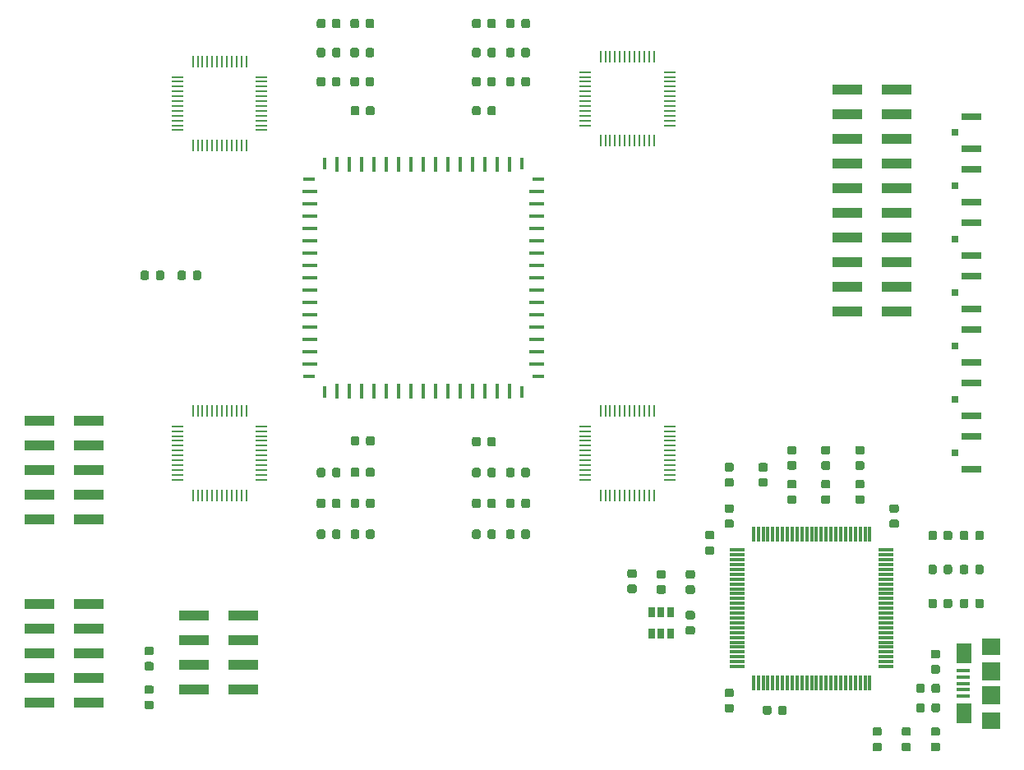
<source format=gbr>
G04 #@! TF.GenerationSoftware,KiCad,Pcbnew,(5.0.0-3-g5ebb6b6)*
G04 #@! TF.CreationDate,2020-03-04T16:44:46-05:00*
G04 #@! TF.ProjectId,Selection Interface,53656C656374696F6E20496E74657266,rev?*
G04 #@! TF.SameCoordinates,Original*
G04 #@! TF.FileFunction,Paste,Top*
G04 #@! TF.FilePolarity,Positive*
%FSLAX46Y46*%
G04 Gerber Fmt 4.6, Leading zero omitted, Abs format (unit mm)*
G04 Created by KiCad (PCBNEW (5.0.0-3-g5ebb6b6)) date Wednesday, March 04, 2020 at 04:44:46 PM*
%MOMM*%
%LPD*%
G01*
G04 APERTURE LIST*
%ADD10R,2.100000X0.800000*%
%ADD11R,0.800000X0.750000*%
%ADD12C,0.100000*%
%ADD13C,0.875000*%
%ADD14R,0.300000X1.500000*%
%ADD15R,1.500000X0.300000*%
%ADD16R,1.900000X1.900000*%
%ADD17R,1.900000X1.800000*%
%ADD18R,1.600000X2.100000*%
%ADD19R,1.350000X0.400000*%
%ADD20R,1.300000X0.300000*%
%ADD21R,1.510000X0.300000*%
%ADD22R,0.300000X1.300000*%
%ADD23R,0.300000X1.510000*%
%ADD24R,1.300000X0.250000*%
%ADD25R,0.250000X1.300000*%
%ADD26R,3.150000X1.000000*%
%ADD27R,0.650000X1.060000*%
G04 APERTURE END LIST*
D10*
G04 #@! TO.C,IPEX2*
X256500000Y-119685000D03*
X256500000Y-116315000D03*
D11*
X254770000Y-118000000D03*
G04 #@! TD*
D12*
G04 #@! TO.C,C5*
G36*
X231777691Y-124851053D02*
X231798926Y-124854203D01*
X231819750Y-124859419D01*
X231839962Y-124866651D01*
X231859368Y-124875830D01*
X231877781Y-124886866D01*
X231895024Y-124899654D01*
X231910930Y-124914070D01*
X231925346Y-124929976D01*
X231938134Y-124947219D01*
X231949170Y-124965632D01*
X231958349Y-124985038D01*
X231965581Y-125005250D01*
X231970797Y-125026074D01*
X231973947Y-125047309D01*
X231975000Y-125068750D01*
X231975000Y-125506250D01*
X231973947Y-125527691D01*
X231970797Y-125548926D01*
X231965581Y-125569750D01*
X231958349Y-125589962D01*
X231949170Y-125609368D01*
X231938134Y-125627781D01*
X231925346Y-125645024D01*
X231910930Y-125660930D01*
X231895024Y-125675346D01*
X231877781Y-125688134D01*
X231859368Y-125699170D01*
X231839962Y-125708349D01*
X231819750Y-125715581D01*
X231798926Y-125720797D01*
X231777691Y-125723947D01*
X231756250Y-125725000D01*
X231243750Y-125725000D01*
X231222309Y-125723947D01*
X231201074Y-125720797D01*
X231180250Y-125715581D01*
X231160038Y-125708349D01*
X231140632Y-125699170D01*
X231122219Y-125688134D01*
X231104976Y-125675346D01*
X231089070Y-125660930D01*
X231074654Y-125645024D01*
X231061866Y-125627781D01*
X231050830Y-125609368D01*
X231041651Y-125589962D01*
X231034419Y-125569750D01*
X231029203Y-125548926D01*
X231026053Y-125527691D01*
X231025000Y-125506250D01*
X231025000Y-125068750D01*
X231026053Y-125047309D01*
X231029203Y-125026074D01*
X231034419Y-125005250D01*
X231041651Y-124985038D01*
X231050830Y-124965632D01*
X231061866Y-124947219D01*
X231074654Y-124929976D01*
X231089070Y-124914070D01*
X231104976Y-124899654D01*
X231122219Y-124886866D01*
X231140632Y-124875830D01*
X231160038Y-124866651D01*
X231180250Y-124859419D01*
X231201074Y-124854203D01*
X231222309Y-124851053D01*
X231243750Y-124850000D01*
X231756250Y-124850000D01*
X231777691Y-124851053D01*
X231777691Y-124851053D01*
G37*
D13*
X231500000Y-125287500D03*
D12*
G36*
X231777691Y-123276053D02*
X231798926Y-123279203D01*
X231819750Y-123284419D01*
X231839962Y-123291651D01*
X231859368Y-123300830D01*
X231877781Y-123311866D01*
X231895024Y-123324654D01*
X231910930Y-123339070D01*
X231925346Y-123354976D01*
X231938134Y-123372219D01*
X231949170Y-123390632D01*
X231958349Y-123410038D01*
X231965581Y-123430250D01*
X231970797Y-123451074D01*
X231973947Y-123472309D01*
X231975000Y-123493750D01*
X231975000Y-123931250D01*
X231973947Y-123952691D01*
X231970797Y-123973926D01*
X231965581Y-123994750D01*
X231958349Y-124014962D01*
X231949170Y-124034368D01*
X231938134Y-124052781D01*
X231925346Y-124070024D01*
X231910930Y-124085930D01*
X231895024Y-124100346D01*
X231877781Y-124113134D01*
X231859368Y-124124170D01*
X231839962Y-124133349D01*
X231819750Y-124140581D01*
X231798926Y-124145797D01*
X231777691Y-124148947D01*
X231756250Y-124150000D01*
X231243750Y-124150000D01*
X231222309Y-124148947D01*
X231201074Y-124145797D01*
X231180250Y-124140581D01*
X231160038Y-124133349D01*
X231140632Y-124124170D01*
X231122219Y-124113134D01*
X231104976Y-124100346D01*
X231089070Y-124085930D01*
X231074654Y-124070024D01*
X231061866Y-124052781D01*
X231050830Y-124034368D01*
X231041651Y-124014962D01*
X231034419Y-123994750D01*
X231029203Y-123973926D01*
X231026053Y-123952691D01*
X231025000Y-123931250D01*
X231025000Y-123493750D01*
X231026053Y-123472309D01*
X231029203Y-123451074D01*
X231034419Y-123430250D01*
X231041651Y-123410038D01*
X231050830Y-123390632D01*
X231061866Y-123372219D01*
X231074654Y-123354976D01*
X231089070Y-123339070D01*
X231104976Y-123324654D01*
X231122219Y-123311866D01*
X231140632Y-123300830D01*
X231160038Y-123291651D01*
X231180250Y-123284419D01*
X231201074Y-123279203D01*
X231222309Y-123276053D01*
X231243750Y-123275000D01*
X231756250Y-123275000D01*
X231777691Y-123276053D01*
X231777691Y-123276053D01*
G37*
D13*
X231500000Y-123712500D03*
G04 #@! TD*
D12*
G04 #@! TO.C,C6*
G36*
X248777691Y-123276053D02*
X248798926Y-123279203D01*
X248819750Y-123284419D01*
X248839962Y-123291651D01*
X248859368Y-123300830D01*
X248877781Y-123311866D01*
X248895024Y-123324654D01*
X248910930Y-123339070D01*
X248925346Y-123354976D01*
X248938134Y-123372219D01*
X248949170Y-123390632D01*
X248958349Y-123410038D01*
X248965581Y-123430250D01*
X248970797Y-123451074D01*
X248973947Y-123472309D01*
X248975000Y-123493750D01*
X248975000Y-123931250D01*
X248973947Y-123952691D01*
X248970797Y-123973926D01*
X248965581Y-123994750D01*
X248958349Y-124014962D01*
X248949170Y-124034368D01*
X248938134Y-124052781D01*
X248925346Y-124070024D01*
X248910930Y-124085930D01*
X248895024Y-124100346D01*
X248877781Y-124113134D01*
X248859368Y-124124170D01*
X248839962Y-124133349D01*
X248819750Y-124140581D01*
X248798926Y-124145797D01*
X248777691Y-124148947D01*
X248756250Y-124150000D01*
X248243750Y-124150000D01*
X248222309Y-124148947D01*
X248201074Y-124145797D01*
X248180250Y-124140581D01*
X248160038Y-124133349D01*
X248140632Y-124124170D01*
X248122219Y-124113134D01*
X248104976Y-124100346D01*
X248089070Y-124085930D01*
X248074654Y-124070024D01*
X248061866Y-124052781D01*
X248050830Y-124034368D01*
X248041651Y-124014962D01*
X248034419Y-123994750D01*
X248029203Y-123973926D01*
X248026053Y-123952691D01*
X248025000Y-123931250D01*
X248025000Y-123493750D01*
X248026053Y-123472309D01*
X248029203Y-123451074D01*
X248034419Y-123430250D01*
X248041651Y-123410038D01*
X248050830Y-123390632D01*
X248061866Y-123372219D01*
X248074654Y-123354976D01*
X248089070Y-123339070D01*
X248104976Y-123324654D01*
X248122219Y-123311866D01*
X248140632Y-123300830D01*
X248160038Y-123291651D01*
X248180250Y-123284419D01*
X248201074Y-123279203D01*
X248222309Y-123276053D01*
X248243750Y-123275000D01*
X248756250Y-123275000D01*
X248777691Y-123276053D01*
X248777691Y-123276053D01*
G37*
D13*
X248500000Y-123712500D03*
D12*
G36*
X248777691Y-124851053D02*
X248798926Y-124854203D01*
X248819750Y-124859419D01*
X248839962Y-124866651D01*
X248859368Y-124875830D01*
X248877781Y-124886866D01*
X248895024Y-124899654D01*
X248910930Y-124914070D01*
X248925346Y-124929976D01*
X248938134Y-124947219D01*
X248949170Y-124965632D01*
X248958349Y-124985038D01*
X248965581Y-125005250D01*
X248970797Y-125026074D01*
X248973947Y-125047309D01*
X248975000Y-125068750D01*
X248975000Y-125506250D01*
X248973947Y-125527691D01*
X248970797Y-125548926D01*
X248965581Y-125569750D01*
X248958349Y-125589962D01*
X248949170Y-125609368D01*
X248938134Y-125627781D01*
X248925346Y-125645024D01*
X248910930Y-125660930D01*
X248895024Y-125675346D01*
X248877781Y-125688134D01*
X248859368Y-125699170D01*
X248839962Y-125708349D01*
X248819750Y-125715581D01*
X248798926Y-125720797D01*
X248777691Y-125723947D01*
X248756250Y-125725000D01*
X248243750Y-125725000D01*
X248222309Y-125723947D01*
X248201074Y-125720797D01*
X248180250Y-125715581D01*
X248160038Y-125708349D01*
X248140632Y-125699170D01*
X248122219Y-125688134D01*
X248104976Y-125675346D01*
X248089070Y-125660930D01*
X248074654Y-125645024D01*
X248061866Y-125627781D01*
X248050830Y-125609368D01*
X248041651Y-125589962D01*
X248034419Y-125569750D01*
X248029203Y-125548926D01*
X248026053Y-125527691D01*
X248025000Y-125506250D01*
X248025000Y-125068750D01*
X248026053Y-125047309D01*
X248029203Y-125026074D01*
X248034419Y-125005250D01*
X248041651Y-124985038D01*
X248050830Y-124965632D01*
X248061866Y-124947219D01*
X248074654Y-124929976D01*
X248089070Y-124914070D01*
X248104976Y-124899654D01*
X248122219Y-124886866D01*
X248140632Y-124875830D01*
X248160038Y-124866651D01*
X248180250Y-124859419D01*
X248201074Y-124854203D01*
X248222309Y-124851053D01*
X248243750Y-124850000D01*
X248756250Y-124850000D01*
X248777691Y-124851053D01*
X248777691Y-124851053D01*
G37*
D13*
X248500000Y-125287500D03*
G04 #@! TD*
D12*
G04 #@! TO.C,C8*
G36*
X231777691Y-142276053D02*
X231798926Y-142279203D01*
X231819750Y-142284419D01*
X231839962Y-142291651D01*
X231859368Y-142300830D01*
X231877781Y-142311866D01*
X231895024Y-142324654D01*
X231910930Y-142339070D01*
X231925346Y-142354976D01*
X231938134Y-142372219D01*
X231949170Y-142390632D01*
X231958349Y-142410038D01*
X231965581Y-142430250D01*
X231970797Y-142451074D01*
X231973947Y-142472309D01*
X231975000Y-142493750D01*
X231975000Y-142931250D01*
X231973947Y-142952691D01*
X231970797Y-142973926D01*
X231965581Y-142994750D01*
X231958349Y-143014962D01*
X231949170Y-143034368D01*
X231938134Y-143052781D01*
X231925346Y-143070024D01*
X231910930Y-143085930D01*
X231895024Y-143100346D01*
X231877781Y-143113134D01*
X231859368Y-143124170D01*
X231839962Y-143133349D01*
X231819750Y-143140581D01*
X231798926Y-143145797D01*
X231777691Y-143148947D01*
X231756250Y-143150000D01*
X231243750Y-143150000D01*
X231222309Y-143148947D01*
X231201074Y-143145797D01*
X231180250Y-143140581D01*
X231160038Y-143133349D01*
X231140632Y-143124170D01*
X231122219Y-143113134D01*
X231104976Y-143100346D01*
X231089070Y-143085930D01*
X231074654Y-143070024D01*
X231061866Y-143052781D01*
X231050830Y-143034368D01*
X231041651Y-143014962D01*
X231034419Y-142994750D01*
X231029203Y-142973926D01*
X231026053Y-142952691D01*
X231025000Y-142931250D01*
X231025000Y-142493750D01*
X231026053Y-142472309D01*
X231029203Y-142451074D01*
X231034419Y-142430250D01*
X231041651Y-142410038D01*
X231050830Y-142390632D01*
X231061866Y-142372219D01*
X231074654Y-142354976D01*
X231089070Y-142339070D01*
X231104976Y-142324654D01*
X231122219Y-142311866D01*
X231140632Y-142300830D01*
X231160038Y-142291651D01*
X231180250Y-142284419D01*
X231201074Y-142279203D01*
X231222309Y-142276053D01*
X231243750Y-142275000D01*
X231756250Y-142275000D01*
X231777691Y-142276053D01*
X231777691Y-142276053D01*
G37*
D13*
X231500000Y-142712500D03*
D12*
G36*
X231777691Y-143851053D02*
X231798926Y-143854203D01*
X231819750Y-143859419D01*
X231839962Y-143866651D01*
X231859368Y-143875830D01*
X231877781Y-143886866D01*
X231895024Y-143899654D01*
X231910930Y-143914070D01*
X231925346Y-143929976D01*
X231938134Y-143947219D01*
X231949170Y-143965632D01*
X231958349Y-143985038D01*
X231965581Y-144005250D01*
X231970797Y-144026074D01*
X231973947Y-144047309D01*
X231975000Y-144068750D01*
X231975000Y-144506250D01*
X231973947Y-144527691D01*
X231970797Y-144548926D01*
X231965581Y-144569750D01*
X231958349Y-144589962D01*
X231949170Y-144609368D01*
X231938134Y-144627781D01*
X231925346Y-144645024D01*
X231910930Y-144660930D01*
X231895024Y-144675346D01*
X231877781Y-144688134D01*
X231859368Y-144699170D01*
X231839962Y-144708349D01*
X231819750Y-144715581D01*
X231798926Y-144720797D01*
X231777691Y-144723947D01*
X231756250Y-144725000D01*
X231243750Y-144725000D01*
X231222309Y-144723947D01*
X231201074Y-144720797D01*
X231180250Y-144715581D01*
X231160038Y-144708349D01*
X231140632Y-144699170D01*
X231122219Y-144688134D01*
X231104976Y-144675346D01*
X231089070Y-144660930D01*
X231074654Y-144645024D01*
X231061866Y-144627781D01*
X231050830Y-144609368D01*
X231041651Y-144589962D01*
X231034419Y-144569750D01*
X231029203Y-144548926D01*
X231026053Y-144527691D01*
X231025000Y-144506250D01*
X231025000Y-144068750D01*
X231026053Y-144047309D01*
X231029203Y-144026074D01*
X231034419Y-144005250D01*
X231041651Y-143985038D01*
X231050830Y-143965632D01*
X231061866Y-143947219D01*
X231074654Y-143929976D01*
X231089070Y-143914070D01*
X231104976Y-143899654D01*
X231122219Y-143886866D01*
X231140632Y-143875830D01*
X231160038Y-143866651D01*
X231180250Y-143859419D01*
X231201074Y-143854203D01*
X231222309Y-143851053D01*
X231243750Y-143850000D01*
X231756250Y-143850000D01*
X231777691Y-143851053D01*
X231777691Y-143851053D01*
G37*
D13*
X231500000Y-144287500D03*
G04 #@! TD*
D12*
G04 #@! TO.C,C9*
G36*
X252702691Y-133026053D02*
X252723926Y-133029203D01*
X252744750Y-133034419D01*
X252764962Y-133041651D01*
X252784368Y-133050830D01*
X252802781Y-133061866D01*
X252820024Y-133074654D01*
X252835930Y-133089070D01*
X252850346Y-133104976D01*
X252863134Y-133122219D01*
X252874170Y-133140632D01*
X252883349Y-133160038D01*
X252890581Y-133180250D01*
X252895797Y-133201074D01*
X252898947Y-133222309D01*
X252900000Y-133243750D01*
X252900000Y-133756250D01*
X252898947Y-133777691D01*
X252895797Y-133798926D01*
X252890581Y-133819750D01*
X252883349Y-133839962D01*
X252874170Y-133859368D01*
X252863134Y-133877781D01*
X252850346Y-133895024D01*
X252835930Y-133910930D01*
X252820024Y-133925346D01*
X252802781Y-133938134D01*
X252784368Y-133949170D01*
X252764962Y-133958349D01*
X252744750Y-133965581D01*
X252723926Y-133970797D01*
X252702691Y-133973947D01*
X252681250Y-133975000D01*
X252243750Y-133975000D01*
X252222309Y-133973947D01*
X252201074Y-133970797D01*
X252180250Y-133965581D01*
X252160038Y-133958349D01*
X252140632Y-133949170D01*
X252122219Y-133938134D01*
X252104976Y-133925346D01*
X252089070Y-133910930D01*
X252074654Y-133895024D01*
X252061866Y-133877781D01*
X252050830Y-133859368D01*
X252041651Y-133839962D01*
X252034419Y-133819750D01*
X252029203Y-133798926D01*
X252026053Y-133777691D01*
X252025000Y-133756250D01*
X252025000Y-133243750D01*
X252026053Y-133222309D01*
X252029203Y-133201074D01*
X252034419Y-133180250D01*
X252041651Y-133160038D01*
X252050830Y-133140632D01*
X252061866Y-133122219D01*
X252074654Y-133104976D01*
X252089070Y-133089070D01*
X252104976Y-133074654D01*
X252122219Y-133061866D01*
X252140632Y-133050830D01*
X252160038Y-133041651D01*
X252180250Y-133034419D01*
X252201074Y-133029203D01*
X252222309Y-133026053D01*
X252243750Y-133025000D01*
X252681250Y-133025000D01*
X252702691Y-133026053D01*
X252702691Y-133026053D01*
G37*
D13*
X252462500Y-133500000D03*
D12*
G36*
X254277691Y-133026053D02*
X254298926Y-133029203D01*
X254319750Y-133034419D01*
X254339962Y-133041651D01*
X254359368Y-133050830D01*
X254377781Y-133061866D01*
X254395024Y-133074654D01*
X254410930Y-133089070D01*
X254425346Y-133104976D01*
X254438134Y-133122219D01*
X254449170Y-133140632D01*
X254458349Y-133160038D01*
X254465581Y-133180250D01*
X254470797Y-133201074D01*
X254473947Y-133222309D01*
X254475000Y-133243750D01*
X254475000Y-133756250D01*
X254473947Y-133777691D01*
X254470797Y-133798926D01*
X254465581Y-133819750D01*
X254458349Y-133839962D01*
X254449170Y-133859368D01*
X254438134Y-133877781D01*
X254425346Y-133895024D01*
X254410930Y-133910930D01*
X254395024Y-133925346D01*
X254377781Y-133938134D01*
X254359368Y-133949170D01*
X254339962Y-133958349D01*
X254319750Y-133965581D01*
X254298926Y-133970797D01*
X254277691Y-133973947D01*
X254256250Y-133975000D01*
X253818750Y-133975000D01*
X253797309Y-133973947D01*
X253776074Y-133970797D01*
X253755250Y-133965581D01*
X253735038Y-133958349D01*
X253715632Y-133949170D01*
X253697219Y-133938134D01*
X253679976Y-133925346D01*
X253664070Y-133910930D01*
X253649654Y-133895024D01*
X253636866Y-133877781D01*
X253625830Y-133859368D01*
X253616651Y-133839962D01*
X253609419Y-133819750D01*
X253604203Y-133798926D01*
X253601053Y-133777691D01*
X253600000Y-133756250D01*
X253600000Y-133243750D01*
X253601053Y-133222309D01*
X253604203Y-133201074D01*
X253609419Y-133180250D01*
X253616651Y-133160038D01*
X253625830Y-133140632D01*
X253636866Y-133122219D01*
X253649654Y-133104976D01*
X253664070Y-133089070D01*
X253679976Y-133074654D01*
X253697219Y-133061866D01*
X253715632Y-133050830D01*
X253735038Y-133041651D01*
X253755250Y-133034419D01*
X253776074Y-133029203D01*
X253797309Y-133026053D01*
X253818750Y-133025000D01*
X254256250Y-133025000D01*
X254277691Y-133026053D01*
X254277691Y-133026053D01*
G37*
D13*
X254037500Y-133500000D03*
G04 #@! TD*
D12*
G04 #@! TO.C,C10*
G36*
X257527691Y-133026053D02*
X257548926Y-133029203D01*
X257569750Y-133034419D01*
X257589962Y-133041651D01*
X257609368Y-133050830D01*
X257627781Y-133061866D01*
X257645024Y-133074654D01*
X257660930Y-133089070D01*
X257675346Y-133104976D01*
X257688134Y-133122219D01*
X257699170Y-133140632D01*
X257708349Y-133160038D01*
X257715581Y-133180250D01*
X257720797Y-133201074D01*
X257723947Y-133222309D01*
X257725000Y-133243750D01*
X257725000Y-133756250D01*
X257723947Y-133777691D01*
X257720797Y-133798926D01*
X257715581Y-133819750D01*
X257708349Y-133839962D01*
X257699170Y-133859368D01*
X257688134Y-133877781D01*
X257675346Y-133895024D01*
X257660930Y-133910930D01*
X257645024Y-133925346D01*
X257627781Y-133938134D01*
X257609368Y-133949170D01*
X257589962Y-133958349D01*
X257569750Y-133965581D01*
X257548926Y-133970797D01*
X257527691Y-133973947D01*
X257506250Y-133975000D01*
X257068750Y-133975000D01*
X257047309Y-133973947D01*
X257026074Y-133970797D01*
X257005250Y-133965581D01*
X256985038Y-133958349D01*
X256965632Y-133949170D01*
X256947219Y-133938134D01*
X256929976Y-133925346D01*
X256914070Y-133910930D01*
X256899654Y-133895024D01*
X256886866Y-133877781D01*
X256875830Y-133859368D01*
X256866651Y-133839962D01*
X256859419Y-133819750D01*
X256854203Y-133798926D01*
X256851053Y-133777691D01*
X256850000Y-133756250D01*
X256850000Y-133243750D01*
X256851053Y-133222309D01*
X256854203Y-133201074D01*
X256859419Y-133180250D01*
X256866651Y-133160038D01*
X256875830Y-133140632D01*
X256886866Y-133122219D01*
X256899654Y-133104976D01*
X256914070Y-133089070D01*
X256929976Y-133074654D01*
X256947219Y-133061866D01*
X256965632Y-133050830D01*
X256985038Y-133041651D01*
X257005250Y-133034419D01*
X257026074Y-133029203D01*
X257047309Y-133026053D01*
X257068750Y-133025000D01*
X257506250Y-133025000D01*
X257527691Y-133026053D01*
X257527691Y-133026053D01*
G37*
D13*
X257287500Y-133500000D03*
D12*
G36*
X255952691Y-133026053D02*
X255973926Y-133029203D01*
X255994750Y-133034419D01*
X256014962Y-133041651D01*
X256034368Y-133050830D01*
X256052781Y-133061866D01*
X256070024Y-133074654D01*
X256085930Y-133089070D01*
X256100346Y-133104976D01*
X256113134Y-133122219D01*
X256124170Y-133140632D01*
X256133349Y-133160038D01*
X256140581Y-133180250D01*
X256145797Y-133201074D01*
X256148947Y-133222309D01*
X256150000Y-133243750D01*
X256150000Y-133756250D01*
X256148947Y-133777691D01*
X256145797Y-133798926D01*
X256140581Y-133819750D01*
X256133349Y-133839962D01*
X256124170Y-133859368D01*
X256113134Y-133877781D01*
X256100346Y-133895024D01*
X256085930Y-133910930D01*
X256070024Y-133925346D01*
X256052781Y-133938134D01*
X256034368Y-133949170D01*
X256014962Y-133958349D01*
X255994750Y-133965581D01*
X255973926Y-133970797D01*
X255952691Y-133973947D01*
X255931250Y-133975000D01*
X255493750Y-133975000D01*
X255472309Y-133973947D01*
X255451074Y-133970797D01*
X255430250Y-133965581D01*
X255410038Y-133958349D01*
X255390632Y-133949170D01*
X255372219Y-133938134D01*
X255354976Y-133925346D01*
X255339070Y-133910930D01*
X255324654Y-133895024D01*
X255311866Y-133877781D01*
X255300830Y-133859368D01*
X255291651Y-133839962D01*
X255284419Y-133819750D01*
X255279203Y-133798926D01*
X255276053Y-133777691D01*
X255275000Y-133756250D01*
X255275000Y-133243750D01*
X255276053Y-133222309D01*
X255279203Y-133201074D01*
X255284419Y-133180250D01*
X255291651Y-133160038D01*
X255300830Y-133140632D01*
X255311866Y-133122219D01*
X255324654Y-133104976D01*
X255339070Y-133089070D01*
X255354976Y-133074654D01*
X255372219Y-133061866D01*
X255390632Y-133050830D01*
X255410038Y-133041651D01*
X255430250Y-133034419D01*
X255451074Y-133029203D01*
X255472309Y-133026053D01*
X255493750Y-133025000D01*
X255931250Y-133025000D01*
X255952691Y-133026053D01*
X255952691Y-133026053D01*
G37*
D13*
X255712500Y-133500000D03*
G04 #@! TD*
D12*
G04 #@! TO.C,C11*
G36*
X254277691Y-129526053D02*
X254298926Y-129529203D01*
X254319750Y-129534419D01*
X254339962Y-129541651D01*
X254359368Y-129550830D01*
X254377781Y-129561866D01*
X254395024Y-129574654D01*
X254410930Y-129589070D01*
X254425346Y-129604976D01*
X254438134Y-129622219D01*
X254449170Y-129640632D01*
X254458349Y-129660038D01*
X254465581Y-129680250D01*
X254470797Y-129701074D01*
X254473947Y-129722309D01*
X254475000Y-129743750D01*
X254475000Y-130256250D01*
X254473947Y-130277691D01*
X254470797Y-130298926D01*
X254465581Y-130319750D01*
X254458349Y-130339962D01*
X254449170Y-130359368D01*
X254438134Y-130377781D01*
X254425346Y-130395024D01*
X254410930Y-130410930D01*
X254395024Y-130425346D01*
X254377781Y-130438134D01*
X254359368Y-130449170D01*
X254339962Y-130458349D01*
X254319750Y-130465581D01*
X254298926Y-130470797D01*
X254277691Y-130473947D01*
X254256250Y-130475000D01*
X253818750Y-130475000D01*
X253797309Y-130473947D01*
X253776074Y-130470797D01*
X253755250Y-130465581D01*
X253735038Y-130458349D01*
X253715632Y-130449170D01*
X253697219Y-130438134D01*
X253679976Y-130425346D01*
X253664070Y-130410930D01*
X253649654Y-130395024D01*
X253636866Y-130377781D01*
X253625830Y-130359368D01*
X253616651Y-130339962D01*
X253609419Y-130319750D01*
X253604203Y-130298926D01*
X253601053Y-130277691D01*
X253600000Y-130256250D01*
X253600000Y-129743750D01*
X253601053Y-129722309D01*
X253604203Y-129701074D01*
X253609419Y-129680250D01*
X253616651Y-129660038D01*
X253625830Y-129640632D01*
X253636866Y-129622219D01*
X253649654Y-129604976D01*
X253664070Y-129589070D01*
X253679976Y-129574654D01*
X253697219Y-129561866D01*
X253715632Y-129550830D01*
X253735038Y-129541651D01*
X253755250Y-129534419D01*
X253776074Y-129529203D01*
X253797309Y-129526053D01*
X253818750Y-129525000D01*
X254256250Y-129525000D01*
X254277691Y-129526053D01*
X254277691Y-129526053D01*
G37*
D13*
X254037500Y-130000000D03*
D12*
G36*
X252702691Y-129526053D02*
X252723926Y-129529203D01*
X252744750Y-129534419D01*
X252764962Y-129541651D01*
X252784368Y-129550830D01*
X252802781Y-129561866D01*
X252820024Y-129574654D01*
X252835930Y-129589070D01*
X252850346Y-129604976D01*
X252863134Y-129622219D01*
X252874170Y-129640632D01*
X252883349Y-129660038D01*
X252890581Y-129680250D01*
X252895797Y-129701074D01*
X252898947Y-129722309D01*
X252900000Y-129743750D01*
X252900000Y-130256250D01*
X252898947Y-130277691D01*
X252895797Y-130298926D01*
X252890581Y-130319750D01*
X252883349Y-130339962D01*
X252874170Y-130359368D01*
X252863134Y-130377781D01*
X252850346Y-130395024D01*
X252835930Y-130410930D01*
X252820024Y-130425346D01*
X252802781Y-130438134D01*
X252784368Y-130449170D01*
X252764962Y-130458349D01*
X252744750Y-130465581D01*
X252723926Y-130470797D01*
X252702691Y-130473947D01*
X252681250Y-130475000D01*
X252243750Y-130475000D01*
X252222309Y-130473947D01*
X252201074Y-130470797D01*
X252180250Y-130465581D01*
X252160038Y-130458349D01*
X252140632Y-130449170D01*
X252122219Y-130438134D01*
X252104976Y-130425346D01*
X252089070Y-130410930D01*
X252074654Y-130395024D01*
X252061866Y-130377781D01*
X252050830Y-130359368D01*
X252041651Y-130339962D01*
X252034419Y-130319750D01*
X252029203Y-130298926D01*
X252026053Y-130277691D01*
X252025000Y-130256250D01*
X252025000Y-129743750D01*
X252026053Y-129722309D01*
X252029203Y-129701074D01*
X252034419Y-129680250D01*
X252041651Y-129660038D01*
X252050830Y-129640632D01*
X252061866Y-129622219D01*
X252074654Y-129604976D01*
X252089070Y-129589070D01*
X252104976Y-129574654D01*
X252122219Y-129561866D01*
X252140632Y-129550830D01*
X252160038Y-129541651D01*
X252180250Y-129534419D01*
X252201074Y-129529203D01*
X252222309Y-129526053D01*
X252243750Y-129525000D01*
X252681250Y-129525000D01*
X252702691Y-129526053D01*
X252702691Y-129526053D01*
G37*
D13*
X252462500Y-130000000D03*
G04 #@! TD*
D12*
G04 #@! TO.C,C12*
G36*
X255952691Y-129526053D02*
X255973926Y-129529203D01*
X255994750Y-129534419D01*
X256014962Y-129541651D01*
X256034368Y-129550830D01*
X256052781Y-129561866D01*
X256070024Y-129574654D01*
X256085930Y-129589070D01*
X256100346Y-129604976D01*
X256113134Y-129622219D01*
X256124170Y-129640632D01*
X256133349Y-129660038D01*
X256140581Y-129680250D01*
X256145797Y-129701074D01*
X256148947Y-129722309D01*
X256150000Y-129743750D01*
X256150000Y-130256250D01*
X256148947Y-130277691D01*
X256145797Y-130298926D01*
X256140581Y-130319750D01*
X256133349Y-130339962D01*
X256124170Y-130359368D01*
X256113134Y-130377781D01*
X256100346Y-130395024D01*
X256085930Y-130410930D01*
X256070024Y-130425346D01*
X256052781Y-130438134D01*
X256034368Y-130449170D01*
X256014962Y-130458349D01*
X255994750Y-130465581D01*
X255973926Y-130470797D01*
X255952691Y-130473947D01*
X255931250Y-130475000D01*
X255493750Y-130475000D01*
X255472309Y-130473947D01*
X255451074Y-130470797D01*
X255430250Y-130465581D01*
X255410038Y-130458349D01*
X255390632Y-130449170D01*
X255372219Y-130438134D01*
X255354976Y-130425346D01*
X255339070Y-130410930D01*
X255324654Y-130395024D01*
X255311866Y-130377781D01*
X255300830Y-130359368D01*
X255291651Y-130339962D01*
X255284419Y-130319750D01*
X255279203Y-130298926D01*
X255276053Y-130277691D01*
X255275000Y-130256250D01*
X255275000Y-129743750D01*
X255276053Y-129722309D01*
X255279203Y-129701074D01*
X255284419Y-129680250D01*
X255291651Y-129660038D01*
X255300830Y-129640632D01*
X255311866Y-129622219D01*
X255324654Y-129604976D01*
X255339070Y-129589070D01*
X255354976Y-129574654D01*
X255372219Y-129561866D01*
X255390632Y-129550830D01*
X255410038Y-129541651D01*
X255430250Y-129534419D01*
X255451074Y-129529203D01*
X255472309Y-129526053D01*
X255493750Y-129525000D01*
X255931250Y-129525000D01*
X255952691Y-129526053D01*
X255952691Y-129526053D01*
G37*
D13*
X255712500Y-130000000D03*
D12*
G36*
X257527691Y-129526053D02*
X257548926Y-129529203D01*
X257569750Y-129534419D01*
X257589962Y-129541651D01*
X257609368Y-129550830D01*
X257627781Y-129561866D01*
X257645024Y-129574654D01*
X257660930Y-129589070D01*
X257675346Y-129604976D01*
X257688134Y-129622219D01*
X257699170Y-129640632D01*
X257708349Y-129660038D01*
X257715581Y-129680250D01*
X257720797Y-129701074D01*
X257723947Y-129722309D01*
X257725000Y-129743750D01*
X257725000Y-130256250D01*
X257723947Y-130277691D01*
X257720797Y-130298926D01*
X257715581Y-130319750D01*
X257708349Y-130339962D01*
X257699170Y-130359368D01*
X257688134Y-130377781D01*
X257675346Y-130395024D01*
X257660930Y-130410930D01*
X257645024Y-130425346D01*
X257627781Y-130438134D01*
X257609368Y-130449170D01*
X257589962Y-130458349D01*
X257569750Y-130465581D01*
X257548926Y-130470797D01*
X257527691Y-130473947D01*
X257506250Y-130475000D01*
X257068750Y-130475000D01*
X257047309Y-130473947D01*
X257026074Y-130470797D01*
X257005250Y-130465581D01*
X256985038Y-130458349D01*
X256965632Y-130449170D01*
X256947219Y-130438134D01*
X256929976Y-130425346D01*
X256914070Y-130410930D01*
X256899654Y-130395024D01*
X256886866Y-130377781D01*
X256875830Y-130359368D01*
X256866651Y-130339962D01*
X256859419Y-130319750D01*
X256854203Y-130298926D01*
X256851053Y-130277691D01*
X256850000Y-130256250D01*
X256850000Y-129743750D01*
X256851053Y-129722309D01*
X256854203Y-129701074D01*
X256859419Y-129680250D01*
X256866651Y-129660038D01*
X256875830Y-129640632D01*
X256886866Y-129622219D01*
X256899654Y-129604976D01*
X256914070Y-129589070D01*
X256929976Y-129574654D01*
X256947219Y-129561866D01*
X256965632Y-129550830D01*
X256985038Y-129541651D01*
X257005250Y-129534419D01*
X257026074Y-129529203D01*
X257047309Y-129526053D01*
X257068750Y-129525000D01*
X257506250Y-129525000D01*
X257527691Y-129526053D01*
X257527691Y-129526053D01*
G37*
D13*
X257287500Y-130000000D03*
G04 #@! TD*
D12*
G04 #@! TO.C,C13*
G36*
X252702691Y-126026053D02*
X252723926Y-126029203D01*
X252744750Y-126034419D01*
X252764962Y-126041651D01*
X252784368Y-126050830D01*
X252802781Y-126061866D01*
X252820024Y-126074654D01*
X252835930Y-126089070D01*
X252850346Y-126104976D01*
X252863134Y-126122219D01*
X252874170Y-126140632D01*
X252883349Y-126160038D01*
X252890581Y-126180250D01*
X252895797Y-126201074D01*
X252898947Y-126222309D01*
X252900000Y-126243750D01*
X252900000Y-126756250D01*
X252898947Y-126777691D01*
X252895797Y-126798926D01*
X252890581Y-126819750D01*
X252883349Y-126839962D01*
X252874170Y-126859368D01*
X252863134Y-126877781D01*
X252850346Y-126895024D01*
X252835930Y-126910930D01*
X252820024Y-126925346D01*
X252802781Y-126938134D01*
X252784368Y-126949170D01*
X252764962Y-126958349D01*
X252744750Y-126965581D01*
X252723926Y-126970797D01*
X252702691Y-126973947D01*
X252681250Y-126975000D01*
X252243750Y-126975000D01*
X252222309Y-126973947D01*
X252201074Y-126970797D01*
X252180250Y-126965581D01*
X252160038Y-126958349D01*
X252140632Y-126949170D01*
X252122219Y-126938134D01*
X252104976Y-126925346D01*
X252089070Y-126910930D01*
X252074654Y-126895024D01*
X252061866Y-126877781D01*
X252050830Y-126859368D01*
X252041651Y-126839962D01*
X252034419Y-126819750D01*
X252029203Y-126798926D01*
X252026053Y-126777691D01*
X252025000Y-126756250D01*
X252025000Y-126243750D01*
X252026053Y-126222309D01*
X252029203Y-126201074D01*
X252034419Y-126180250D01*
X252041651Y-126160038D01*
X252050830Y-126140632D01*
X252061866Y-126122219D01*
X252074654Y-126104976D01*
X252089070Y-126089070D01*
X252104976Y-126074654D01*
X252122219Y-126061866D01*
X252140632Y-126050830D01*
X252160038Y-126041651D01*
X252180250Y-126034419D01*
X252201074Y-126029203D01*
X252222309Y-126026053D01*
X252243750Y-126025000D01*
X252681250Y-126025000D01*
X252702691Y-126026053D01*
X252702691Y-126026053D01*
G37*
D13*
X252462500Y-126500000D03*
D12*
G36*
X254277691Y-126026053D02*
X254298926Y-126029203D01*
X254319750Y-126034419D01*
X254339962Y-126041651D01*
X254359368Y-126050830D01*
X254377781Y-126061866D01*
X254395024Y-126074654D01*
X254410930Y-126089070D01*
X254425346Y-126104976D01*
X254438134Y-126122219D01*
X254449170Y-126140632D01*
X254458349Y-126160038D01*
X254465581Y-126180250D01*
X254470797Y-126201074D01*
X254473947Y-126222309D01*
X254475000Y-126243750D01*
X254475000Y-126756250D01*
X254473947Y-126777691D01*
X254470797Y-126798926D01*
X254465581Y-126819750D01*
X254458349Y-126839962D01*
X254449170Y-126859368D01*
X254438134Y-126877781D01*
X254425346Y-126895024D01*
X254410930Y-126910930D01*
X254395024Y-126925346D01*
X254377781Y-126938134D01*
X254359368Y-126949170D01*
X254339962Y-126958349D01*
X254319750Y-126965581D01*
X254298926Y-126970797D01*
X254277691Y-126973947D01*
X254256250Y-126975000D01*
X253818750Y-126975000D01*
X253797309Y-126973947D01*
X253776074Y-126970797D01*
X253755250Y-126965581D01*
X253735038Y-126958349D01*
X253715632Y-126949170D01*
X253697219Y-126938134D01*
X253679976Y-126925346D01*
X253664070Y-126910930D01*
X253649654Y-126895024D01*
X253636866Y-126877781D01*
X253625830Y-126859368D01*
X253616651Y-126839962D01*
X253609419Y-126819750D01*
X253604203Y-126798926D01*
X253601053Y-126777691D01*
X253600000Y-126756250D01*
X253600000Y-126243750D01*
X253601053Y-126222309D01*
X253604203Y-126201074D01*
X253609419Y-126180250D01*
X253616651Y-126160038D01*
X253625830Y-126140632D01*
X253636866Y-126122219D01*
X253649654Y-126104976D01*
X253664070Y-126089070D01*
X253679976Y-126074654D01*
X253697219Y-126061866D01*
X253715632Y-126050830D01*
X253735038Y-126041651D01*
X253755250Y-126034419D01*
X253776074Y-126029203D01*
X253797309Y-126026053D01*
X253818750Y-126025000D01*
X254256250Y-126025000D01*
X254277691Y-126026053D01*
X254277691Y-126026053D01*
G37*
D13*
X254037500Y-126500000D03*
G04 #@! TD*
D12*
G04 #@! TO.C,C14*
G36*
X257527691Y-126026053D02*
X257548926Y-126029203D01*
X257569750Y-126034419D01*
X257589962Y-126041651D01*
X257609368Y-126050830D01*
X257627781Y-126061866D01*
X257645024Y-126074654D01*
X257660930Y-126089070D01*
X257675346Y-126104976D01*
X257688134Y-126122219D01*
X257699170Y-126140632D01*
X257708349Y-126160038D01*
X257715581Y-126180250D01*
X257720797Y-126201074D01*
X257723947Y-126222309D01*
X257725000Y-126243750D01*
X257725000Y-126756250D01*
X257723947Y-126777691D01*
X257720797Y-126798926D01*
X257715581Y-126819750D01*
X257708349Y-126839962D01*
X257699170Y-126859368D01*
X257688134Y-126877781D01*
X257675346Y-126895024D01*
X257660930Y-126910930D01*
X257645024Y-126925346D01*
X257627781Y-126938134D01*
X257609368Y-126949170D01*
X257589962Y-126958349D01*
X257569750Y-126965581D01*
X257548926Y-126970797D01*
X257527691Y-126973947D01*
X257506250Y-126975000D01*
X257068750Y-126975000D01*
X257047309Y-126973947D01*
X257026074Y-126970797D01*
X257005250Y-126965581D01*
X256985038Y-126958349D01*
X256965632Y-126949170D01*
X256947219Y-126938134D01*
X256929976Y-126925346D01*
X256914070Y-126910930D01*
X256899654Y-126895024D01*
X256886866Y-126877781D01*
X256875830Y-126859368D01*
X256866651Y-126839962D01*
X256859419Y-126819750D01*
X256854203Y-126798926D01*
X256851053Y-126777691D01*
X256850000Y-126756250D01*
X256850000Y-126243750D01*
X256851053Y-126222309D01*
X256854203Y-126201074D01*
X256859419Y-126180250D01*
X256866651Y-126160038D01*
X256875830Y-126140632D01*
X256886866Y-126122219D01*
X256899654Y-126104976D01*
X256914070Y-126089070D01*
X256929976Y-126074654D01*
X256947219Y-126061866D01*
X256965632Y-126050830D01*
X256985038Y-126041651D01*
X257005250Y-126034419D01*
X257026074Y-126029203D01*
X257047309Y-126026053D01*
X257068750Y-126025000D01*
X257506250Y-126025000D01*
X257527691Y-126026053D01*
X257527691Y-126026053D01*
G37*
D13*
X257287500Y-126500000D03*
D12*
G36*
X255952691Y-126026053D02*
X255973926Y-126029203D01*
X255994750Y-126034419D01*
X256014962Y-126041651D01*
X256034368Y-126050830D01*
X256052781Y-126061866D01*
X256070024Y-126074654D01*
X256085930Y-126089070D01*
X256100346Y-126104976D01*
X256113134Y-126122219D01*
X256124170Y-126140632D01*
X256133349Y-126160038D01*
X256140581Y-126180250D01*
X256145797Y-126201074D01*
X256148947Y-126222309D01*
X256150000Y-126243750D01*
X256150000Y-126756250D01*
X256148947Y-126777691D01*
X256145797Y-126798926D01*
X256140581Y-126819750D01*
X256133349Y-126839962D01*
X256124170Y-126859368D01*
X256113134Y-126877781D01*
X256100346Y-126895024D01*
X256085930Y-126910930D01*
X256070024Y-126925346D01*
X256052781Y-126938134D01*
X256034368Y-126949170D01*
X256014962Y-126958349D01*
X255994750Y-126965581D01*
X255973926Y-126970797D01*
X255952691Y-126973947D01*
X255931250Y-126975000D01*
X255493750Y-126975000D01*
X255472309Y-126973947D01*
X255451074Y-126970797D01*
X255430250Y-126965581D01*
X255410038Y-126958349D01*
X255390632Y-126949170D01*
X255372219Y-126938134D01*
X255354976Y-126925346D01*
X255339070Y-126910930D01*
X255324654Y-126895024D01*
X255311866Y-126877781D01*
X255300830Y-126859368D01*
X255291651Y-126839962D01*
X255284419Y-126819750D01*
X255279203Y-126798926D01*
X255276053Y-126777691D01*
X255275000Y-126756250D01*
X255275000Y-126243750D01*
X255276053Y-126222309D01*
X255279203Y-126201074D01*
X255284419Y-126180250D01*
X255291651Y-126160038D01*
X255300830Y-126140632D01*
X255311866Y-126122219D01*
X255324654Y-126104976D01*
X255339070Y-126089070D01*
X255354976Y-126074654D01*
X255372219Y-126061866D01*
X255390632Y-126050830D01*
X255410038Y-126041651D01*
X255430250Y-126034419D01*
X255451074Y-126029203D01*
X255472309Y-126026053D01*
X255493750Y-126025000D01*
X255931250Y-126025000D01*
X255952691Y-126026053D01*
X255952691Y-126026053D01*
G37*
D13*
X255712500Y-126500000D03*
G04 #@! TD*
D12*
G04 #@! TO.C,C15*
G36*
X253027691Y-147851053D02*
X253048926Y-147854203D01*
X253069750Y-147859419D01*
X253089962Y-147866651D01*
X253109368Y-147875830D01*
X253127781Y-147886866D01*
X253145024Y-147899654D01*
X253160930Y-147914070D01*
X253175346Y-147929976D01*
X253188134Y-147947219D01*
X253199170Y-147965632D01*
X253208349Y-147985038D01*
X253215581Y-148005250D01*
X253220797Y-148026074D01*
X253223947Y-148047309D01*
X253225000Y-148068750D01*
X253225000Y-148506250D01*
X253223947Y-148527691D01*
X253220797Y-148548926D01*
X253215581Y-148569750D01*
X253208349Y-148589962D01*
X253199170Y-148609368D01*
X253188134Y-148627781D01*
X253175346Y-148645024D01*
X253160930Y-148660930D01*
X253145024Y-148675346D01*
X253127781Y-148688134D01*
X253109368Y-148699170D01*
X253089962Y-148708349D01*
X253069750Y-148715581D01*
X253048926Y-148720797D01*
X253027691Y-148723947D01*
X253006250Y-148725000D01*
X252493750Y-148725000D01*
X252472309Y-148723947D01*
X252451074Y-148720797D01*
X252430250Y-148715581D01*
X252410038Y-148708349D01*
X252390632Y-148699170D01*
X252372219Y-148688134D01*
X252354976Y-148675346D01*
X252339070Y-148660930D01*
X252324654Y-148645024D01*
X252311866Y-148627781D01*
X252300830Y-148609368D01*
X252291651Y-148589962D01*
X252284419Y-148569750D01*
X252279203Y-148548926D01*
X252276053Y-148527691D01*
X252275000Y-148506250D01*
X252275000Y-148068750D01*
X252276053Y-148047309D01*
X252279203Y-148026074D01*
X252284419Y-148005250D01*
X252291651Y-147985038D01*
X252300830Y-147965632D01*
X252311866Y-147947219D01*
X252324654Y-147929976D01*
X252339070Y-147914070D01*
X252354976Y-147899654D01*
X252372219Y-147886866D01*
X252390632Y-147875830D01*
X252410038Y-147866651D01*
X252430250Y-147859419D01*
X252451074Y-147854203D01*
X252472309Y-147851053D01*
X252493750Y-147850000D01*
X253006250Y-147850000D01*
X253027691Y-147851053D01*
X253027691Y-147851053D01*
G37*
D13*
X252750000Y-148287500D03*
D12*
G36*
X253027691Y-146276053D02*
X253048926Y-146279203D01*
X253069750Y-146284419D01*
X253089962Y-146291651D01*
X253109368Y-146300830D01*
X253127781Y-146311866D01*
X253145024Y-146324654D01*
X253160930Y-146339070D01*
X253175346Y-146354976D01*
X253188134Y-146372219D01*
X253199170Y-146390632D01*
X253208349Y-146410038D01*
X253215581Y-146430250D01*
X253220797Y-146451074D01*
X253223947Y-146472309D01*
X253225000Y-146493750D01*
X253225000Y-146931250D01*
X253223947Y-146952691D01*
X253220797Y-146973926D01*
X253215581Y-146994750D01*
X253208349Y-147014962D01*
X253199170Y-147034368D01*
X253188134Y-147052781D01*
X253175346Y-147070024D01*
X253160930Y-147085930D01*
X253145024Y-147100346D01*
X253127781Y-147113134D01*
X253109368Y-147124170D01*
X253089962Y-147133349D01*
X253069750Y-147140581D01*
X253048926Y-147145797D01*
X253027691Y-147148947D01*
X253006250Y-147150000D01*
X252493750Y-147150000D01*
X252472309Y-147148947D01*
X252451074Y-147145797D01*
X252430250Y-147140581D01*
X252410038Y-147133349D01*
X252390632Y-147124170D01*
X252372219Y-147113134D01*
X252354976Y-147100346D01*
X252339070Y-147085930D01*
X252324654Y-147070024D01*
X252311866Y-147052781D01*
X252300830Y-147034368D01*
X252291651Y-147014962D01*
X252284419Y-146994750D01*
X252279203Y-146973926D01*
X252276053Y-146952691D01*
X252275000Y-146931250D01*
X252275000Y-146493750D01*
X252276053Y-146472309D01*
X252279203Y-146451074D01*
X252284419Y-146430250D01*
X252291651Y-146410038D01*
X252300830Y-146390632D01*
X252311866Y-146372219D01*
X252324654Y-146354976D01*
X252339070Y-146339070D01*
X252354976Y-146324654D01*
X252372219Y-146311866D01*
X252390632Y-146300830D01*
X252410038Y-146291651D01*
X252430250Y-146284419D01*
X252451074Y-146279203D01*
X252472309Y-146276053D01*
X252493750Y-146275000D01*
X253006250Y-146275000D01*
X253027691Y-146276053D01*
X253027691Y-146276053D01*
G37*
D13*
X252750000Y-146712500D03*
G04 #@! TD*
D12*
G04 #@! TO.C,C16*
G36*
X210777691Y-79276053D02*
X210798926Y-79279203D01*
X210819750Y-79284419D01*
X210839962Y-79291651D01*
X210859368Y-79300830D01*
X210877781Y-79311866D01*
X210895024Y-79324654D01*
X210910930Y-79339070D01*
X210925346Y-79354976D01*
X210938134Y-79372219D01*
X210949170Y-79390632D01*
X210958349Y-79410038D01*
X210965581Y-79430250D01*
X210970797Y-79451074D01*
X210973947Y-79472309D01*
X210975000Y-79493750D01*
X210975000Y-80006250D01*
X210973947Y-80027691D01*
X210970797Y-80048926D01*
X210965581Y-80069750D01*
X210958349Y-80089962D01*
X210949170Y-80109368D01*
X210938134Y-80127781D01*
X210925346Y-80145024D01*
X210910930Y-80160930D01*
X210895024Y-80175346D01*
X210877781Y-80188134D01*
X210859368Y-80199170D01*
X210839962Y-80208349D01*
X210819750Y-80215581D01*
X210798926Y-80220797D01*
X210777691Y-80223947D01*
X210756250Y-80225000D01*
X210318750Y-80225000D01*
X210297309Y-80223947D01*
X210276074Y-80220797D01*
X210255250Y-80215581D01*
X210235038Y-80208349D01*
X210215632Y-80199170D01*
X210197219Y-80188134D01*
X210179976Y-80175346D01*
X210164070Y-80160930D01*
X210149654Y-80145024D01*
X210136866Y-80127781D01*
X210125830Y-80109368D01*
X210116651Y-80089962D01*
X210109419Y-80069750D01*
X210104203Y-80048926D01*
X210101053Y-80027691D01*
X210100000Y-80006250D01*
X210100000Y-79493750D01*
X210101053Y-79472309D01*
X210104203Y-79451074D01*
X210109419Y-79430250D01*
X210116651Y-79410038D01*
X210125830Y-79390632D01*
X210136866Y-79372219D01*
X210149654Y-79354976D01*
X210164070Y-79339070D01*
X210179976Y-79324654D01*
X210197219Y-79311866D01*
X210215632Y-79300830D01*
X210235038Y-79291651D01*
X210255250Y-79284419D01*
X210276074Y-79279203D01*
X210297309Y-79276053D01*
X210318750Y-79275000D01*
X210756250Y-79275000D01*
X210777691Y-79276053D01*
X210777691Y-79276053D01*
G37*
D13*
X210537500Y-79750000D03*
D12*
G36*
X209202691Y-79276053D02*
X209223926Y-79279203D01*
X209244750Y-79284419D01*
X209264962Y-79291651D01*
X209284368Y-79300830D01*
X209302781Y-79311866D01*
X209320024Y-79324654D01*
X209335930Y-79339070D01*
X209350346Y-79354976D01*
X209363134Y-79372219D01*
X209374170Y-79390632D01*
X209383349Y-79410038D01*
X209390581Y-79430250D01*
X209395797Y-79451074D01*
X209398947Y-79472309D01*
X209400000Y-79493750D01*
X209400000Y-80006250D01*
X209398947Y-80027691D01*
X209395797Y-80048926D01*
X209390581Y-80069750D01*
X209383349Y-80089962D01*
X209374170Y-80109368D01*
X209363134Y-80127781D01*
X209350346Y-80145024D01*
X209335930Y-80160930D01*
X209320024Y-80175346D01*
X209302781Y-80188134D01*
X209284368Y-80199170D01*
X209264962Y-80208349D01*
X209244750Y-80215581D01*
X209223926Y-80220797D01*
X209202691Y-80223947D01*
X209181250Y-80225000D01*
X208743750Y-80225000D01*
X208722309Y-80223947D01*
X208701074Y-80220797D01*
X208680250Y-80215581D01*
X208660038Y-80208349D01*
X208640632Y-80199170D01*
X208622219Y-80188134D01*
X208604976Y-80175346D01*
X208589070Y-80160930D01*
X208574654Y-80145024D01*
X208561866Y-80127781D01*
X208550830Y-80109368D01*
X208541651Y-80089962D01*
X208534419Y-80069750D01*
X208529203Y-80048926D01*
X208526053Y-80027691D01*
X208525000Y-80006250D01*
X208525000Y-79493750D01*
X208526053Y-79472309D01*
X208529203Y-79451074D01*
X208534419Y-79430250D01*
X208541651Y-79410038D01*
X208550830Y-79390632D01*
X208561866Y-79372219D01*
X208574654Y-79354976D01*
X208589070Y-79339070D01*
X208604976Y-79324654D01*
X208622219Y-79311866D01*
X208640632Y-79300830D01*
X208660038Y-79291651D01*
X208680250Y-79284419D01*
X208701074Y-79279203D01*
X208722309Y-79276053D01*
X208743750Y-79275000D01*
X209181250Y-79275000D01*
X209202691Y-79276053D01*
X209202691Y-79276053D01*
G37*
D13*
X208962500Y-79750000D03*
G04 #@! TD*
D12*
G04 #@! TO.C,C18*
G36*
X205702691Y-79276053D02*
X205723926Y-79279203D01*
X205744750Y-79284419D01*
X205764962Y-79291651D01*
X205784368Y-79300830D01*
X205802781Y-79311866D01*
X205820024Y-79324654D01*
X205835930Y-79339070D01*
X205850346Y-79354976D01*
X205863134Y-79372219D01*
X205874170Y-79390632D01*
X205883349Y-79410038D01*
X205890581Y-79430250D01*
X205895797Y-79451074D01*
X205898947Y-79472309D01*
X205900000Y-79493750D01*
X205900000Y-80006250D01*
X205898947Y-80027691D01*
X205895797Y-80048926D01*
X205890581Y-80069750D01*
X205883349Y-80089962D01*
X205874170Y-80109368D01*
X205863134Y-80127781D01*
X205850346Y-80145024D01*
X205835930Y-80160930D01*
X205820024Y-80175346D01*
X205802781Y-80188134D01*
X205784368Y-80199170D01*
X205764962Y-80208349D01*
X205744750Y-80215581D01*
X205723926Y-80220797D01*
X205702691Y-80223947D01*
X205681250Y-80225000D01*
X205243750Y-80225000D01*
X205222309Y-80223947D01*
X205201074Y-80220797D01*
X205180250Y-80215581D01*
X205160038Y-80208349D01*
X205140632Y-80199170D01*
X205122219Y-80188134D01*
X205104976Y-80175346D01*
X205089070Y-80160930D01*
X205074654Y-80145024D01*
X205061866Y-80127781D01*
X205050830Y-80109368D01*
X205041651Y-80089962D01*
X205034419Y-80069750D01*
X205029203Y-80048926D01*
X205026053Y-80027691D01*
X205025000Y-80006250D01*
X205025000Y-79493750D01*
X205026053Y-79472309D01*
X205029203Y-79451074D01*
X205034419Y-79430250D01*
X205041651Y-79410038D01*
X205050830Y-79390632D01*
X205061866Y-79372219D01*
X205074654Y-79354976D01*
X205089070Y-79339070D01*
X205104976Y-79324654D01*
X205122219Y-79311866D01*
X205140632Y-79300830D01*
X205160038Y-79291651D01*
X205180250Y-79284419D01*
X205201074Y-79279203D01*
X205222309Y-79276053D01*
X205243750Y-79275000D01*
X205681250Y-79275000D01*
X205702691Y-79276053D01*
X205702691Y-79276053D01*
G37*
D13*
X205462500Y-79750000D03*
D12*
G36*
X207277691Y-79276053D02*
X207298926Y-79279203D01*
X207319750Y-79284419D01*
X207339962Y-79291651D01*
X207359368Y-79300830D01*
X207377781Y-79311866D01*
X207395024Y-79324654D01*
X207410930Y-79339070D01*
X207425346Y-79354976D01*
X207438134Y-79372219D01*
X207449170Y-79390632D01*
X207458349Y-79410038D01*
X207465581Y-79430250D01*
X207470797Y-79451074D01*
X207473947Y-79472309D01*
X207475000Y-79493750D01*
X207475000Y-80006250D01*
X207473947Y-80027691D01*
X207470797Y-80048926D01*
X207465581Y-80069750D01*
X207458349Y-80089962D01*
X207449170Y-80109368D01*
X207438134Y-80127781D01*
X207425346Y-80145024D01*
X207410930Y-80160930D01*
X207395024Y-80175346D01*
X207377781Y-80188134D01*
X207359368Y-80199170D01*
X207339962Y-80208349D01*
X207319750Y-80215581D01*
X207298926Y-80220797D01*
X207277691Y-80223947D01*
X207256250Y-80225000D01*
X206818750Y-80225000D01*
X206797309Y-80223947D01*
X206776074Y-80220797D01*
X206755250Y-80215581D01*
X206735038Y-80208349D01*
X206715632Y-80199170D01*
X206697219Y-80188134D01*
X206679976Y-80175346D01*
X206664070Y-80160930D01*
X206649654Y-80145024D01*
X206636866Y-80127781D01*
X206625830Y-80109368D01*
X206616651Y-80089962D01*
X206609419Y-80069750D01*
X206604203Y-80048926D01*
X206601053Y-80027691D01*
X206600000Y-80006250D01*
X206600000Y-79493750D01*
X206601053Y-79472309D01*
X206604203Y-79451074D01*
X206609419Y-79430250D01*
X206616651Y-79410038D01*
X206625830Y-79390632D01*
X206636866Y-79372219D01*
X206649654Y-79354976D01*
X206664070Y-79339070D01*
X206679976Y-79324654D01*
X206697219Y-79311866D01*
X206715632Y-79300830D01*
X206735038Y-79291651D01*
X206755250Y-79284419D01*
X206776074Y-79279203D01*
X206797309Y-79276053D01*
X206818750Y-79275000D01*
X207256250Y-79275000D01*
X207277691Y-79276053D01*
X207277691Y-79276053D01*
G37*
D13*
X207037500Y-79750000D03*
G04 #@! TD*
D12*
G04 #@! TO.C,C19*
G36*
X207277691Y-125891053D02*
X207298926Y-125894203D01*
X207319750Y-125899419D01*
X207339962Y-125906651D01*
X207359368Y-125915830D01*
X207377781Y-125926866D01*
X207395024Y-125939654D01*
X207410930Y-125954070D01*
X207425346Y-125969976D01*
X207438134Y-125987219D01*
X207449170Y-126005632D01*
X207458349Y-126025038D01*
X207465581Y-126045250D01*
X207470797Y-126066074D01*
X207473947Y-126087309D01*
X207475000Y-126108750D01*
X207475000Y-126621250D01*
X207473947Y-126642691D01*
X207470797Y-126663926D01*
X207465581Y-126684750D01*
X207458349Y-126704962D01*
X207449170Y-126724368D01*
X207438134Y-126742781D01*
X207425346Y-126760024D01*
X207410930Y-126775930D01*
X207395024Y-126790346D01*
X207377781Y-126803134D01*
X207359368Y-126814170D01*
X207339962Y-126823349D01*
X207319750Y-126830581D01*
X207298926Y-126835797D01*
X207277691Y-126838947D01*
X207256250Y-126840000D01*
X206818750Y-126840000D01*
X206797309Y-126838947D01*
X206776074Y-126835797D01*
X206755250Y-126830581D01*
X206735038Y-126823349D01*
X206715632Y-126814170D01*
X206697219Y-126803134D01*
X206679976Y-126790346D01*
X206664070Y-126775930D01*
X206649654Y-126760024D01*
X206636866Y-126742781D01*
X206625830Y-126724368D01*
X206616651Y-126704962D01*
X206609419Y-126684750D01*
X206604203Y-126663926D01*
X206601053Y-126642691D01*
X206600000Y-126621250D01*
X206600000Y-126108750D01*
X206601053Y-126087309D01*
X206604203Y-126066074D01*
X206609419Y-126045250D01*
X206616651Y-126025038D01*
X206625830Y-126005632D01*
X206636866Y-125987219D01*
X206649654Y-125969976D01*
X206664070Y-125954070D01*
X206679976Y-125939654D01*
X206697219Y-125926866D01*
X206715632Y-125915830D01*
X206735038Y-125906651D01*
X206755250Y-125899419D01*
X206776074Y-125894203D01*
X206797309Y-125891053D01*
X206818750Y-125890000D01*
X207256250Y-125890000D01*
X207277691Y-125891053D01*
X207277691Y-125891053D01*
G37*
D13*
X207037500Y-126365000D03*
D12*
G36*
X205702691Y-125891053D02*
X205723926Y-125894203D01*
X205744750Y-125899419D01*
X205764962Y-125906651D01*
X205784368Y-125915830D01*
X205802781Y-125926866D01*
X205820024Y-125939654D01*
X205835930Y-125954070D01*
X205850346Y-125969976D01*
X205863134Y-125987219D01*
X205874170Y-126005632D01*
X205883349Y-126025038D01*
X205890581Y-126045250D01*
X205895797Y-126066074D01*
X205898947Y-126087309D01*
X205900000Y-126108750D01*
X205900000Y-126621250D01*
X205898947Y-126642691D01*
X205895797Y-126663926D01*
X205890581Y-126684750D01*
X205883349Y-126704962D01*
X205874170Y-126724368D01*
X205863134Y-126742781D01*
X205850346Y-126760024D01*
X205835930Y-126775930D01*
X205820024Y-126790346D01*
X205802781Y-126803134D01*
X205784368Y-126814170D01*
X205764962Y-126823349D01*
X205744750Y-126830581D01*
X205723926Y-126835797D01*
X205702691Y-126838947D01*
X205681250Y-126840000D01*
X205243750Y-126840000D01*
X205222309Y-126838947D01*
X205201074Y-126835797D01*
X205180250Y-126830581D01*
X205160038Y-126823349D01*
X205140632Y-126814170D01*
X205122219Y-126803134D01*
X205104976Y-126790346D01*
X205089070Y-126775930D01*
X205074654Y-126760024D01*
X205061866Y-126742781D01*
X205050830Y-126724368D01*
X205041651Y-126704962D01*
X205034419Y-126684750D01*
X205029203Y-126663926D01*
X205026053Y-126642691D01*
X205025000Y-126621250D01*
X205025000Y-126108750D01*
X205026053Y-126087309D01*
X205029203Y-126066074D01*
X205034419Y-126045250D01*
X205041651Y-126025038D01*
X205050830Y-126005632D01*
X205061866Y-125987219D01*
X205074654Y-125969976D01*
X205089070Y-125954070D01*
X205104976Y-125939654D01*
X205122219Y-125926866D01*
X205140632Y-125915830D01*
X205160038Y-125906651D01*
X205180250Y-125899419D01*
X205201074Y-125894203D01*
X205222309Y-125891053D01*
X205243750Y-125890000D01*
X205681250Y-125890000D01*
X205702691Y-125891053D01*
X205702691Y-125891053D01*
G37*
D13*
X205462500Y-126365000D03*
G04 #@! TD*
D12*
G04 #@! TO.C,C21*
G36*
X210777691Y-125891053D02*
X210798926Y-125894203D01*
X210819750Y-125899419D01*
X210839962Y-125906651D01*
X210859368Y-125915830D01*
X210877781Y-125926866D01*
X210895024Y-125939654D01*
X210910930Y-125954070D01*
X210925346Y-125969976D01*
X210938134Y-125987219D01*
X210949170Y-126005632D01*
X210958349Y-126025038D01*
X210965581Y-126045250D01*
X210970797Y-126066074D01*
X210973947Y-126087309D01*
X210975000Y-126108750D01*
X210975000Y-126621250D01*
X210973947Y-126642691D01*
X210970797Y-126663926D01*
X210965581Y-126684750D01*
X210958349Y-126704962D01*
X210949170Y-126724368D01*
X210938134Y-126742781D01*
X210925346Y-126760024D01*
X210910930Y-126775930D01*
X210895024Y-126790346D01*
X210877781Y-126803134D01*
X210859368Y-126814170D01*
X210839962Y-126823349D01*
X210819750Y-126830581D01*
X210798926Y-126835797D01*
X210777691Y-126838947D01*
X210756250Y-126840000D01*
X210318750Y-126840000D01*
X210297309Y-126838947D01*
X210276074Y-126835797D01*
X210255250Y-126830581D01*
X210235038Y-126823349D01*
X210215632Y-126814170D01*
X210197219Y-126803134D01*
X210179976Y-126790346D01*
X210164070Y-126775930D01*
X210149654Y-126760024D01*
X210136866Y-126742781D01*
X210125830Y-126724368D01*
X210116651Y-126704962D01*
X210109419Y-126684750D01*
X210104203Y-126663926D01*
X210101053Y-126642691D01*
X210100000Y-126621250D01*
X210100000Y-126108750D01*
X210101053Y-126087309D01*
X210104203Y-126066074D01*
X210109419Y-126045250D01*
X210116651Y-126025038D01*
X210125830Y-126005632D01*
X210136866Y-125987219D01*
X210149654Y-125969976D01*
X210164070Y-125954070D01*
X210179976Y-125939654D01*
X210197219Y-125926866D01*
X210215632Y-125915830D01*
X210235038Y-125906651D01*
X210255250Y-125899419D01*
X210276074Y-125894203D01*
X210297309Y-125891053D01*
X210318750Y-125890000D01*
X210756250Y-125890000D01*
X210777691Y-125891053D01*
X210777691Y-125891053D01*
G37*
D13*
X210537500Y-126365000D03*
D12*
G36*
X209202691Y-125891053D02*
X209223926Y-125894203D01*
X209244750Y-125899419D01*
X209264962Y-125906651D01*
X209284368Y-125915830D01*
X209302781Y-125926866D01*
X209320024Y-125939654D01*
X209335930Y-125954070D01*
X209350346Y-125969976D01*
X209363134Y-125987219D01*
X209374170Y-126005632D01*
X209383349Y-126025038D01*
X209390581Y-126045250D01*
X209395797Y-126066074D01*
X209398947Y-126087309D01*
X209400000Y-126108750D01*
X209400000Y-126621250D01*
X209398947Y-126642691D01*
X209395797Y-126663926D01*
X209390581Y-126684750D01*
X209383349Y-126704962D01*
X209374170Y-126724368D01*
X209363134Y-126742781D01*
X209350346Y-126760024D01*
X209335930Y-126775930D01*
X209320024Y-126790346D01*
X209302781Y-126803134D01*
X209284368Y-126814170D01*
X209264962Y-126823349D01*
X209244750Y-126830581D01*
X209223926Y-126835797D01*
X209202691Y-126838947D01*
X209181250Y-126840000D01*
X208743750Y-126840000D01*
X208722309Y-126838947D01*
X208701074Y-126835797D01*
X208680250Y-126830581D01*
X208660038Y-126823349D01*
X208640632Y-126814170D01*
X208622219Y-126803134D01*
X208604976Y-126790346D01*
X208589070Y-126775930D01*
X208574654Y-126760024D01*
X208561866Y-126742781D01*
X208550830Y-126724368D01*
X208541651Y-126704962D01*
X208534419Y-126684750D01*
X208529203Y-126663926D01*
X208526053Y-126642691D01*
X208525000Y-126621250D01*
X208525000Y-126108750D01*
X208526053Y-126087309D01*
X208529203Y-126066074D01*
X208534419Y-126045250D01*
X208541651Y-126025038D01*
X208550830Y-126005632D01*
X208561866Y-125987219D01*
X208574654Y-125969976D01*
X208589070Y-125954070D01*
X208604976Y-125939654D01*
X208622219Y-125926866D01*
X208640632Y-125915830D01*
X208660038Y-125906651D01*
X208680250Y-125899419D01*
X208701074Y-125894203D01*
X208722309Y-125891053D01*
X208743750Y-125890000D01*
X209181250Y-125890000D01*
X209202691Y-125891053D01*
X209202691Y-125891053D01*
G37*
D13*
X208962500Y-126365000D03*
G04 #@! TD*
D12*
G04 #@! TO.C,C22*
G36*
X250027691Y-146276053D02*
X250048926Y-146279203D01*
X250069750Y-146284419D01*
X250089962Y-146291651D01*
X250109368Y-146300830D01*
X250127781Y-146311866D01*
X250145024Y-146324654D01*
X250160930Y-146339070D01*
X250175346Y-146354976D01*
X250188134Y-146372219D01*
X250199170Y-146390632D01*
X250208349Y-146410038D01*
X250215581Y-146430250D01*
X250220797Y-146451074D01*
X250223947Y-146472309D01*
X250225000Y-146493750D01*
X250225000Y-146931250D01*
X250223947Y-146952691D01*
X250220797Y-146973926D01*
X250215581Y-146994750D01*
X250208349Y-147014962D01*
X250199170Y-147034368D01*
X250188134Y-147052781D01*
X250175346Y-147070024D01*
X250160930Y-147085930D01*
X250145024Y-147100346D01*
X250127781Y-147113134D01*
X250109368Y-147124170D01*
X250089962Y-147133349D01*
X250069750Y-147140581D01*
X250048926Y-147145797D01*
X250027691Y-147148947D01*
X250006250Y-147150000D01*
X249493750Y-147150000D01*
X249472309Y-147148947D01*
X249451074Y-147145797D01*
X249430250Y-147140581D01*
X249410038Y-147133349D01*
X249390632Y-147124170D01*
X249372219Y-147113134D01*
X249354976Y-147100346D01*
X249339070Y-147085930D01*
X249324654Y-147070024D01*
X249311866Y-147052781D01*
X249300830Y-147034368D01*
X249291651Y-147014962D01*
X249284419Y-146994750D01*
X249279203Y-146973926D01*
X249276053Y-146952691D01*
X249275000Y-146931250D01*
X249275000Y-146493750D01*
X249276053Y-146472309D01*
X249279203Y-146451074D01*
X249284419Y-146430250D01*
X249291651Y-146410038D01*
X249300830Y-146390632D01*
X249311866Y-146372219D01*
X249324654Y-146354976D01*
X249339070Y-146339070D01*
X249354976Y-146324654D01*
X249372219Y-146311866D01*
X249390632Y-146300830D01*
X249410038Y-146291651D01*
X249430250Y-146284419D01*
X249451074Y-146279203D01*
X249472309Y-146276053D01*
X249493750Y-146275000D01*
X250006250Y-146275000D01*
X250027691Y-146276053D01*
X250027691Y-146276053D01*
G37*
D13*
X249750000Y-146712500D03*
D12*
G36*
X250027691Y-147851053D02*
X250048926Y-147854203D01*
X250069750Y-147859419D01*
X250089962Y-147866651D01*
X250109368Y-147875830D01*
X250127781Y-147886866D01*
X250145024Y-147899654D01*
X250160930Y-147914070D01*
X250175346Y-147929976D01*
X250188134Y-147947219D01*
X250199170Y-147965632D01*
X250208349Y-147985038D01*
X250215581Y-148005250D01*
X250220797Y-148026074D01*
X250223947Y-148047309D01*
X250225000Y-148068750D01*
X250225000Y-148506250D01*
X250223947Y-148527691D01*
X250220797Y-148548926D01*
X250215581Y-148569750D01*
X250208349Y-148589962D01*
X250199170Y-148609368D01*
X250188134Y-148627781D01*
X250175346Y-148645024D01*
X250160930Y-148660930D01*
X250145024Y-148675346D01*
X250127781Y-148688134D01*
X250109368Y-148699170D01*
X250089962Y-148708349D01*
X250069750Y-148715581D01*
X250048926Y-148720797D01*
X250027691Y-148723947D01*
X250006250Y-148725000D01*
X249493750Y-148725000D01*
X249472309Y-148723947D01*
X249451074Y-148720797D01*
X249430250Y-148715581D01*
X249410038Y-148708349D01*
X249390632Y-148699170D01*
X249372219Y-148688134D01*
X249354976Y-148675346D01*
X249339070Y-148660930D01*
X249324654Y-148645024D01*
X249311866Y-148627781D01*
X249300830Y-148609368D01*
X249291651Y-148589962D01*
X249284419Y-148569750D01*
X249279203Y-148548926D01*
X249276053Y-148527691D01*
X249275000Y-148506250D01*
X249275000Y-148068750D01*
X249276053Y-148047309D01*
X249279203Y-148026074D01*
X249284419Y-148005250D01*
X249291651Y-147985038D01*
X249300830Y-147965632D01*
X249311866Y-147947219D01*
X249324654Y-147929976D01*
X249339070Y-147914070D01*
X249354976Y-147899654D01*
X249372219Y-147886866D01*
X249390632Y-147875830D01*
X249410038Y-147866651D01*
X249430250Y-147859419D01*
X249451074Y-147854203D01*
X249472309Y-147851053D01*
X249493750Y-147850000D01*
X250006250Y-147850000D01*
X250027691Y-147851053D01*
X250027691Y-147851053D01*
G37*
D13*
X249750000Y-148287500D03*
G04 #@! TD*
D12*
G04 #@! TO.C,C23*
G36*
X209202691Y-76276053D02*
X209223926Y-76279203D01*
X209244750Y-76284419D01*
X209264962Y-76291651D01*
X209284368Y-76300830D01*
X209302781Y-76311866D01*
X209320024Y-76324654D01*
X209335930Y-76339070D01*
X209350346Y-76354976D01*
X209363134Y-76372219D01*
X209374170Y-76390632D01*
X209383349Y-76410038D01*
X209390581Y-76430250D01*
X209395797Y-76451074D01*
X209398947Y-76472309D01*
X209400000Y-76493750D01*
X209400000Y-77006250D01*
X209398947Y-77027691D01*
X209395797Y-77048926D01*
X209390581Y-77069750D01*
X209383349Y-77089962D01*
X209374170Y-77109368D01*
X209363134Y-77127781D01*
X209350346Y-77145024D01*
X209335930Y-77160930D01*
X209320024Y-77175346D01*
X209302781Y-77188134D01*
X209284368Y-77199170D01*
X209264962Y-77208349D01*
X209244750Y-77215581D01*
X209223926Y-77220797D01*
X209202691Y-77223947D01*
X209181250Y-77225000D01*
X208743750Y-77225000D01*
X208722309Y-77223947D01*
X208701074Y-77220797D01*
X208680250Y-77215581D01*
X208660038Y-77208349D01*
X208640632Y-77199170D01*
X208622219Y-77188134D01*
X208604976Y-77175346D01*
X208589070Y-77160930D01*
X208574654Y-77145024D01*
X208561866Y-77127781D01*
X208550830Y-77109368D01*
X208541651Y-77089962D01*
X208534419Y-77069750D01*
X208529203Y-77048926D01*
X208526053Y-77027691D01*
X208525000Y-77006250D01*
X208525000Y-76493750D01*
X208526053Y-76472309D01*
X208529203Y-76451074D01*
X208534419Y-76430250D01*
X208541651Y-76410038D01*
X208550830Y-76390632D01*
X208561866Y-76372219D01*
X208574654Y-76354976D01*
X208589070Y-76339070D01*
X208604976Y-76324654D01*
X208622219Y-76311866D01*
X208640632Y-76300830D01*
X208660038Y-76291651D01*
X208680250Y-76284419D01*
X208701074Y-76279203D01*
X208722309Y-76276053D01*
X208743750Y-76275000D01*
X209181250Y-76275000D01*
X209202691Y-76276053D01*
X209202691Y-76276053D01*
G37*
D13*
X208962500Y-76750000D03*
D12*
G36*
X210777691Y-76276053D02*
X210798926Y-76279203D01*
X210819750Y-76284419D01*
X210839962Y-76291651D01*
X210859368Y-76300830D01*
X210877781Y-76311866D01*
X210895024Y-76324654D01*
X210910930Y-76339070D01*
X210925346Y-76354976D01*
X210938134Y-76372219D01*
X210949170Y-76390632D01*
X210958349Y-76410038D01*
X210965581Y-76430250D01*
X210970797Y-76451074D01*
X210973947Y-76472309D01*
X210975000Y-76493750D01*
X210975000Y-77006250D01*
X210973947Y-77027691D01*
X210970797Y-77048926D01*
X210965581Y-77069750D01*
X210958349Y-77089962D01*
X210949170Y-77109368D01*
X210938134Y-77127781D01*
X210925346Y-77145024D01*
X210910930Y-77160930D01*
X210895024Y-77175346D01*
X210877781Y-77188134D01*
X210859368Y-77199170D01*
X210839962Y-77208349D01*
X210819750Y-77215581D01*
X210798926Y-77220797D01*
X210777691Y-77223947D01*
X210756250Y-77225000D01*
X210318750Y-77225000D01*
X210297309Y-77223947D01*
X210276074Y-77220797D01*
X210255250Y-77215581D01*
X210235038Y-77208349D01*
X210215632Y-77199170D01*
X210197219Y-77188134D01*
X210179976Y-77175346D01*
X210164070Y-77160930D01*
X210149654Y-77145024D01*
X210136866Y-77127781D01*
X210125830Y-77109368D01*
X210116651Y-77089962D01*
X210109419Y-77069750D01*
X210104203Y-77048926D01*
X210101053Y-77027691D01*
X210100000Y-77006250D01*
X210100000Y-76493750D01*
X210101053Y-76472309D01*
X210104203Y-76451074D01*
X210109419Y-76430250D01*
X210116651Y-76410038D01*
X210125830Y-76390632D01*
X210136866Y-76372219D01*
X210149654Y-76354976D01*
X210164070Y-76339070D01*
X210179976Y-76324654D01*
X210197219Y-76311866D01*
X210215632Y-76300830D01*
X210235038Y-76291651D01*
X210255250Y-76284419D01*
X210276074Y-76279203D01*
X210297309Y-76276053D01*
X210318750Y-76275000D01*
X210756250Y-76275000D01*
X210777691Y-76276053D01*
X210777691Y-76276053D01*
G37*
D13*
X210537500Y-76750000D03*
G04 #@! TD*
D12*
G04 #@! TO.C,C25*
G36*
X207277691Y-76276053D02*
X207298926Y-76279203D01*
X207319750Y-76284419D01*
X207339962Y-76291651D01*
X207359368Y-76300830D01*
X207377781Y-76311866D01*
X207395024Y-76324654D01*
X207410930Y-76339070D01*
X207425346Y-76354976D01*
X207438134Y-76372219D01*
X207449170Y-76390632D01*
X207458349Y-76410038D01*
X207465581Y-76430250D01*
X207470797Y-76451074D01*
X207473947Y-76472309D01*
X207475000Y-76493750D01*
X207475000Y-77006250D01*
X207473947Y-77027691D01*
X207470797Y-77048926D01*
X207465581Y-77069750D01*
X207458349Y-77089962D01*
X207449170Y-77109368D01*
X207438134Y-77127781D01*
X207425346Y-77145024D01*
X207410930Y-77160930D01*
X207395024Y-77175346D01*
X207377781Y-77188134D01*
X207359368Y-77199170D01*
X207339962Y-77208349D01*
X207319750Y-77215581D01*
X207298926Y-77220797D01*
X207277691Y-77223947D01*
X207256250Y-77225000D01*
X206818750Y-77225000D01*
X206797309Y-77223947D01*
X206776074Y-77220797D01*
X206755250Y-77215581D01*
X206735038Y-77208349D01*
X206715632Y-77199170D01*
X206697219Y-77188134D01*
X206679976Y-77175346D01*
X206664070Y-77160930D01*
X206649654Y-77145024D01*
X206636866Y-77127781D01*
X206625830Y-77109368D01*
X206616651Y-77089962D01*
X206609419Y-77069750D01*
X206604203Y-77048926D01*
X206601053Y-77027691D01*
X206600000Y-77006250D01*
X206600000Y-76493750D01*
X206601053Y-76472309D01*
X206604203Y-76451074D01*
X206609419Y-76430250D01*
X206616651Y-76410038D01*
X206625830Y-76390632D01*
X206636866Y-76372219D01*
X206649654Y-76354976D01*
X206664070Y-76339070D01*
X206679976Y-76324654D01*
X206697219Y-76311866D01*
X206715632Y-76300830D01*
X206735038Y-76291651D01*
X206755250Y-76284419D01*
X206776074Y-76279203D01*
X206797309Y-76276053D01*
X206818750Y-76275000D01*
X207256250Y-76275000D01*
X207277691Y-76276053D01*
X207277691Y-76276053D01*
G37*
D13*
X207037500Y-76750000D03*
D12*
G36*
X205702691Y-76276053D02*
X205723926Y-76279203D01*
X205744750Y-76284419D01*
X205764962Y-76291651D01*
X205784368Y-76300830D01*
X205802781Y-76311866D01*
X205820024Y-76324654D01*
X205835930Y-76339070D01*
X205850346Y-76354976D01*
X205863134Y-76372219D01*
X205874170Y-76390632D01*
X205883349Y-76410038D01*
X205890581Y-76430250D01*
X205895797Y-76451074D01*
X205898947Y-76472309D01*
X205900000Y-76493750D01*
X205900000Y-77006250D01*
X205898947Y-77027691D01*
X205895797Y-77048926D01*
X205890581Y-77069750D01*
X205883349Y-77089962D01*
X205874170Y-77109368D01*
X205863134Y-77127781D01*
X205850346Y-77145024D01*
X205835930Y-77160930D01*
X205820024Y-77175346D01*
X205802781Y-77188134D01*
X205784368Y-77199170D01*
X205764962Y-77208349D01*
X205744750Y-77215581D01*
X205723926Y-77220797D01*
X205702691Y-77223947D01*
X205681250Y-77225000D01*
X205243750Y-77225000D01*
X205222309Y-77223947D01*
X205201074Y-77220797D01*
X205180250Y-77215581D01*
X205160038Y-77208349D01*
X205140632Y-77199170D01*
X205122219Y-77188134D01*
X205104976Y-77175346D01*
X205089070Y-77160930D01*
X205074654Y-77145024D01*
X205061866Y-77127781D01*
X205050830Y-77109368D01*
X205041651Y-77089962D01*
X205034419Y-77069750D01*
X205029203Y-77048926D01*
X205026053Y-77027691D01*
X205025000Y-77006250D01*
X205025000Y-76493750D01*
X205026053Y-76472309D01*
X205029203Y-76451074D01*
X205034419Y-76430250D01*
X205041651Y-76410038D01*
X205050830Y-76390632D01*
X205061866Y-76372219D01*
X205074654Y-76354976D01*
X205089070Y-76339070D01*
X205104976Y-76324654D01*
X205122219Y-76311866D01*
X205140632Y-76300830D01*
X205160038Y-76291651D01*
X205180250Y-76284419D01*
X205201074Y-76279203D01*
X205222309Y-76276053D01*
X205243750Y-76275000D01*
X205681250Y-76275000D01*
X205702691Y-76276053D01*
X205702691Y-76276053D01*
G37*
D13*
X205462500Y-76750000D03*
G04 #@! TD*
D12*
G04 #@! TO.C,C26*
G36*
X205702691Y-122716053D02*
X205723926Y-122719203D01*
X205744750Y-122724419D01*
X205764962Y-122731651D01*
X205784368Y-122740830D01*
X205802781Y-122751866D01*
X205820024Y-122764654D01*
X205835930Y-122779070D01*
X205850346Y-122794976D01*
X205863134Y-122812219D01*
X205874170Y-122830632D01*
X205883349Y-122850038D01*
X205890581Y-122870250D01*
X205895797Y-122891074D01*
X205898947Y-122912309D01*
X205900000Y-122933750D01*
X205900000Y-123446250D01*
X205898947Y-123467691D01*
X205895797Y-123488926D01*
X205890581Y-123509750D01*
X205883349Y-123529962D01*
X205874170Y-123549368D01*
X205863134Y-123567781D01*
X205850346Y-123585024D01*
X205835930Y-123600930D01*
X205820024Y-123615346D01*
X205802781Y-123628134D01*
X205784368Y-123639170D01*
X205764962Y-123648349D01*
X205744750Y-123655581D01*
X205723926Y-123660797D01*
X205702691Y-123663947D01*
X205681250Y-123665000D01*
X205243750Y-123665000D01*
X205222309Y-123663947D01*
X205201074Y-123660797D01*
X205180250Y-123655581D01*
X205160038Y-123648349D01*
X205140632Y-123639170D01*
X205122219Y-123628134D01*
X205104976Y-123615346D01*
X205089070Y-123600930D01*
X205074654Y-123585024D01*
X205061866Y-123567781D01*
X205050830Y-123549368D01*
X205041651Y-123529962D01*
X205034419Y-123509750D01*
X205029203Y-123488926D01*
X205026053Y-123467691D01*
X205025000Y-123446250D01*
X205025000Y-122933750D01*
X205026053Y-122912309D01*
X205029203Y-122891074D01*
X205034419Y-122870250D01*
X205041651Y-122850038D01*
X205050830Y-122830632D01*
X205061866Y-122812219D01*
X205074654Y-122794976D01*
X205089070Y-122779070D01*
X205104976Y-122764654D01*
X205122219Y-122751866D01*
X205140632Y-122740830D01*
X205160038Y-122731651D01*
X205180250Y-122724419D01*
X205201074Y-122719203D01*
X205222309Y-122716053D01*
X205243750Y-122715000D01*
X205681250Y-122715000D01*
X205702691Y-122716053D01*
X205702691Y-122716053D01*
G37*
D13*
X205462500Y-123190000D03*
D12*
G36*
X207277691Y-122716053D02*
X207298926Y-122719203D01*
X207319750Y-122724419D01*
X207339962Y-122731651D01*
X207359368Y-122740830D01*
X207377781Y-122751866D01*
X207395024Y-122764654D01*
X207410930Y-122779070D01*
X207425346Y-122794976D01*
X207438134Y-122812219D01*
X207449170Y-122830632D01*
X207458349Y-122850038D01*
X207465581Y-122870250D01*
X207470797Y-122891074D01*
X207473947Y-122912309D01*
X207475000Y-122933750D01*
X207475000Y-123446250D01*
X207473947Y-123467691D01*
X207470797Y-123488926D01*
X207465581Y-123509750D01*
X207458349Y-123529962D01*
X207449170Y-123549368D01*
X207438134Y-123567781D01*
X207425346Y-123585024D01*
X207410930Y-123600930D01*
X207395024Y-123615346D01*
X207377781Y-123628134D01*
X207359368Y-123639170D01*
X207339962Y-123648349D01*
X207319750Y-123655581D01*
X207298926Y-123660797D01*
X207277691Y-123663947D01*
X207256250Y-123665000D01*
X206818750Y-123665000D01*
X206797309Y-123663947D01*
X206776074Y-123660797D01*
X206755250Y-123655581D01*
X206735038Y-123648349D01*
X206715632Y-123639170D01*
X206697219Y-123628134D01*
X206679976Y-123615346D01*
X206664070Y-123600930D01*
X206649654Y-123585024D01*
X206636866Y-123567781D01*
X206625830Y-123549368D01*
X206616651Y-123529962D01*
X206609419Y-123509750D01*
X206604203Y-123488926D01*
X206601053Y-123467691D01*
X206600000Y-123446250D01*
X206600000Y-122933750D01*
X206601053Y-122912309D01*
X206604203Y-122891074D01*
X206609419Y-122870250D01*
X206616651Y-122850038D01*
X206625830Y-122830632D01*
X206636866Y-122812219D01*
X206649654Y-122794976D01*
X206664070Y-122779070D01*
X206679976Y-122764654D01*
X206697219Y-122751866D01*
X206715632Y-122740830D01*
X206735038Y-122731651D01*
X206755250Y-122724419D01*
X206776074Y-122719203D01*
X206797309Y-122716053D01*
X206818750Y-122715000D01*
X207256250Y-122715000D01*
X207277691Y-122716053D01*
X207277691Y-122716053D01*
G37*
D13*
X207037500Y-123190000D03*
G04 #@! TD*
D12*
G04 #@! TO.C,C28*
G36*
X209202691Y-122716053D02*
X209223926Y-122719203D01*
X209244750Y-122724419D01*
X209264962Y-122731651D01*
X209284368Y-122740830D01*
X209302781Y-122751866D01*
X209320024Y-122764654D01*
X209335930Y-122779070D01*
X209350346Y-122794976D01*
X209363134Y-122812219D01*
X209374170Y-122830632D01*
X209383349Y-122850038D01*
X209390581Y-122870250D01*
X209395797Y-122891074D01*
X209398947Y-122912309D01*
X209400000Y-122933750D01*
X209400000Y-123446250D01*
X209398947Y-123467691D01*
X209395797Y-123488926D01*
X209390581Y-123509750D01*
X209383349Y-123529962D01*
X209374170Y-123549368D01*
X209363134Y-123567781D01*
X209350346Y-123585024D01*
X209335930Y-123600930D01*
X209320024Y-123615346D01*
X209302781Y-123628134D01*
X209284368Y-123639170D01*
X209264962Y-123648349D01*
X209244750Y-123655581D01*
X209223926Y-123660797D01*
X209202691Y-123663947D01*
X209181250Y-123665000D01*
X208743750Y-123665000D01*
X208722309Y-123663947D01*
X208701074Y-123660797D01*
X208680250Y-123655581D01*
X208660038Y-123648349D01*
X208640632Y-123639170D01*
X208622219Y-123628134D01*
X208604976Y-123615346D01*
X208589070Y-123600930D01*
X208574654Y-123585024D01*
X208561866Y-123567781D01*
X208550830Y-123549368D01*
X208541651Y-123529962D01*
X208534419Y-123509750D01*
X208529203Y-123488926D01*
X208526053Y-123467691D01*
X208525000Y-123446250D01*
X208525000Y-122933750D01*
X208526053Y-122912309D01*
X208529203Y-122891074D01*
X208534419Y-122870250D01*
X208541651Y-122850038D01*
X208550830Y-122830632D01*
X208561866Y-122812219D01*
X208574654Y-122794976D01*
X208589070Y-122779070D01*
X208604976Y-122764654D01*
X208622219Y-122751866D01*
X208640632Y-122740830D01*
X208660038Y-122731651D01*
X208680250Y-122724419D01*
X208701074Y-122719203D01*
X208722309Y-122716053D01*
X208743750Y-122715000D01*
X209181250Y-122715000D01*
X209202691Y-122716053D01*
X209202691Y-122716053D01*
G37*
D13*
X208962500Y-123190000D03*
D12*
G36*
X210777691Y-122716053D02*
X210798926Y-122719203D01*
X210819750Y-122724419D01*
X210839962Y-122731651D01*
X210859368Y-122740830D01*
X210877781Y-122751866D01*
X210895024Y-122764654D01*
X210910930Y-122779070D01*
X210925346Y-122794976D01*
X210938134Y-122812219D01*
X210949170Y-122830632D01*
X210958349Y-122850038D01*
X210965581Y-122870250D01*
X210970797Y-122891074D01*
X210973947Y-122912309D01*
X210975000Y-122933750D01*
X210975000Y-123446250D01*
X210973947Y-123467691D01*
X210970797Y-123488926D01*
X210965581Y-123509750D01*
X210958349Y-123529962D01*
X210949170Y-123549368D01*
X210938134Y-123567781D01*
X210925346Y-123585024D01*
X210910930Y-123600930D01*
X210895024Y-123615346D01*
X210877781Y-123628134D01*
X210859368Y-123639170D01*
X210839962Y-123648349D01*
X210819750Y-123655581D01*
X210798926Y-123660797D01*
X210777691Y-123663947D01*
X210756250Y-123665000D01*
X210318750Y-123665000D01*
X210297309Y-123663947D01*
X210276074Y-123660797D01*
X210255250Y-123655581D01*
X210235038Y-123648349D01*
X210215632Y-123639170D01*
X210197219Y-123628134D01*
X210179976Y-123615346D01*
X210164070Y-123600930D01*
X210149654Y-123585024D01*
X210136866Y-123567781D01*
X210125830Y-123549368D01*
X210116651Y-123529962D01*
X210109419Y-123509750D01*
X210104203Y-123488926D01*
X210101053Y-123467691D01*
X210100000Y-123446250D01*
X210100000Y-122933750D01*
X210101053Y-122912309D01*
X210104203Y-122891074D01*
X210109419Y-122870250D01*
X210116651Y-122850038D01*
X210125830Y-122830632D01*
X210136866Y-122812219D01*
X210149654Y-122794976D01*
X210164070Y-122779070D01*
X210179976Y-122764654D01*
X210197219Y-122751866D01*
X210215632Y-122740830D01*
X210235038Y-122731651D01*
X210255250Y-122724419D01*
X210276074Y-122719203D01*
X210297309Y-122716053D01*
X210318750Y-122715000D01*
X210756250Y-122715000D01*
X210777691Y-122716053D01*
X210777691Y-122716053D01*
G37*
D13*
X210537500Y-123190000D03*
G04 #@! TD*
D12*
G04 #@! TO.C,C29*
G36*
X247027691Y-147851053D02*
X247048926Y-147854203D01*
X247069750Y-147859419D01*
X247089962Y-147866651D01*
X247109368Y-147875830D01*
X247127781Y-147886866D01*
X247145024Y-147899654D01*
X247160930Y-147914070D01*
X247175346Y-147929976D01*
X247188134Y-147947219D01*
X247199170Y-147965632D01*
X247208349Y-147985038D01*
X247215581Y-148005250D01*
X247220797Y-148026074D01*
X247223947Y-148047309D01*
X247225000Y-148068750D01*
X247225000Y-148506250D01*
X247223947Y-148527691D01*
X247220797Y-148548926D01*
X247215581Y-148569750D01*
X247208349Y-148589962D01*
X247199170Y-148609368D01*
X247188134Y-148627781D01*
X247175346Y-148645024D01*
X247160930Y-148660930D01*
X247145024Y-148675346D01*
X247127781Y-148688134D01*
X247109368Y-148699170D01*
X247089962Y-148708349D01*
X247069750Y-148715581D01*
X247048926Y-148720797D01*
X247027691Y-148723947D01*
X247006250Y-148725000D01*
X246493750Y-148725000D01*
X246472309Y-148723947D01*
X246451074Y-148720797D01*
X246430250Y-148715581D01*
X246410038Y-148708349D01*
X246390632Y-148699170D01*
X246372219Y-148688134D01*
X246354976Y-148675346D01*
X246339070Y-148660930D01*
X246324654Y-148645024D01*
X246311866Y-148627781D01*
X246300830Y-148609368D01*
X246291651Y-148589962D01*
X246284419Y-148569750D01*
X246279203Y-148548926D01*
X246276053Y-148527691D01*
X246275000Y-148506250D01*
X246275000Y-148068750D01*
X246276053Y-148047309D01*
X246279203Y-148026074D01*
X246284419Y-148005250D01*
X246291651Y-147985038D01*
X246300830Y-147965632D01*
X246311866Y-147947219D01*
X246324654Y-147929976D01*
X246339070Y-147914070D01*
X246354976Y-147899654D01*
X246372219Y-147886866D01*
X246390632Y-147875830D01*
X246410038Y-147866651D01*
X246430250Y-147859419D01*
X246451074Y-147854203D01*
X246472309Y-147851053D01*
X246493750Y-147850000D01*
X247006250Y-147850000D01*
X247027691Y-147851053D01*
X247027691Y-147851053D01*
G37*
D13*
X246750000Y-148287500D03*
D12*
G36*
X247027691Y-146276053D02*
X247048926Y-146279203D01*
X247069750Y-146284419D01*
X247089962Y-146291651D01*
X247109368Y-146300830D01*
X247127781Y-146311866D01*
X247145024Y-146324654D01*
X247160930Y-146339070D01*
X247175346Y-146354976D01*
X247188134Y-146372219D01*
X247199170Y-146390632D01*
X247208349Y-146410038D01*
X247215581Y-146430250D01*
X247220797Y-146451074D01*
X247223947Y-146472309D01*
X247225000Y-146493750D01*
X247225000Y-146931250D01*
X247223947Y-146952691D01*
X247220797Y-146973926D01*
X247215581Y-146994750D01*
X247208349Y-147014962D01*
X247199170Y-147034368D01*
X247188134Y-147052781D01*
X247175346Y-147070024D01*
X247160930Y-147085930D01*
X247145024Y-147100346D01*
X247127781Y-147113134D01*
X247109368Y-147124170D01*
X247089962Y-147133349D01*
X247069750Y-147140581D01*
X247048926Y-147145797D01*
X247027691Y-147148947D01*
X247006250Y-147150000D01*
X246493750Y-147150000D01*
X246472309Y-147148947D01*
X246451074Y-147145797D01*
X246430250Y-147140581D01*
X246410038Y-147133349D01*
X246390632Y-147124170D01*
X246372219Y-147113134D01*
X246354976Y-147100346D01*
X246339070Y-147085930D01*
X246324654Y-147070024D01*
X246311866Y-147052781D01*
X246300830Y-147034368D01*
X246291651Y-147014962D01*
X246284419Y-146994750D01*
X246279203Y-146973926D01*
X246276053Y-146952691D01*
X246275000Y-146931250D01*
X246275000Y-146493750D01*
X246276053Y-146472309D01*
X246279203Y-146451074D01*
X246284419Y-146430250D01*
X246291651Y-146410038D01*
X246300830Y-146390632D01*
X246311866Y-146372219D01*
X246324654Y-146354976D01*
X246339070Y-146339070D01*
X246354976Y-146324654D01*
X246372219Y-146311866D01*
X246390632Y-146300830D01*
X246410038Y-146291651D01*
X246430250Y-146284419D01*
X246451074Y-146279203D01*
X246472309Y-146276053D01*
X246493750Y-146275000D01*
X247006250Y-146275000D01*
X247027691Y-146276053D01*
X247027691Y-146276053D01*
G37*
D13*
X246750000Y-146712500D03*
G04 #@! TD*
D12*
G04 #@! TO.C,C30*
G36*
X210777691Y-73276053D02*
X210798926Y-73279203D01*
X210819750Y-73284419D01*
X210839962Y-73291651D01*
X210859368Y-73300830D01*
X210877781Y-73311866D01*
X210895024Y-73324654D01*
X210910930Y-73339070D01*
X210925346Y-73354976D01*
X210938134Y-73372219D01*
X210949170Y-73390632D01*
X210958349Y-73410038D01*
X210965581Y-73430250D01*
X210970797Y-73451074D01*
X210973947Y-73472309D01*
X210975000Y-73493750D01*
X210975000Y-74006250D01*
X210973947Y-74027691D01*
X210970797Y-74048926D01*
X210965581Y-74069750D01*
X210958349Y-74089962D01*
X210949170Y-74109368D01*
X210938134Y-74127781D01*
X210925346Y-74145024D01*
X210910930Y-74160930D01*
X210895024Y-74175346D01*
X210877781Y-74188134D01*
X210859368Y-74199170D01*
X210839962Y-74208349D01*
X210819750Y-74215581D01*
X210798926Y-74220797D01*
X210777691Y-74223947D01*
X210756250Y-74225000D01*
X210318750Y-74225000D01*
X210297309Y-74223947D01*
X210276074Y-74220797D01*
X210255250Y-74215581D01*
X210235038Y-74208349D01*
X210215632Y-74199170D01*
X210197219Y-74188134D01*
X210179976Y-74175346D01*
X210164070Y-74160930D01*
X210149654Y-74145024D01*
X210136866Y-74127781D01*
X210125830Y-74109368D01*
X210116651Y-74089962D01*
X210109419Y-74069750D01*
X210104203Y-74048926D01*
X210101053Y-74027691D01*
X210100000Y-74006250D01*
X210100000Y-73493750D01*
X210101053Y-73472309D01*
X210104203Y-73451074D01*
X210109419Y-73430250D01*
X210116651Y-73410038D01*
X210125830Y-73390632D01*
X210136866Y-73372219D01*
X210149654Y-73354976D01*
X210164070Y-73339070D01*
X210179976Y-73324654D01*
X210197219Y-73311866D01*
X210215632Y-73300830D01*
X210235038Y-73291651D01*
X210255250Y-73284419D01*
X210276074Y-73279203D01*
X210297309Y-73276053D01*
X210318750Y-73275000D01*
X210756250Y-73275000D01*
X210777691Y-73276053D01*
X210777691Y-73276053D01*
G37*
D13*
X210537500Y-73750000D03*
D12*
G36*
X209202691Y-73276053D02*
X209223926Y-73279203D01*
X209244750Y-73284419D01*
X209264962Y-73291651D01*
X209284368Y-73300830D01*
X209302781Y-73311866D01*
X209320024Y-73324654D01*
X209335930Y-73339070D01*
X209350346Y-73354976D01*
X209363134Y-73372219D01*
X209374170Y-73390632D01*
X209383349Y-73410038D01*
X209390581Y-73430250D01*
X209395797Y-73451074D01*
X209398947Y-73472309D01*
X209400000Y-73493750D01*
X209400000Y-74006250D01*
X209398947Y-74027691D01*
X209395797Y-74048926D01*
X209390581Y-74069750D01*
X209383349Y-74089962D01*
X209374170Y-74109368D01*
X209363134Y-74127781D01*
X209350346Y-74145024D01*
X209335930Y-74160930D01*
X209320024Y-74175346D01*
X209302781Y-74188134D01*
X209284368Y-74199170D01*
X209264962Y-74208349D01*
X209244750Y-74215581D01*
X209223926Y-74220797D01*
X209202691Y-74223947D01*
X209181250Y-74225000D01*
X208743750Y-74225000D01*
X208722309Y-74223947D01*
X208701074Y-74220797D01*
X208680250Y-74215581D01*
X208660038Y-74208349D01*
X208640632Y-74199170D01*
X208622219Y-74188134D01*
X208604976Y-74175346D01*
X208589070Y-74160930D01*
X208574654Y-74145024D01*
X208561866Y-74127781D01*
X208550830Y-74109368D01*
X208541651Y-74089962D01*
X208534419Y-74069750D01*
X208529203Y-74048926D01*
X208526053Y-74027691D01*
X208525000Y-74006250D01*
X208525000Y-73493750D01*
X208526053Y-73472309D01*
X208529203Y-73451074D01*
X208534419Y-73430250D01*
X208541651Y-73410038D01*
X208550830Y-73390632D01*
X208561866Y-73372219D01*
X208574654Y-73354976D01*
X208589070Y-73339070D01*
X208604976Y-73324654D01*
X208622219Y-73311866D01*
X208640632Y-73300830D01*
X208660038Y-73291651D01*
X208680250Y-73284419D01*
X208701074Y-73279203D01*
X208722309Y-73276053D01*
X208743750Y-73275000D01*
X209181250Y-73275000D01*
X209202691Y-73276053D01*
X209202691Y-73276053D01*
G37*
D13*
X208962500Y-73750000D03*
G04 #@! TD*
D12*
G04 #@! TO.C,C32*
G36*
X207277691Y-73276053D02*
X207298926Y-73279203D01*
X207319750Y-73284419D01*
X207339962Y-73291651D01*
X207359368Y-73300830D01*
X207377781Y-73311866D01*
X207395024Y-73324654D01*
X207410930Y-73339070D01*
X207425346Y-73354976D01*
X207438134Y-73372219D01*
X207449170Y-73390632D01*
X207458349Y-73410038D01*
X207465581Y-73430250D01*
X207470797Y-73451074D01*
X207473947Y-73472309D01*
X207475000Y-73493750D01*
X207475000Y-74006250D01*
X207473947Y-74027691D01*
X207470797Y-74048926D01*
X207465581Y-74069750D01*
X207458349Y-74089962D01*
X207449170Y-74109368D01*
X207438134Y-74127781D01*
X207425346Y-74145024D01*
X207410930Y-74160930D01*
X207395024Y-74175346D01*
X207377781Y-74188134D01*
X207359368Y-74199170D01*
X207339962Y-74208349D01*
X207319750Y-74215581D01*
X207298926Y-74220797D01*
X207277691Y-74223947D01*
X207256250Y-74225000D01*
X206818750Y-74225000D01*
X206797309Y-74223947D01*
X206776074Y-74220797D01*
X206755250Y-74215581D01*
X206735038Y-74208349D01*
X206715632Y-74199170D01*
X206697219Y-74188134D01*
X206679976Y-74175346D01*
X206664070Y-74160930D01*
X206649654Y-74145024D01*
X206636866Y-74127781D01*
X206625830Y-74109368D01*
X206616651Y-74089962D01*
X206609419Y-74069750D01*
X206604203Y-74048926D01*
X206601053Y-74027691D01*
X206600000Y-74006250D01*
X206600000Y-73493750D01*
X206601053Y-73472309D01*
X206604203Y-73451074D01*
X206609419Y-73430250D01*
X206616651Y-73410038D01*
X206625830Y-73390632D01*
X206636866Y-73372219D01*
X206649654Y-73354976D01*
X206664070Y-73339070D01*
X206679976Y-73324654D01*
X206697219Y-73311866D01*
X206715632Y-73300830D01*
X206735038Y-73291651D01*
X206755250Y-73284419D01*
X206776074Y-73279203D01*
X206797309Y-73276053D01*
X206818750Y-73275000D01*
X207256250Y-73275000D01*
X207277691Y-73276053D01*
X207277691Y-73276053D01*
G37*
D13*
X207037500Y-73750000D03*
D12*
G36*
X205702691Y-73276053D02*
X205723926Y-73279203D01*
X205744750Y-73284419D01*
X205764962Y-73291651D01*
X205784368Y-73300830D01*
X205802781Y-73311866D01*
X205820024Y-73324654D01*
X205835930Y-73339070D01*
X205850346Y-73354976D01*
X205863134Y-73372219D01*
X205874170Y-73390632D01*
X205883349Y-73410038D01*
X205890581Y-73430250D01*
X205895797Y-73451074D01*
X205898947Y-73472309D01*
X205900000Y-73493750D01*
X205900000Y-74006250D01*
X205898947Y-74027691D01*
X205895797Y-74048926D01*
X205890581Y-74069750D01*
X205883349Y-74089962D01*
X205874170Y-74109368D01*
X205863134Y-74127781D01*
X205850346Y-74145024D01*
X205835930Y-74160930D01*
X205820024Y-74175346D01*
X205802781Y-74188134D01*
X205784368Y-74199170D01*
X205764962Y-74208349D01*
X205744750Y-74215581D01*
X205723926Y-74220797D01*
X205702691Y-74223947D01*
X205681250Y-74225000D01*
X205243750Y-74225000D01*
X205222309Y-74223947D01*
X205201074Y-74220797D01*
X205180250Y-74215581D01*
X205160038Y-74208349D01*
X205140632Y-74199170D01*
X205122219Y-74188134D01*
X205104976Y-74175346D01*
X205089070Y-74160930D01*
X205074654Y-74145024D01*
X205061866Y-74127781D01*
X205050830Y-74109368D01*
X205041651Y-74089962D01*
X205034419Y-74069750D01*
X205029203Y-74048926D01*
X205026053Y-74027691D01*
X205025000Y-74006250D01*
X205025000Y-73493750D01*
X205026053Y-73472309D01*
X205029203Y-73451074D01*
X205034419Y-73430250D01*
X205041651Y-73410038D01*
X205050830Y-73390632D01*
X205061866Y-73372219D01*
X205074654Y-73354976D01*
X205089070Y-73339070D01*
X205104976Y-73324654D01*
X205122219Y-73311866D01*
X205140632Y-73300830D01*
X205160038Y-73291651D01*
X205180250Y-73284419D01*
X205201074Y-73279203D01*
X205222309Y-73276053D01*
X205243750Y-73275000D01*
X205681250Y-73275000D01*
X205702691Y-73276053D01*
X205702691Y-73276053D01*
G37*
D13*
X205462500Y-73750000D03*
G04 #@! TD*
D12*
G04 #@! TO.C,C33*
G36*
X207277691Y-119541053D02*
X207298926Y-119544203D01*
X207319750Y-119549419D01*
X207339962Y-119556651D01*
X207359368Y-119565830D01*
X207377781Y-119576866D01*
X207395024Y-119589654D01*
X207410930Y-119604070D01*
X207425346Y-119619976D01*
X207438134Y-119637219D01*
X207449170Y-119655632D01*
X207458349Y-119675038D01*
X207465581Y-119695250D01*
X207470797Y-119716074D01*
X207473947Y-119737309D01*
X207475000Y-119758750D01*
X207475000Y-120271250D01*
X207473947Y-120292691D01*
X207470797Y-120313926D01*
X207465581Y-120334750D01*
X207458349Y-120354962D01*
X207449170Y-120374368D01*
X207438134Y-120392781D01*
X207425346Y-120410024D01*
X207410930Y-120425930D01*
X207395024Y-120440346D01*
X207377781Y-120453134D01*
X207359368Y-120464170D01*
X207339962Y-120473349D01*
X207319750Y-120480581D01*
X207298926Y-120485797D01*
X207277691Y-120488947D01*
X207256250Y-120490000D01*
X206818750Y-120490000D01*
X206797309Y-120488947D01*
X206776074Y-120485797D01*
X206755250Y-120480581D01*
X206735038Y-120473349D01*
X206715632Y-120464170D01*
X206697219Y-120453134D01*
X206679976Y-120440346D01*
X206664070Y-120425930D01*
X206649654Y-120410024D01*
X206636866Y-120392781D01*
X206625830Y-120374368D01*
X206616651Y-120354962D01*
X206609419Y-120334750D01*
X206604203Y-120313926D01*
X206601053Y-120292691D01*
X206600000Y-120271250D01*
X206600000Y-119758750D01*
X206601053Y-119737309D01*
X206604203Y-119716074D01*
X206609419Y-119695250D01*
X206616651Y-119675038D01*
X206625830Y-119655632D01*
X206636866Y-119637219D01*
X206649654Y-119619976D01*
X206664070Y-119604070D01*
X206679976Y-119589654D01*
X206697219Y-119576866D01*
X206715632Y-119565830D01*
X206735038Y-119556651D01*
X206755250Y-119549419D01*
X206776074Y-119544203D01*
X206797309Y-119541053D01*
X206818750Y-119540000D01*
X207256250Y-119540000D01*
X207277691Y-119541053D01*
X207277691Y-119541053D01*
G37*
D13*
X207037500Y-120015000D03*
D12*
G36*
X205702691Y-119541053D02*
X205723926Y-119544203D01*
X205744750Y-119549419D01*
X205764962Y-119556651D01*
X205784368Y-119565830D01*
X205802781Y-119576866D01*
X205820024Y-119589654D01*
X205835930Y-119604070D01*
X205850346Y-119619976D01*
X205863134Y-119637219D01*
X205874170Y-119655632D01*
X205883349Y-119675038D01*
X205890581Y-119695250D01*
X205895797Y-119716074D01*
X205898947Y-119737309D01*
X205900000Y-119758750D01*
X205900000Y-120271250D01*
X205898947Y-120292691D01*
X205895797Y-120313926D01*
X205890581Y-120334750D01*
X205883349Y-120354962D01*
X205874170Y-120374368D01*
X205863134Y-120392781D01*
X205850346Y-120410024D01*
X205835930Y-120425930D01*
X205820024Y-120440346D01*
X205802781Y-120453134D01*
X205784368Y-120464170D01*
X205764962Y-120473349D01*
X205744750Y-120480581D01*
X205723926Y-120485797D01*
X205702691Y-120488947D01*
X205681250Y-120490000D01*
X205243750Y-120490000D01*
X205222309Y-120488947D01*
X205201074Y-120485797D01*
X205180250Y-120480581D01*
X205160038Y-120473349D01*
X205140632Y-120464170D01*
X205122219Y-120453134D01*
X205104976Y-120440346D01*
X205089070Y-120425930D01*
X205074654Y-120410024D01*
X205061866Y-120392781D01*
X205050830Y-120374368D01*
X205041651Y-120354962D01*
X205034419Y-120334750D01*
X205029203Y-120313926D01*
X205026053Y-120292691D01*
X205025000Y-120271250D01*
X205025000Y-119758750D01*
X205026053Y-119737309D01*
X205029203Y-119716074D01*
X205034419Y-119695250D01*
X205041651Y-119675038D01*
X205050830Y-119655632D01*
X205061866Y-119637219D01*
X205074654Y-119619976D01*
X205089070Y-119604070D01*
X205104976Y-119589654D01*
X205122219Y-119576866D01*
X205140632Y-119565830D01*
X205160038Y-119556651D01*
X205180250Y-119549419D01*
X205201074Y-119544203D01*
X205222309Y-119541053D01*
X205243750Y-119540000D01*
X205681250Y-119540000D01*
X205702691Y-119541053D01*
X205702691Y-119541053D01*
G37*
D13*
X205462500Y-120015000D03*
G04 #@! TD*
D12*
G04 #@! TO.C,C35*
G36*
X210777691Y-119541053D02*
X210798926Y-119544203D01*
X210819750Y-119549419D01*
X210839962Y-119556651D01*
X210859368Y-119565830D01*
X210877781Y-119576866D01*
X210895024Y-119589654D01*
X210910930Y-119604070D01*
X210925346Y-119619976D01*
X210938134Y-119637219D01*
X210949170Y-119655632D01*
X210958349Y-119675038D01*
X210965581Y-119695250D01*
X210970797Y-119716074D01*
X210973947Y-119737309D01*
X210975000Y-119758750D01*
X210975000Y-120271250D01*
X210973947Y-120292691D01*
X210970797Y-120313926D01*
X210965581Y-120334750D01*
X210958349Y-120354962D01*
X210949170Y-120374368D01*
X210938134Y-120392781D01*
X210925346Y-120410024D01*
X210910930Y-120425930D01*
X210895024Y-120440346D01*
X210877781Y-120453134D01*
X210859368Y-120464170D01*
X210839962Y-120473349D01*
X210819750Y-120480581D01*
X210798926Y-120485797D01*
X210777691Y-120488947D01*
X210756250Y-120490000D01*
X210318750Y-120490000D01*
X210297309Y-120488947D01*
X210276074Y-120485797D01*
X210255250Y-120480581D01*
X210235038Y-120473349D01*
X210215632Y-120464170D01*
X210197219Y-120453134D01*
X210179976Y-120440346D01*
X210164070Y-120425930D01*
X210149654Y-120410024D01*
X210136866Y-120392781D01*
X210125830Y-120374368D01*
X210116651Y-120354962D01*
X210109419Y-120334750D01*
X210104203Y-120313926D01*
X210101053Y-120292691D01*
X210100000Y-120271250D01*
X210100000Y-119758750D01*
X210101053Y-119737309D01*
X210104203Y-119716074D01*
X210109419Y-119695250D01*
X210116651Y-119675038D01*
X210125830Y-119655632D01*
X210136866Y-119637219D01*
X210149654Y-119619976D01*
X210164070Y-119604070D01*
X210179976Y-119589654D01*
X210197219Y-119576866D01*
X210215632Y-119565830D01*
X210235038Y-119556651D01*
X210255250Y-119549419D01*
X210276074Y-119544203D01*
X210297309Y-119541053D01*
X210318750Y-119540000D01*
X210756250Y-119540000D01*
X210777691Y-119541053D01*
X210777691Y-119541053D01*
G37*
D13*
X210537500Y-120015000D03*
D12*
G36*
X209202691Y-119541053D02*
X209223926Y-119544203D01*
X209244750Y-119549419D01*
X209264962Y-119556651D01*
X209284368Y-119565830D01*
X209302781Y-119576866D01*
X209320024Y-119589654D01*
X209335930Y-119604070D01*
X209350346Y-119619976D01*
X209363134Y-119637219D01*
X209374170Y-119655632D01*
X209383349Y-119675038D01*
X209390581Y-119695250D01*
X209395797Y-119716074D01*
X209398947Y-119737309D01*
X209400000Y-119758750D01*
X209400000Y-120271250D01*
X209398947Y-120292691D01*
X209395797Y-120313926D01*
X209390581Y-120334750D01*
X209383349Y-120354962D01*
X209374170Y-120374368D01*
X209363134Y-120392781D01*
X209350346Y-120410024D01*
X209335930Y-120425930D01*
X209320024Y-120440346D01*
X209302781Y-120453134D01*
X209284368Y-120464170D01*
X209264962Y-120473349D01*
X209244750Y-120480581D01*
X209223926Y-120485797D01*
X209202691Y-120488947D01*
X209181250Y-120490000D01*
X208743750Y-120490000D01*
X208722309Y-120488947D01*
X208701074Y-120485797D01*
X208680250Y-120480581D01*
X208660038Y-120473349D01*
X208640632Y-120464170D01*
X208622219Y-120453134D01*
X208604976Y-120440346D01*
X208589070Y-120425930D01*
X208574654Y-120410024D01*
X208561866Y-120392781D01*
X208550830Y-120374368D01*
X208541651Y-120354962D01*
X208534419Y-120334750D01*
X208529203Y-120313926D01*
X208526053Y-120292691D01*
X208525000Y-120271250D01*
X208525000Y-119758750D01*
X208526053Y-119737309D01*
X208529203Y-119716074D01*
X208534419Y-119695250D01*
X208541651Y-119675038D01*
X208550830Y-119655632D01*
X208561866Y-119637219D01*
X208574654Y-119619976D01*
X208589070Y-119604070D01*
X208604976Y-119589654D01*
X208622219Y-119576866D01*
X208640632Y-119565830D01*
X208660038Y-119556651D01*
X208680250Y-119549419D01*
X208701074Y-119544203D01*
X208722309Y-119541053D01*
X208743750Y-119540000D01*
X209181250Y-119540000D01*
X209202691Y-119541053D01*
X209202691Y-119541053D01*
G37*
D13*
X208962500Y-120015000D03*
G04 #@! TD*
D12*
G04 #@! TO.C,C36*
G36*
X245239691Y-122350053D02*
X245260926Y-122353203D01*
X245281750Y-122358419D01*
X245301962Y-122365651D01*
X245321368Y-122374830D01*
X245339781Y-122385866D01*
X245357024Y-122398654D01*
X245372930Y-122413070D01*
X245387346Y-122428976D01*
X245400134Y-122446219D01*
X245411170Y-122464632D01*
X245420349Y-122484038D01*
X245427581Y-122504250D01*
X245432797Y-122525074D01*
X245435947Y-122546309D01*
X245437000Y-122567750D01*
X245437000Y-123005250D01*
X245435947Y-123026691D01*
X245432797Y-123047926D01*
X245427581Y-123068750D01*
X245420349Y-123088962D01*
X245411170Y-123108368D01*
X245400134Y-123126781D01*
X245387346Y-123144024D01*
X245372930Y-123159930D01*
X245357024Y-123174346D01*
X245339781Y-123187134D01*
X245321368Y-123198170D01*
X245301962Y-123207349D01*
X245281750Y-123214581D01*
X245260926Y-123219797D01*
X245239691Y-123222947D01*
X245218250Y-123224000D01*
X244705750Y-123224000D01*
X244684309Y-123222947D01*
X244663074Y-123219797D01*
X244642250Y-123214581D01*
X244622038Y-123207349D01*
X244602632Y-123198170D01*
X244584219Y-123187134D01*
X244566976Y-123174346D01*
X244551070Y-123159930D01*
X244536654Y-123144024D01*
X244523866Y-123126781D01*
X244512830Y-123108368D01*
X244503651Y-123088962D01*
X244496419Y-123068750D01*
X244491203Y-123047926D01*
X244488053Y-123026691D01*
X244487000Y-123005250D01*
X244487000Y-122567750D01*
X244488053Y-122546309D01*
X244491203Y-122525074D01*
X244496419Y-122504250D01*
X244503651Y-122484038D01*
X244512830Y-122464632D01*
X244523866Y-122446219D01*
X244536654Y-122428976D01*
X244551070Y-122413070D01*
X244566976Y-122398654D01*
X244584219Y-122385866D01*
X244602632Y-122374830D01*
X244622038Y-122365651D01*
X244642250Y-122358419D01*
X244663074Y-122353203D01*
X244684309Y-122350053D01*
X244705750Y-122349000D01*
X245218250Y-122349000D01*
X245239691Y-122350053D01*
X245239691Y-122350053D01*
G37*
D13*
X244962000Y-122786500D03*
D12*
G36*
X245239691Y-120775053D02*
X245260926Y-120778203D01*
X245281750Y-120783419D01*
X245301962Y-120790651D01*
X245321368Y-120799830D01*
X245339781Y-120810866D01*
X245357024Y-120823654D01*
X245372930Y-120838070D01*
X245387346Y-120853976D01*
X245400134Y-120871219D01*
X245411170Y-120889632D01*
X245420349Y-120909038D01*
X245427581Y-120929250D01*
X245432797Y-120950074D01*
X245435947Y-120971309D01*
X245437000Y-120992750D01*
X245437000Y-121430250D01*
X245435947Y-121451691D01*
X245432797Y-121472926D01*
X245427581Y-121493750D01*
X245420349Y-121513962D01*
X245411170Y-121533368D01*
X245400134Y-121551781D01*
X245387346Y-121569024D01*
X245372930Y-121584930D01*
X245357024Y-121599346D01*
X245339781Y-121612134D01*
X245321368Y-121623170D01*
X245301962Y-121632349D01*
X245281750Y-121639581D01*
X245260926Y-121644797D01*
X245239691Y-121647947D01*
X245218250Y-121649000D01*
X244705750Y-121649000D01*
X244684309Y-121647947D01*
X244663074Y-121644797D01*
X244642250Y-121639581D01*
X244622038Y-121632349D01*
X244602632Y-121623170D01*
X244584219Y-121612134D01*
X244566976Y-121599346D01*
X244551070Y-121584930D01*
X244536654Y-121569024D01*
X244523866Y-121551781D01*
X244512830Y-121533368D01*
X244503651Y-121513962D01*
X244496419Y-121493750D01*
X244491203Y-121472926D01*
X244488053Y-121451691D01*
X244487000Y-121430250D01*
X244487000Y-120992750D01*
X244488053Y-120971309D01*
X244491203Y-120950074D01*
X244496419Y-120929250D01*
X244503651Y-120909038D01*
X244512830Y-120889632D01*
X244523866Y-120871219D01*
X244536654Y-120853976D01*
X244551070Y-120838070D01*
X244566976Y-120823654D01*
X244584219Y-120810866D01*
X244602632Y-120799830D01*
X244622038Y-120790651D01*
X244642250Y-120783419D01*
X244663074Y-120778203D01*
X244684309Y-120775053D01*
X244705750Y-120774000D01*
X245218250Y-120774000D01*
X245239691Y-120775053D01*
X245239691Y-120775053D01*
G37*
D13*
X244962000Y-121211500D03*
G04 #@! TD*
D12*
G04 #@! TO.C,C37*
G36*
X245239691Y-118850053D02*
X245260926Y-118853203D01*
X245281750Y-118858419D01*
X245301962Y-118865651D01*
X245321368Y-118874830D01*
X245339781Y-118885866D01*
X245357024Y-118898654D01*
X245372930Y-118913070D01*
X245387346Y-118928976D01*
X245400134Y-118946219D01*
X245411170Y-118964632D01*
X245420349Y-118984038D01*
X245427581Y-119004250D01*
X245432797Y-119025074D01*
X245435947Y-119046309D01*
X245437000Y-119067750D01*
X245437000Y-119505250D01*
X245435947Y-119526691D01*
X245432797Y-119547926D01*
X245427581Y-119568750D01*
X245420349Y-119588962D01*
X245411170Y-119608368D01*
X245400134Y-119626781D01*
X245387346Y-119644024D01*
X245372930Y-119659930D01*
X245357024Y-119674346D01*
X245339781Y-119687134D01*
X245321368Y-119698170D01*
X245301962Y-119707349D01*
X245281750Y-119714581D01*
X245260926Y-119719797D01*
X245239691Y-119722947D01*
X245218250Y-119724000D01*
X244705750Y-119724000D01*
X244684309Y-119722947D01*
X244663074Y-119719797D01*
X244642250Y-119714581D01*
X244622038Y-119707349D01*
X244602632Y-119698170D01*
X244584219Y-119687134D01*
X244566976Y-119674346D01*
X244551070Y-119659930D01*
X244536654Y-119644024D01*
X244523866Y-119626781D01*
X244512830Y-119608368D01*
X244503651Y-119588962D01*
X244496419Y-119568750D01*
X244491203Y-119547926D01*
X244488053Y-119526691D01*
X244487000Y-119505250D01*
X244487000Y-119067750D01*
X244488053Y-119046309D01*
X244491203Y-119025074D01*
X244496419Y-119004250D01*
X244503651Y-118984038D01*
X244512830Y-118964632D01*
X244523866Y-118946219D01*
X244536654Y-118928976D01*
X244551070Y-118913070D01*
X244566976Y-118898654D01*
X244584219Y-118885866D01*
X244602632Y-118874830D01*
X244622038Y-118865651D01*
X244642250Y-118858419D01*
X244663074Y-118853203D01*
X244684309Y-118850053D01*
X244705750Y-118849000D01*
X245218250Y-118849000D01*
X245239691Y-118850053D01*
X245239691Y-118850053D01*
G37*
D13*
X244962000Y-119286500D03*
D12*
G36*
X245239691Y-117275053D02*
X245260926Y-117278203D01*
X245281750Y-117283419D01*
X245301962Y-117290651D01*
X245321368Y-117299830D01*
X245339781Y-117310866D01*
X245357024Y-117323654D01*
X245372930Y-117338070D01*
X245387346Y-117353976D01*
X245400134Y-117371219D01*
X245411170Y-117389632D01*
X245420349Y-117409038D01*
X245427581Y-117429250D01*
X245432797Y-117450074D01*
X245435947Y-117471309D01*
X245437000Y-117492750D01*
X245437000Y-117930250D01*
X245435947Y-117951691D01*
X245432797Y-117972926D01*
X245427581Y-117993750D01*
X245420349Y-118013962D01*
X245411170Y-118033368D01*
X245400134Y-118051781D01*
X245387346Y-118069024D01*
X245372930Y-118084930D01*
X245357024Y-118099346D01*
X245339781Y-118112134D01*
X245321368Y-118123170D01*
X245301962Y-118132349D01*
X245281750Y-118139581D01*
X245260926Y-118144797D01*
X245239691Y-118147947D01*
X245218250Y-118149000D01*
X244705750Y-118149000D01*
X244684309Y-118147947D01*
X244663074Y-118144797D01*
X244642250Y-118139581D01*
X244622038Y-118132349D01*
X244602632Y-118123170D01*
X244584219Y-118112134D01*
X244566976Y-118099346D01*
X244551070Y-118084930D01*
X244536654Y-118069024D01*
X244523866Y-118051781D01*
X244512830Y-118033368D01*
X244503651Y-118013962D01*
X244496419Y-117993750D01*
X244491203Y-117972926D01*
X244488053Y-117951691D01*
X244487000Y-117930250D01*
X244487000Y-117492750D01*
X244488053Y-117471309D01*
X244491203Y-117450074D01*
X244496419Y-117429250D01*
X244503651Y-117409038D01*
X244512830Y-117389632D01*
X244523866Y-117371219D01*
X244536654Y-117353976D01*
X244551070Y-117338070D01*
X244566976Y-117323654D01*
X244584219Y-117310866D01*
X244602632Y-117299830D01*
X244622038Y-117290651D01*
X244642250Y-117283419D01*
X244663074Y-117278203D01*
X244684309Y-117275053D01*
X244705750Y-117274000D01*
X245218250Y-117274000D01*
X245239691Y-117275053D01*
X245239691Y-117275053D01*
G37*
D13*
X244962000Y-117711500D03*
G04 #@! TD*
D12*
G04 #@! TO.C,C38*
G36*
X241739691Y-120775053D02*
X241760926Y-120778203D01*
X241781750Y-120783419D01*
X241801962Y-120790651D01*
X241821368Y-120799830D01*
X241839781Y-120810866D01*
X241857024Y-120823654D01*
X241872930Y-120838070D01*
X241887346Y-120853976D01*
X241900134Y-120871219D01*
X241911170Y-120889632D01*
X241920349Y-120909038D01*
X241927581Y-120929250D01*
X241932797Y-120950074D01*
X241935947Y-120971309D01*
X241937000Y-120992750D01*
X241937000Y-121430250D01*
X241935947Y-121451691D01*
X241932797Y-121472926D01*
X241927581Y-121493750D01*
X241920349Y-121513962D01*
X241911170Y-121533368D01*
X241900134Y-121551781D01*
X241887346Y-121569024D01*
X241872930Y-121584930D01*
X241857024Y-121599346D01*
X241839781Y-121612134D01*
X241821368Y-121623170D01*
X241801962Y-121632349D01*
X241781750Y-121639581D01*
X241760926Y-121644797D01*
X241739691Y-121647947D01*
X241718250Y-121649000D01*
X241205750Y-121649000D01*
X241184309Y-121647947D01*
X241163074Y-121644797D01*
X241142250Y-121639581D01*
X241122038Y-121632349D01*
X241102632Y-121623170D01*
X241084219Y-121612134D01*
X241066976Y-121599346D01*
X241051070Y-121584930D01*
X241036654Y-121569024D01*
X241023866Y-121551781D01*
X241012830Y-121533368D01*
X241003651Y-121513962D01*
X240996419Y-121493750D01*
X240991203Y-121472926D01*
X240988053Y-121451691D01*
X240987000Y-121430250D01*
X240987000Y-120992750D01*
X240988053Y-120971309D01*
X240991203Y-120950074D01*
X240996419Y-120929250D01*
X241003651Y-120909038D01*
X241012830Y-120889632D01*
X241023866Y-120871219D01*
X241036654Y-120853976D01*
X241051070Y-120838070D01*
X241066976Y-120823654D01*
X241084219Y-120810866D01*
X241102632Y-120799830D01*
X241122038Y-120790651D01*
X241142250Y-120783419D01*
X241163074Y-120778203D01*
X241184309Y-120775053D01*
X241205750Y-120774000D01*
X241718250Y-120774000D01*
X241739691Y-120775053D01*
X241739691Y-120775053D01*
G37*
D13*
X241462000Y-121211500D03*
D12*
G36*
X241739691Y-122350053D02*
X241760926Y-122353203D01*
X241781750Y-122358419D01*
X241801962Y-122365651D01*
X241821368Y-122374830D01*
X241839781Y-122385866D01*
X241857024Y-122398654D01*
X241872930Y-122413070D01*
X241887346Y-122428976D01*
X241900134Y-122446219D01*
X241911170Y-122464632D01*
X241920349Y-122484038D01*
X241927581Y-122504250D01*
X241932797Y-122525074D01*
X241935947Y-122546309D01*
X241937000Y-122567750D01*
X241937000Y-123005250D01*
X241935947Y-123026691D01*
X241932797Y-123047926D01*
X241927581Y-123068750D01*
X241920349Y-123088962D01*
X241911170Y-123108368D01*
X241900134Y-123126781D01*
X241887346Y-123144024D01*
X241872930Y-123159930D01*
X241857024Y-123174346D01*
X241839781Y-123187134D01*
X241821368Y-123198170D01*
X241801962Y-123207349D01*
X241781750Y-123214581D01*
X241760926Y-123219797D01*
X241739691Y-123222947D01*
X241718250Y-123224000D01*
X241205750Y-123224000D01*
X241184309Y-123222947D01*
X241163074Y-123219797D01*
X241142250Y-123214581D01*
X241122038Y-123207349D01*
X241102632Y-123198170D01*
X241084219Y-123187134D01*
X241066976Y-123174346D01*
X241051070Y-123159930D01*
X241036654Y-123144024D01*
X241023866Y-123126781D01*
X241012830Y-123108368D01*
X241003651Y-123088962D01*
X240996419Y-123068750D01*
X240991203Y-123047926D01*
X240988053Y-123026691D01*
X240987000Y-123005250D01*
X240987000Y-122567750D01*
X240988053Y-122546309D01*
X240991203Y-122525074D01*
X240996419Y-122504250D01*
X241003651Y-122484038D01*
X241012830Y-122464632D01*
X241023866Y-122446219D01*
X241036654Y-122428976D01*
X241051070Y-122413070D01*
X241066976Y-122398654D01*
X241084219Y-122385866D01*
X241102632Y-122374830D01*
X241122038Y-122365651D01*
X241142250Y-122358419D01*
X241163074Y-122353203D01*
X241184309Y-122350053D01*
X241205750Y-122349000D01*
X241718250Y-122349000D01*
X241739691Y-122350053D01*
X241739691Y-122350053D01*
G37*
D13*
X241462000Y-122786500D03*
G04 #@! TD*
D12*
G04 #@! TO.C,C39*
G36*
X241739691Y-117275053D02*
X241760926Y-117278203D01*
X241781750Y-117283419D01*
X241801962Y-117290651D01*
X241821368Y-117299830D01*
X241839781Y-117310866D01*
X241857024Y-117323654D01*
X241872930Y-117338070D01*
X241887346Y-117353976D01*
X241900134Y-117371219D01*
X241911170Y-117389632D01*
X241920349Y-117409038D01*
X241927581Y-117429250D01*
X241932797Y-117450074D01*
X241935947Y-117471309D01*
X241937000Y-117492750D01*
X241937000Y-117930250D01*
X241935947Y-117951691D01*
X241932797Y-117972926D01*
X241927581Y-117993750D01*
X241920349Y-118013962D01*
X241911170Y-118033368D01*
X241900134Y-118051781D01*
X241887346Y-118069024D01*
X241872930Y-118084930D01*
X241857024Y-118099346D01*
X241839781Y-118112134D01*
X241821368Y-118123170D01*
X241801962Y-118132349D01*
X241781750Y-118139581D01*
X241760926Y-118144797D01*
X241739691Y-118147947D01*
X241718250Y-118149000D01*
X241205750Y-118149000D01*
X241184309Y-118147947D01*
X241163074Y-118144797D01*
X241142250Y-118139581D01*
X241122038Y-118132349D01*
X241102632Y-118123170D01*
X241084219Y-118112134D01*
X241066976Y-118099346D01*
X241051070Y-118084930D01*
X241036654Y-118069024D01*
X241023866Y-118051781D01*
X241012830Y-118033368D01*
X241003651Y-118013962D01*
X240996419Y-117993750D01*
X240991203Y-117972926D01*
X240988053Y-117951691D01*
X240987000Y-117930250D01*
X240987000Y-117492750D01*
X240988053Y-117471309D01*
X240991203Y-117450074D01*
X240996419Y-117429250D01*
X241003651Y-117409038D01*
X241012830Y-117389632D01*
X241023866Y-117371219D01*
X241036654Y-117353976D01*
X241051070Y-117338070D01*
X241066976Y-117323654D01*
X241084219Y-117310866D01*
X241102632Y-117299830D01*
X241122038Y-117290651D01*
X241142250Y-117283419D01*
X241163074Y-117278203D01*
X241184309Y-117275053D01*
X241205750Y-117274000D01*
X241718250Y-117274000D01*
X241739691Y-117275053D01*
X241739691Y-117275053D01*
G37*
D13*
X241462000Y-117711500D03*
D12*
G36*
X241739691Y-118850053D02*
X241760926Y-118853203D01*
X241781750Y-118858419D01*
X241801962Y-118865651D01*
X241821368Y-118874830D01*
X241839781Y-118885866D01*
X241857024Y-118898654D01*
X241872930Y-118913070D01*
X241887346Y-118928976D01*
X241900134Y-118946219D01*
X241911170Y-118964632D01*
X241920349Y-118984038D01*
X241927581Y-119004250D01*
X241932797Y-119025074D01*
X241935947Y-119046309D01*
X241937000Y-119067750D01*
X241937000Y-119505250D01*
X241935947Y-119526691D01*
X241932797Y-119547926D01*
X241927581Y-119568750D01*
X241920349Y-119588962D01*
X241911170Y-119608368D01*
X241900134Y-119626781D01*
X241887346Y-119644024D01*
X241872930Y-119659930D01*
X241857024Y-119674346D01*
X241839781Y-119687134D01*
X241821368Y-119698170D01*
X241801962Y-119707349D01*
X241781750Y-119714581D01*
X241760926Y-119719797D01*
X241739691Y-119722947D01*
X241718250Y-119724000D01*
X241205750Y-119724000D01*
X241184309Y-119722947D01*
X241163074Y-119719797D01*
X241142250Y-119714581D01*
X241122038Y-119707349D01*
X241102632Y-119698170D01*
X241084219Y-119687134D01*
X241066976Y-119674346D01*
X241051070Y-119659930D01*
X241036654Y-119644024D01*
X241023866Y-119626781D01*
X241012830Y-119608368D01*
X241003651Y-119588962D01*
X240996419Y-119568750D01*
X240991203Y-119547926D01*
X240988053Y-119526691D01*
X240987000Y-119505250D01*
X240987000Y-119067750D01*
X240988053Y-119046309D01*
X240991203Y-119025074D01*
X240996419Y-119004250D01*
X241003651Y-118984038D01*
X241012830Y-118964632D01*
X241023866Y-118946219D01*
X241036654Y-118928976D01*
X241051070Y-118913070D01*
X241066976Y-118898654D01*
X241084219Y-118885866D01*
X241102632Y-118874830D01*
X241122038Y-118865651D01*
X241142250Y-118858419D01*
X241163074Y-118853203D01*
X241184309Y-118850053D01*
X241205750Y-118849000D01*
X241718250Y-118849000D01*
X241739691Y-118850053D01*
X241739691Y-118850053D01*
G37*
D13*
X241462000Y-119286500D03*
G04 #@! TD*
D12*
G04 #@! TO.C,C40*
G36*
X238239691Y-122350053D02*
X238260926Y-122353203D01*
X238281750Y-122358419D01*
X238301962Y-122365651D01*
X238321368Y-122374830D01*
X238339781Y-122385866D01*
X238357024Y-122398654D01*
X238372930Y-122413070D01*
X238387346Y-122428976D01*
X238400134Y-122446219D01*
X238411170Y-122464632D01*
X238420349Y-122484038D01*
X238427581Y-122504250D01*
X238432797Y-122525074D01*
X238435947Y-122546309D01*
X238437000Y-122567750D01*
X238437000Y-123005250D01*
X238435947Y-123026691D01*
X238432797Y-123047926D01*
X238427581Y-123068750D01*
X238420349Y-123088962D01*
X238411170Y-123108368D01*
X238400134Y-123126781D01*
X238387346Y-123144024D01*
X238372930Y-123159930D01*
X238357024Y-123174346D01*
X238339781Y-123187134D01*
X238321368Y-123198170D01*
X238301962Y-123207349D01*
X238281750Y-123214581D01*
X238260926Y-123219797D01*
X238239691Y-123222947D01*
X238218250Y-123224000D01*
X237705750Y-123224000D01*
X237684309Y-123222947D01*
X237663074Y-123219797D01*
X237642250Y-123214581D01*
X237622038Y-123207349D01*
X237602632Y-123198170D01*
X237584219Y-123187134D01*
X237566976Y-123174346D01*
X237551070Y-123159930D01*
X237536654Y-123144024D01*
X237523866Y-123126781D01*
X237512830Y-123108368D01*
X237503651Y-123088962D01*
X237496419Y-123068750D01*
X237491203Y-123047926D01*
X237488053Y-123026691D01*
X237487000Y-123005250D01*
X237487000Y-122567750D01*
X237488053Y-122546309D01*
X237491203Y-122525074D01*
X237496419Y-122504250D01*
X237503651Y-122484038D01*
X237512830Y-122464632D01*
X237523866Y-122446219D01*
X237536654Y-122428976D01*
X237551070Y-122413070D01*
X237566976Y-122398654D01*
X237584219Y-122385866D01*
X237602632Y-122374830D01*
X237622038Y-122365651D01*
X237642250Y-122358419D01*
X237663074Y-122353203D01*
X237684309Y-122350053D01*
X237705750Y-122349000D01*
X238218250Y-122349000D01*
X238239691Y-122350053D01*
X238239691Y-122350053D01*
G37*
D13*
X237962000Y-122786500D03*
D12*
G36*
X238239691Y-120775053D02*
X238260926Y-120778203D01*
X238281750Y-120783419D01*
X238301962Y-120790651D01*
X238321368Y-120799830D01*
X238339781Y-120810866D01*
X238357024Y-120823654D01*
X238372930Y-120838070D01*
X238387346Y-120853976D01*
X238400134Y-120871219D01*
X238411170Y-120889632D01*
X238420349Y-120909038D01*
X238427581Y-120929250D01*
X238432797Y-120950074D01*
X238435947Y-120971309D01*
X238437000Y-120992750D01*
X238437000Y-121430250D01*
X238435947Y-121451691D01*
X238432797Y-121472926D01*
X238427581Y-121493750D01*
X238420349Y-121513962D01*
X238411170Y-121533368D01*
X238400134Y-121551781D01*
X238387346Y-121569024D01*
X238372930Y-121584930D01*
X238357024Y-121599346D01*
X238339781Y-121612134D01*
X238321368Y-121623170D01*
X238301962Y-121632349D01*
X238281750Y-121639581D01*
X238260926Y-121644797D01*
X238239691Y-121647947D01*
X238218250Y-121649000D01*
X237705750Y-121649000D01*
X237684309Y-121647947D01*
X237663074Y-121644797D01*
X237642250Y-121639581D01*
X237622038Y-121632349D01*
X237602632Y-121623170D01*
X237584219Y-121612134D01*
X237566976Y-121599346D01*
X237551070Y-121584930D01*
X237536654Y-121569024D01*
X237523866Y-121551781D01*
X237512830Y-121533368D01*
X237503651Y-121513962D01*
X237496419Y-121493750D01*
X237491203Y-121472926D01*
X237488053Y-121451691D01*
X237487000Y-121430250D01*
X237487000Y-120992750D01*
X237488053Y-120971309D01*
X237491203Y-120950074D01*
X237496419Y-120929250D01*
X237503651Y-120909038D01*
X237512830Y-120889632D01*
X237523866Y-120871219D01*
X237536654Y-120853976D01*
X237551070Y-120838070D01*
X237566976Y-120823654D01*
X237584219Y-120810866D01*
X237602632Y-120799830D01*
X237622038Y-120790651D01*
X237642250Y-120783419D01*
X237663074Y-120778203D01*
X237684309Y-120775053D01*
X237705750Y-120774000D01*
X238218250Y-120774000D01*
X238239691Y-120775053D01*
X238239691Y-120775053D01*
G37*
D13*
X237962000Y-121211500D03*
G04 #@! TD*
D12*
G04 #@! TO.C,C41*
G36*
X238239691Y-118850053D02*
X238260926Y-118853203D01*
X238281750Y-118858419D01*
X238301962Y-118865651D01*
X238321368Y-118874830D01*
X238339781Y-118885866D01*
X238357024Y-118898654D01*
X238372930Y-118913070D01*
X238387346Y-118928976D01*
X238400134Y-118946219D01*
X238411170Y-118964632D01*
X238420349Y-118984038D01*
X238427581Y-119004250D01*
X238432797Y-119025074D01*
X238435947Y-119046309D01*
X238437000Y-119067750D01*
X238437000Y-119505250D01*
X238435947Y-119526691D01*
X238432797Y-119547926D01*
X238427581Y-119568750D01*
X238420349Y-119588962D01*
X238411170Y-119608368D01*
X238400134Y-119626781D01*
X238387346Y-119644024D01*
X238372930Y-119659930D01*
X238357024Y-119674346D01*
X238339781Y-119687134D01*
X238321368Y-119698170D01*
X238301962Y-119707349D01*
X238281750Y-119714581D01*
X238260926Y-119719797D01*
X238239691Y-119722947D01*
X238218250Y-119724000D01*
X237705750Y-119724000D01*
X237684309Y-119722947D01*
X237663074Y-119719797D01*
X237642250Y-119714581D01*
X237622038Y-119707349D01*
X237602632Y-119698170D01*
X237584219Y-119687134D01*
X237566976Y-119674346D01*
X237551070Y-119659930D01*
X237536654Y-119644024D01*
X237523866Y-119626781D01*
X237512830Y-119608368D01*
X237503651Y-119588962D01*
X237496419Y-119568750D01*
X237491203Y-119547926D01*
X237488053Y-119526691D01*
X237487000Y-119505250D01*
X237487000Y-119067750D01*
X237488053Y-119046309D01*
X237491203Y-119025074D01*
X237496419Y-119004250D01*
X237503651Y-118984038D01*
X237512830Y-118964632D01*
X237523866Y-118946219D01*
X237536654Y-118928976D01*
X237551070Y-118913070D01*
X237566976Y-118898654D01*
X237584219Y-118885866D01*
X237602632Y-118874830D01*
X237622038Y-118865651D01*
X237642250Y-118858419D01*
X237663074Y-118853203D01*
X237684309Y-118850053D01*
X237705750Y-118849000D01*
X238218250Y-118849000D01*
X238239691Y-118850053D01*
X238239691Y-118850053D01*
G37*
D13*
X237962000Y-119286500D03*
D12*
G36*
X238239691Y-117275053D02*
X238260926Y-117278203D01*
X238281750Y-117283419D01*
X238301962Y-117290651D01*
X238321368Y-117299830D01*
X238339781Y-117310866D01*
X238357024Y-117323654D01*
X238372930Y-117338070D01*
X238387346Y-117353976D01*
X238400134Y-117371219D01*
X238411170Y-117389632D01*
X238420349Y-117409038D01*
X238427581Y-117429250D01*
X238432797Y-117450074D01*
X238435947Y-117471309D01*
X238437000Y-117492750D01*
X238437000Y-117930250D01*
X238435947Y-117951691D01*
X238432797Y-117972926D01*
X238427581Y-117993750D01*
X238420349Y-118013962D01*
X238411170Y-118033368D01*
X238400134Y-118051781D01*
X238387346Y-118069024D01*
X238372930Y-118084930D01*
X238357024Y-118099346D01*
X238339781Y-118112134D01*
X238321368Y-118123170D01*
X238301962Y-118132349D01*
X238281750Y-118139581D01*
X238260926Y-118144797D01*
X238239691Y-118147947D01*
X238218250Y-118149000D01*
X237705750Y-118149000D01*
X237684309Y-118147947D01*
X237663074Y-118144797D01*
X237642250Y-118139581D01*
X237622038Y-118132349D01*
X237602632Y-118123170D01*
X237584219Y-118112134D01*
X237566976Y-118099346D01*
X237551070Y-118084930D01*
X237536654Y-118069024D01*
X237523866Y-118051781D01*
X237512830Y-118033368D01*
X237503651Y-118013962D01*
X237496419Y-117993750D01*
X237491203Y-117972926D01*
X237488053Y-117951691D01*
X237487000Y-117930250D01*
X237487000Y-117492750D01*
X237488053Y-117471309D01*
X237491203Y-117450074D01*
X237496419Y-117429250D01*
X237503651Y-117409038D01*
X237512830Y-117389632D01*
X237523866Y-117371219D01*
X237536654Y-117353976D01*
X237551070Y-117338070D01*
X237566976Y-117323654D01*
X237584219Y-117310866D01*
X237602632Y-117299830D01*
X237622038Y-117290651D01*
X237642250Y-117283419D01*
X237663074Y-117278203D01*
X237684309Y-117275053D01*
X237705750Y-117274000D01*
X238218250Y-117274000D01*
X238239691Y-117275053D01*
X238239691Y-117275053D01*
G37*
D13*
X237962000Y-117711500D03*
G04 #@! TD*
D12*
G04 #@! TO.C,C42*
G36*
X191277691Y-125891053D02*
X191298926Y-125894203D01*
X191319750Y-125899419D01*
X191339962Y-125906651D01*
X191359368Y-125915830D01*
X191377781Y-125926866D01*
X191395024Y-125939654D01*
X191410930Y-125954070D01*
X191425346Y-125969976D01*
X191438134Y-125987219D01*
X191449170Y-126005632D01*
X191458349Y-126025038D01*
X191465581Y-126045250D01*
X191470797Y-126066074D01*
X191473947Y-126087309D01*
X191475000Y-126108750D01*
X191475000Y-126621250D01*
X191473947Y-126642691D01*
X191470797Y-126663926D01*
X191465581Y-126684750D01*
X191458349Y-126704962D01*
X191449170Y-126724368D01*
X191438134Y-126742781D01*
X191425346Y-126760024D01*
X191410930Y-126775930D01*
X191395024Y-126790346D01*
X191377781Y-126803134D01*
X191359368Y-126814170D01*
X191339962Y-126823349D01*
X191319750Y-126830581D01*
X191298926Y-126835797D01*
X191277691Y-126838947D01*
X191256250Y-126840000D01*
X190818750Y-126840000D01*
X190797309Y-126838947D01*
X190776074Y-126835797D01*
X190755250Y-126830581D01*
X190735038Y-126823349D01*
X190715632Y-126814170D01*
X190697219Y-126803134D01*
X190679976Y-126790346D01*
X190664070Y-126775930D01*
X190649654Y-126760024D01*
X190636866Y-126742781D01*
X190625830Y-126724368D01*
X190616651Y-126704962D01*
X190609419Y-126684750D01*
X190604203Y-126663926D01*
X190601053Y-126642691D01*
X190600000Y-126621250D01*
X190600000Y-126108750D01*
X190601053Y-126087309D01*
X190604203Y-126066074D01*
X190609419Y-126045250D01*
X190616651Y-126025038D01*
X190625830Y-126005632D01*
X190636866Y-125987219D01*
X190649654Y-125969976D01*
X190664070Y-125954070D01*
X190679976Y-125939654D01*
X190697219Y-125926866D01*
X190715632Y-125915830D01*
X190735038Y-125906651D01*
X190755250Y-125899419D01*
X190776074Y-125894203D01*
X190797309Y-125891053D01*
X190818750Y-125890000D01*
X191256250Y-125890000D01*
X191277691Y-125891053D01*
X191277691Y-125891053D01*
G37*
D13*
X191037500Y-126365000D03*
D12*
G36*
X189702691Y-125891053D02*
X189723926Y-125894203D01*
X189744750Y-125899419D01*
X189764962Y-125906651D01*
X189784368Y-125915830D01*
X189802781Y-125926866D01*
X189820024Y-125939654D01*
X189835930Y-125954070D01*
X189850346Y-125969976D01*
X189863134Y-125987219D01*
X189874170Y-126005632D01*
X189883349Y-126025038D01*
X189890581Y-126045250D01*
X189895797Y-126066074D01*
X189898947Y-126087309D01*
X189900000Y-126108750D01*
X189900000Y-126621250D01*
X189898947Y-126642691D01*
X189895797Y-126663926D01*
X189890581Y-126684750D01*
X189883349Y-126704962D01*
X189874170Y-126724368D01*
X189863134Y-126742781D01*
X189850346Y-126760024D01*
X189835930Y-126775930D01*
X189820024Y-126790346D01*
X189802781Y-126803134D01*
X189784368Y-126814170D01*
X189764962Y-126823349D01*
X189744750Y-126830581D01*
X189723926Y-126835797D01*
X189702691Y-126838947D01*
X189681250Y-126840000D01*
X189243750Y-126840000D01*
X189222309Y-126838947D01*
X189201074Y-126835797D01*
X189180250Y-126830581D01*
X189160038Y-126823349D01*
X189140632Y-126814170D01*
X189122219Y-126803134D01*
X189104976Y-126790346D01*
X189089070Y-126775930D01*
X189074654Y-126760024D01*
X189061866Y-126742781D01*
X189050830Y-126724368D01*
X189041651Y-126704962D01*
X189034419Y-126684750D01*
X189029203Y-126663926D01*
X189026053Y-126642691D01*
X189025000Y-126621250D01*
X189025000Y-126108750D01*
X189026053Y-126087309D01*
X189029203Y-126066074D01*
X189034419Y-126045250D01*
X189041651Y-126025038D01*
X189050830Y-126005632D01*
X189061866Y-125987219D01*
X189074654Y-125969976D01*
X189089070Y-125954070D01*
X189104976Y-125939654D01*
X189122219Y-125926866D01*
X189140632Y-125915830D01*
X189160038Y-125906651D01*
X189180250Y-125899419D01*
X189201074Y-125894203D01*
X189222309Y-125891053D01*
X189243750Y-125890000D01*
X189681250Y-125890000D01*
X189702691Y-125891053D01*
X189702691Y-125891053D01*
G37*
D13*
X189462500Y-126365000D03*
G04 #@! TD*
D12*
G04 #@! TO.C,C44*
G36*
X194777691Y-125891053D02*
X194798926Y-125894203D01*
X194819750Y-125899419D01*
X194839962Y-125906651D01*
X194859368Y-125915830D01*
X194877781Y-125926866D01*
X194895024Y-125939654D01*
X194910930Y-125954070D01*
X194925346Y-125969976D01*
X194938134Y-125987219D01*
X194949170Y-126005632D01*
X194958349Y-126025038D01*
X194965581Y-126045250D01*
X194970797Y-126066074D01*
X194973947Y-126087309D01*
X194975000Y-126108750D01*
X194975000Y-126621250D01*
X194973947Y-126642691D01*
X194970797Y-126663926D01*
X194965581Y-126684750D01*
X194958349Y-126704962D01*
X194949170Y-126724368D01*
X194938134Y-126742781D01*
X194925346Y-126760024D01*
X194910930Y-126775930D01*
X194895024Y-126790346D01*
X194877781Y-126803134D01*
X194859368Y-126814170D01*
X194839962Y-126823349D01*
X194819750Y-126830581D01*
X194798926Y-126835797D01*
X194777691Y-126838947D01*
X194756250Y-126840000D01*
X194318750Y-126840000D01*
X194297309Y-126838947D01*
X194276074Y-126835797D01*
X194255250Y-126830581D01*
X194235038Y-126823349D01*
X194215632Y-126814170D01*
X194197219Y-126803134D01*
X194179976Y-126790346D01*
X194164070Y-126775930D01*
X194149654Y-126760024D01*
X194136866Y-126742781D01*
X194125830Y-126724368D01*
X194116651Y-126704962D01*
X194109419Y-126684750D01*
X194104203Y-126663926D01*
X194101053Y-126642691D01*
X194100000Y-126621250D01*
X194100000Y-126108750D01*
X194101053Y-126087309D01*
X194104203Y-126066074D01*
X194109419Y-126045250D01*
X194116651Y-126025038D01*
X194125830Y-126005632D01*
X194136866Y-125987219D01*
X194149654Y-125969976D01*
X194164070Y-125954070D01*
X194179976Y-125939654D01*
X194197219Y-125926866D01*
X194215632Y-125915830D01*
X194235038Y-125906651D01*
X194255250Y-125899419D01*
X194276074Y-125894203D01*
X194297309Y-125891053D01*
X194318750Y-125890000D01*
X194756250Y-125890000D01*
X194777691Y-125891053D01*
X194777691Y-125891053D01*
G37*
D13*
X194537500Y-126365000D03*
D12*
G36*
X193202691Y-125891053D02*
X193223926Y-125894203D01*
X193244750Y-125899419D01*
X193264962Y-125906651D01*
X193284368Y-125915830D01*
X193302781Y-125926866D01*
X193320024Y-125939654D01*
X193335930Y-125954070D01*
X193350346Y-125969976D01*
X193363134Y-125987219D01*
X193374170Y-126005632D01*
X193383349Y-126025038D01*
X193390581Y-126045250D01*
X193395797Y-126066074D01*
X193398947Y-126087309D01*
X193400000Y-126108750D01*
X193400000Y-126621250D01*
X193398947Y-126642691D01*
X193395797Y-126663926D01*
X193390581Y-126684750D01*
X193383349Y-126704962D01*
X193374170Y-126724368D01*
X193363134Y-126742781D01*
X193350346Y-126760024D01*
X193335930Y-126775930D01*
X193320024Y-126790346D01*
X193302781Y-126803134D01*
X193284368Y-126814170D01*
X193264962Y-126823349D01*
X193244750Y-126830581D01*
X193223926Y-126835797D01*
X193202691Y-126838947D01*
X193181250Y-126840000D01*
X192743750Y-126840000D01*
X192722309Y-126838947D01*
X192701074Y-126835797D01*
X192680250Y-126830581D01*
X192660038Y-126823349D01*
X192640632Y-126814170D01*
X192622219Y-126803134D01*
X192604976Y-126790346D01*
X192589070Y-126775930D01*
X192574654Y-126760024D01*
X192561866Y-126742781D01*
X192550830Y-126724368D01*
X192541651Y-126704962D01*
X192534419Y-126684750D01*
X192529203Y-126663926D01*
X192526053Y-126642691D01*
X192525000Y-126621250D01*
X192525000Y-126108750D01*
X192526053Y-126087309D01*
X192529203Y-126066074D01*
X192534419Y-126045250D01*
X192541651Y-126025038D01*
X192550830Y-126005632D01*
X192561866Y-125987219D01*
X192574654Y-125969976D01*
X192589070Y-125954070D01*
X192604976Y-125939654D01*
X192622219Y-125926866D01*
X192640632Y-125915830D01*
X192660038Y-125906651D01*
X192680250Y-125899419D01*
X192701074Y-125894203D01*
X192722309Y-125891053D01*
X192743750Y-125890000D01*
X193181250Y-125890000D01*
X193202691Y-125891053D01*
X193202691Y-125891053D01*
G37*
D13*
X192962500Y-126365000D03*
G04 #@! TD*
D12*
G04 #@! TO.C,C45*
G36*
X189702691Y-122716053D02*
X189723926Y-122719203D01*
X189744750Y-122724419D01*
X189764962Y-122731651D01*
X189784368Y-122740830D01*
X189802781Y-122751866D01*
X189820024Y-122764654D01*
X189835930Y-122779070D01*
X189850346Y-122794976D01*
X189863134Y-122812219D01*
X189874170Y-122830632D01*
X189883349Y-122850038D01*
X189890581Y-122870250D01*
X189895797Y-122891074D01*
X189898947Y-122912309D01*
X189900000Y-122933750D01*
X189900000Y-123446250D01*
X189898947Y-123467691D01*
X189895797Y-123488926D01*
X189890581Y-123509750D01*
X189883349Y-123529962D01*
X189874170Y-123549368D01*
X189863134Y-123567781D01*
X189850346Y-123585024D01*
X189835930Y-123600930D01*
X189820024Y-123615346D01*
X189802781Y-123628134D01*
X189784368Y-123639170D01*
X189764962Y-123648349D01*
X189744750Y-123655581D01*
X189723926Y-123660797D01*
X189702691Y-123663947D01*
X189681250Y-123665000D01*
X189243750Y-123665000D01*
X189222309Y-123663947D01*
X189201074Y-123660797D01*
X189180250Y-123655581D01*
X189160038Y-123648349D01*
X189140632Y-123639170D01*
X189122219Y-123628134D01*
X189104976Y-123615346D01*
X189089070Y-123600930D01*
X189074654Y-123585024D01*
X189061866Y-123567781D01*
X189050830Y-123549368D01*
X189041651Y-123529962D01*
X189034419Y-123509750D01*
X189029203Y-123488926D01*
X189026053Y-123467691D01*
X189025000Y-123446250D01*
X189025000Y-122933750D01*
X189026053Y-122912309D01*
X189029203Y-122891074D01*
X189034419Y-122870250D01*
X189041651Y-122850038D01*
X189050830Y-122830632D01*
X189061866Y-122812219D01*
X189074654Y-122794976D01*
X189089070Y-122779070D01*
X189104976Y-122764654D01*
X189122219Y-122751866D01*
X189140632Y-122740830D01*
X189160038Y-122731651D01*
X189180250Y-122724419D01*
X189201074Y-122719203D01*
X189222309Y-122716053D01*
X189243750Y-122715000D01*
X189681250Y-122715000D01*
X189702691Y-122716053D01*
X189702691Y-122716053D01*
G37*
D13*
X189462500Y-123190000D03*
D12*
G36*
X191277691Y-122716053D02*
X191298926Y-122719203D01*
X191319750Y-122724419D01*
X191339962Y-122731651D01*
X191359368Y-122740830D01*
X191377781Y-122751866D01*
X191395024Y-122764654D01*
X191410930Y-122779070D01*
X191425346Y-122794976D01*
X191438134Y-122812219D01*
X191449170Y-122830632D01*
X191458349Y-122850038D01*
X191465581Y-122870250D01*
X191470797Y-122891074D01*
X191473947Y-122912309D01*
X191475000Y-122933750D01*
X191475000Y-123446250D01*
X191473947Y-123467691D01*
X191470797Y-123488926D01*
X191465581Y-123509750D01*
X191458349Y-123529962D01*
X191449170Y-123549368D01*
X191438134Y-123567781D01*
X191425346Y-123585024D01*
X191410930Y-123600930D01*
X191395024Y-123615346D01*
X191377781Y-123628134D01*
X191359368Y-123639170D01*
X191339962Y-123648349D01*
X191319750Y-123655581D01*
X191298926Y-123660797D01*
X191277691Y-123663947D01*
X191256250Y-123665000D01*
X190818750Y-123665000D01*
X190797309Y-123663947D01*
X190776074Y-123660797D01*
X190755250Y-123655581D01*
X190735038Y-123648349D01*
X190715632Y-123639170D01*
X190697219Y-123628134D01*
X190679976Y-123615346D01*
X190664070Y-123600930D01*
X190649654Y-123585024D01*
X190636866Y-123567781D01*
X190625830Y-123549368D01*
X190616651Y-123529962D01*
X190609419Y-123509750D01*
X190604203Y-123488926D01*
X190601053Y-123467691D01*
X190600000Y-123446250D01*
X190600000Y-122933750D01*
X190601053Y-122912309D01*
X190604203Y-122891074D01*
X190609419Y-122870250D01*
X190616651Y-122850038D01*
X190625830Y-122830632D01*
X190636866Y-122812219D01*
X190649654Y-122794976D01*
X190664070Y-122779070D01*
X190679976Y-122764654D01*
X190697219Y-122751866D01*
X190715632Y-122740830D01*
X190735038Y-122731651D01*
X190755250Y-122724419D01*
X190776074Y-122719203D01*
X190797309Y-122716053D01*
X190818750Y-122715000D01*
X191256250Y-122715000D01*
X191277691Y-122716053D01*
X191277691Y-122716053D01*
G37*
D13*
X191037500Y-123190000D03*
G04 #@! TD*
D12*
G04 #@! TO.C,C47*
G36*
X193202691Y-122716053D02*
X193223926Y-122719203D01*
X193244750Y-122724419D01*
X193264962Y-122731651D01*
X193284368Y-122740830D01*
X193302781Y-122751866D01*
X193320024Y-122764654D01*
X193335930Y-122779070D01*
X193350346Y-122794976D01*
X193363134Y-122812219D01*
X193374170Y-122830632D01*
X193383349Y-122850038D01*
X193390581Y-122870250D01*
X193395797Y-122891074D01*
X193398947Y-122912309D01*
X193400000Y-122933750D01*
X193400000Y-123446250D01*
X193398947Y-123467691D01*
X193395797Y-123488926D01*
X193390581Y-123509750D01*
X193383349Y-123529962D01*
X193374170Y-123549368D01*
X193363134Y-123567781D01*
X193350346Y-123585024D01*
X193335930Y-123600930D01*
X193320024Y-123615346D01*
X193302781Y-123628134D01*
X193284368Y-123639170D01*
X193264962Y-123648349D01*
X193244750Y-123655581D01*
X193223926Y-123660797D01*
X193202691Y-123663947D01*
X193181250Y-123665000D01*
X192743750Y-123665000D01*
X192722309Y-123663947D01*
X192701074Y-123660797D01*
X192680250Y-123655581D01*
X192660038Y-123648349D01*
X192640632Y-123639170D01*
X192622219Y-123628134D01*
X192604976Y-123615346D01*
X192589070Y-123600930D01*
X192574654Y-123585024D01*
X192561866Y-123567781D01*
X192550830Y-123549368D01*
X192541651Y-123529962D01*
X192534419Y-123509750D01*
X192529203Y-123488926D01*
X192526053Y-123467691D01*
X192525000Y-123446250D01*
X192525000Y-122933750D01*
X192526053Y-122912309D01*
X192529203Y-122891074D01*
X192534419Y-122870250D01*
X192541651Y-122850038D01*
X192550830Y-122830632D01*
X192561866Y-122812219D01*
X192574654Y-122794976D01*
X192589070Y-122779070D01*
X192604976Y-122764654D01*
X192622219Y-122751866D01*
X192640632Y-122740830D01*
X192660038Y-122731651D01*
X192680250Y-122724419D01*
X192701074Y-122719203D01*
X192722309Y-122716053D01*
X192743750Y-122715000D01*
X193181250Y-122715000D01*
X193202691Y-122716053D01*
X193202691Y-122716053D01*
G37*
D13*
X192962500Y-123190000D03*
D12*
G36*
X194777691Y-122716053D02*
X194798926Y-122719203D01*
X194819750Y-122724419D01*
X194839962Y-122731651D01*
X194859368Y-122740830D01*
X194877781Y-122751866D01*
X194895024Y-122764654D01*
X194910930Y-122779070D01*
X194925346Y-122794976D01*
X194938134Y-122812219D01*
X194949170Y-122830632D01*
X194958349Y-122850038D01*
X194965581Y-122870250D01*
X194970797Y-122891074D01*
X194973947Y-122912309D01*
X194975000Y-122933750D01*
X194975000Y-123446250D01*
X194973947Y-123467691D01*
X194970797Y-123488926D01*
X194965581Y-123509750D01*
X194958349Y-123529962D01*
X194949170Y-123549368D01*
X194938134Y-123567781D01*
X194925346Y-123585024D01*
X194910930Y-123600930D01*
X194895024Y-123615346D01*
X194877781Y-123628134D01*
X194859368Y-123639170D01*
X194839962Y-123648349D01*
X194819750Y-123655581D01*
X194798926Y-123660797D01*
X194777691Y-123663947D01*
X194756250Y-123665000D01*
X194318750Y-123665000D01*
X194297309Y-123663947D01*
X194276074Y-123660797D01*
X194255250Y-123655581D01*
X194235038Y-123648349D01*
X194215632Y-123639170D01*
X194197219Y-123628134D01*
X194179976Y-123615346D01*
X194164070Y-123600930D01*
X194149654Y-123585024D01*
X194136866Y-123567781D01*
X194125830Y-123549368D01*
X194116651Y-123529962D01*
X194109419Y-123509750D01*
X194104203Y-123488926D01*
X194101053Y-123467691D01*
X194100000Y-123446250D01*
X194100000Y-122933750D01*
X194101053Y-122912309D01*
X194104203Y-122891074D01*
X194109419Y-122870250D01*
X194116651Y-122850038D01*
X194125830Y-122830632D01*
X194136866Y-122812219D01*
X194149654Y-122794976D01*
X194164070Y-122779070D01*
X194179976Y-122764654D01*
X194197219Y-122751866D01*
X194215632Y-122740830D01*
X194235038Y-122731651D01*
X194255250Y-122724419D01*
X194276074Y-122719203D01*
X194297309Y-122716053D01*
X194318750Y-122715000D01*
X194756250Y-122715000D01*
X194777691Y-122716053D01*
X194777691Y-122716053D01*
G37*
D13*
X194537500Y-123190000D03*
G04 #@! TD*
D12*
G04 #@! TO.C,C48*
G36*
X194740191Y-79276053D02*
X194761426Y-79279203D01*
X194782250Y-79284419D01*
X194802462Y-79291651D01*
X194821868Y-79300830D01*
X194840281Y-79311866D01*
X194857524Y-79324654D01*
X194873430Y-79339070D01*
X194887846Y-79354976D01*
X194900634Y-79372219D01*
X194911670Y-79390632D01*
X194920849Y-79410038D01*
X194928081Y-79430250D01*
X194933297Y-79451074D01*
X194936447Y-79472309D01*
X194937500Y-79493750D01*
X194937500Y-80006250D01*
X194936447Y-80027691D01*
X194933297Y-80048926D01*
X194928081Y-80069750D01*
X194920849Y-80089962D01*
X194911670Y-80109368D01*
X194900634Y-80127781D01*
X194887846Y-80145024D01*
X194873430Y-80160930D01*
X194857524Y-80175346D01*
X194840281Y-80188134D01*
X194821868Y-80199170D01*
X194802462Y-80208349D01*
X194782250Y-80215581D01*
X194761426Y-80220797D01*
X194740191Y-80223947D01*
X194718750Y-80225000D01*
X194281250Y-80225000D01*
X194259809Y-80223947D01*
X194238574Y-80220797D01*
X194217750Y-80215581D01*
X194197538Y-80208349D01*
X194178132Y-80199170D01*
X194159719Y-80188134D01*
X194142476Y-80175346D01*
X194126570Y-80160930D01*
X194112154Y-80145024D01*
X194099366Y-80127781D01*
X194088330Y-80109368D01*
X194079151Y-80089962D01*
X194071919Y-80069750D01*
X194066703Y-80048926D01*
X194063553Y-80027691D01*
X194062500Y-80006250D01*
X194062500Y-79493750D01*
X194063553Y-79472309D01*
X194066703Y-79451074D01*
X194071919Y-79430250D01*
X194079151Y-79410038D01*
X194088330Y-79390632D01*
X194099366Y-79372219D01*
X194112154Y-79354976D01*
X194126570Y-79339070D01*
X194142476Y-79324654D01*
X194159719Y-79311866D01*
X194178132Y-79300830D01*
X194197538Y-79291651D01*
X194217750Y-79284419D01*
X194238574Y-79279203D01*
X194259809Y-79276053D01*
X194281250Y-79275000D01*
X194718750Y-79275000D01*
X194740191Y-79276053D01*
X194740191Y-79276053D01*
G37*
D13*
X194500000Y-79750000D03*
D12*
G36*
X193165191Y-79276053D02*
X193186426Y-79279203D01*
X193207250Y-79284419D01*
X193227462Y-79291651D01*
X193246868Y-79300830D01*
X193265281Y-79311866D01*
X193282524Y-79324654D01*
X193298430Y-79339070D01*
X193312846Y-79354976D01*
X193325634Y-79372219D01*
X193336670Y-79390632D01*
X193345849Y-79410038D01*
X193353081Y-79430250D01*
X193358297Y-79451074D01*
X193361447Y-79472309D01*
X193362500Y-79493750D01*
X193362500Y-80006250D01*
X193361447Y-80027691D01*
X193358297Y-80048926D01*
X193353081Y-80069750D01*
X193345849Y-80089962D01*
X193336670Y-80109368D01*
X193325634Y-80127781D01*
X193312846Y-80145024D01*
X193298430Y-80160930D01*
X193282524Y-80175346D01*
X193265281Y-80188134D01*
X193246868Y-80199170D01*
X193227462Y-80208349D01*
X193207250Y-80215581D01*
X193186426Y-80220797D01*
X193165191Y-80223947D01*
X193143750Y-80225000D01*
X192706250Y-80225000D01*
X192684809Y-80223947D01*
X192663574Y-80220797D01*
X192642750Y-80215581D01*
X192622538Y-80208349D01*
X192603132Y-80199170D01*
X192584719Y-80188134D01*
X192567476Y-80175346D01*
X192551570Y-80160930D01*
X192537154Y-80145024D01*
X192524366Y-80127781D01*
X192513330Y-80109368D01*
X192504151Y-80089962D01*
X192496919Y-80069750D01*
X192491703Y-80048926D01*
X192488553Y-80027691D01*
X192487500Y-80006250D01*
X192487500Y-79493750D01*
X192488553Y-79472309D01*
X192491703Y-79451074D01*
X192496919Y-79430250D01*
X192504151Y-79410038D01*
X192513330Y-79390632D01*
X192524366Y-79372219D01*
X192537154Y-79354976D01*
X192551570Y-79339070D01*
X192567476Y-79324654D01*
X192584719Y-79311866D01*
X192603132Y-79300830D01*
X192622538Y-79291651D01*
X192642750Y-79284419D01*
X192663574Y-79279203D01*
X192684809Y-79276053D01*
X192706250Y-79275000D01*
X193143750Y-79275000D01*
X193165191Y-79276053D01*
X193165191Y-79276053D01*
G37*
D13*
X192925000Y-79750000D03*
G04 #@! TD*
D12*
G04 #@! TO.C,C50*
G36*
X191277691Y-79276053D02*
X191298926Y-79279203D01*
X191319750Y-79284419D01*
X191339962Y-79291651D01*
X191359368Y-79300830D01*
X191377781Y-79311866D01*
X191395024Y-79324654D01*
X191410930Y-79339070D01*
X191425346Y-79354976D01*
X191438134Y-79372219D01*
X191449170Y-79390632D01*
X191458349Y-79410038D01*
X191465581Y-79430250D01*
X191470797Y-79451074D01*
X191473947Y-79472309D01*
X191475000Y-79493750D01*
X191475000Y-80006250D01*
X191473947Y-80027691D01*
X191470797Y-80048926D01*
X191465581Y-80069750D01*
X191458349Y-80089962D01*
X191449170Y-80109368D01*
X191438134Y-80127781D01*
X191425346Y-80145024D01*
X191410930Y-80160930D01*
X191395024Y-80175346D01*
X191377781Y-80188134D01*
X191359368Y-80199170D01*
X191339962Y-80208349D01*
X191319750Y-80215581D01*
X191298926Y-80220797D01*
X191277691Y-80223947D01*
X191256250Y-80225000D01*
X190818750Y-80225000D01*
X190797309Y-80223947D01*
X190776074Y-80220797D01*
X190755250Y-80215581D01*
X190735038Y-80208349D01*
X190715632Y-80199170D01*
X190697219Y-80188134D01*
X190679976Y-80175346D01*
X190664070Y-80160930D01*
X190649654Y-80145024D01*
X190636866Y-80127781D01*
X190625830Y-80109368D01*
X190616651Y-80089962D01*
X190609419Y-80069750D01*
X190604203Y-80048926D01*
X190601053Y-80027691D01*
X190600000Y-80006250D01*
X190600000Y-79493750D01*
X190601053Y-79472309D01*
X190604203Y-79451074D01*
X190609419Y-79430250D01*
X190616651Y-79410038D01*
X190625830Y-79390632D01*
X190636866Y-79372219D01*
X190649654Y-79354976D01*
X190664070Y-79339070D01*
X190679976Y-79324654D01*
X190697219Y-79311866D01*
X190715632Y-79300830D01*
X190735038Y-79291651D01*
X190755250Y-79284419D01*
X190776074Y-79279203D01*
X190797309Y-79276053D01*
X190818750Y-79275000D01*
X191256250Y-79275000D01*
X191277691Y-79276053D01*
X191277691Y-79276053D01*
G37*
D13*
X191037500Y-79750000D03*
D12*
G36*
X189702691Y-79276053D02*
X189723926Y-79279203D01*
X189744750Y-79284419D01*
X189764962Y-79291651D01*
X189784368Y-79300830D01*
X189802781Y-79311866D01*
X189820024Y-79324654D01*
X189835930Y-79339070D01*
X189850346Y-79354976D01*
X189863134Y-79372219D01*
X189874170Y-79390632D01*
X189883349Y-79410038D01*
X189890581Y-79430250D01*
X189895797Y-79451074D01*
X189898947Y-79472309D01*
X189900000Y-79493750D01*
X189900000Y-80006250D01*
X189898947Y-80027691D01*
X189895797Y-80048926D01*
X189890581Y-80069750D01*
X189883349Y-80089962D01*
X189874170Y-80109368D01*
X189863134Y-80127781D01*
X189850346Y-80145024D01*
X189835930Y-80160930D01*
X189820024Y-80175346D01*
X189802781Y-80188134D01*
X189784368Y-80199170D01*
X189764962Y-80208349D01*
X189744750Y-80215581D01*
X189723926Y-80220797D01*
X189702691Y-80223947D01*
X189681250Y-80225000D01*
X189243750Y-80225000D01*
X189222309Y-80223947D01*
X189201074Y-80220797D01*
X189180250Y-80215581D01*
X189160038Y-80208349D01*
X189140632Y-80199170D01*
X189122219Y-80188134D01*
X189104976Y-80175346D01*
X189089070Y-80160930D01*
X189074654Y-80145024D01*
X189061866Y-80127781D01*
X189050830Y-80109368D01*
X189041651Y-80089962D01*
X189034419Y-80069750D01*
X189029203Y-80048926D01*
X189026053Y-80027691D01*
X189025000Y-80006250D01*
X189025000Y-79493750D01*
X189026053Y-79472309D01*
X189029203Y-79451074D01*
X189034419Y-79430250D01*
X189041651Y-79410038D01*
X189050830Y-79390632D01*
X189061866Y-79372219D01*
X189074654Y-79354976D01*
X189089070Y-79339070D01*
X189104976Y-79324654D01*
X189122219Y-79311866D01*
X189140632Y-79300830D01*
X189160038Y-79291651D01*
X189180250Y-79284419D01*
X189201074Y-79279203D01*
X189222309Y-79276053D01*
X189243750Y-79275000D01*
X189681250Y-79275000D01*
X189702691Y-79276053D01*
X189702691Y-79276053D01*
G37*
D13*
X189462500Y-79750000D03*
G04 #@! TD*
D12*
G04 #@! TO.C,C51*
G36*
X191277691Y-119541053D02*
X191298926Y-119544203D01*
X191319750Y-119549419D01*
X191339962Y-119556651D01*
X191359368Y-119565830D01*
X191377781Y-119576866D01*
X191395024Y-119589654D01*
X191410930Y-119604070D01*
X191425346Y-119619976D01*
X191438134Y-119637219D01*
X191449170Y-119655632D01*
X191458349Y-119675038D01*
X191465581Y-119695250D01*
X191470797Y-119716074D01*
X191473947Y-119737309D01*
X191475000Y-119758750D01*
X191475000Y-120271250D01*
X191473947Y-120292691D01*
X191470797Y-120313926D01*
X191465581Y-120334750D01*
X191458349Y-120354962D01*
X191449170Y-120374368D01*
X191438134Y-120392781D01*
X191425346Y-120410024D01*
X191410930Y-120425930D01*
X191395024Y-120440346D01*
X191377781Y-120453134D01*
X191359368Y-120464170D01*
X191339962Y-120473349D01*
X191319750Y-120480581D01*
X191298926Y-120485797D01*
X191277691Y-120488947D01*
X191256250Y-120490000D01*
X190818750Y-120490000D01*
X190797309Y-120488947D01*
X190776074Y-120485797D01*
X190755250Y-120480581D01*
X190735038Y-120473349D01*
X190715632Y-120464170D01*
X190697219Y-120453134D01*
X190679976Y-120440346D01*
X190664070Y-120425930D01*
X190649654Y-120410024D01*
X190636866Y-120392781D01*
X190625830Y-120374368D01*
X190616651Y-120354962D01*
X190609419Y-120334750D01*
X190604203Y-120313926D01*
X190601053Y-120292691D01*
X190600000Y-120271250D01*
X190600000Y-119758750D01*
X190601053Y-119737309D01*
X190604203Y-119716074D01*
X190609419Y-119695250D01*
X190616651Y-119675038D01*
X190625830Y-119655632D01*
X190636866Y-119637219D01*
X190649654Y-119619976D01*
X190664070Y-119604070D01*
X190679976Y-119589654D01*
X190697219Y-119576866D01*
X190715632Y-119565830D01*
X190735038Y-119556651D01*
X190755250Y-119549419D01*
X190776074Y-119544203D01*
X190797309Y-119541053D01*
X190818750Y-119540000D01*
X191256250Y-119540000D01*
X191277691Y-119541053D01*
X191277691Y-119541053D01*
G37*
D13*
X191037500Y-120015000D03*
D12*
G36*
X189702691Y-119541053D02*
X189723926Y-119544203D01*
X189744750Y-119549419D01*
X189764962Y-119556651D01*
X189784368Y-119565830D01*
X189802781Y-119576866D01*
X189820024Y-119589654D01*
X189835930Y-119604070D01*
X189850346Y-119619976D01*
X189863134Y-119637219D01*
X189874170Y-119655632D01*
X189883349Y-119675038D01*
X189890581Y-119695250D01*
X189895797Y-119716074D01*
X189898947Y-119737309D01*
X189900000Y-119758750D01*
X189900000Y-120271250D01*
X189898947Y-120292691D01*
X189895797Y-120313926D01*
X189890581Y-120334750D01*
X189883349Y-120354962D01*
X189874170Y-120374368D01*
X189863134Y-120392781D01*
X189850346Y-120410024D01*
X189835930Y-120425930D01*
X189820024Y-120440346D01*
X189802781Y-120453134D01*
X189784368Y-120464170D01*
X189764962Y-120473349D01*
X189744750Y-120480581D01*
X189723926Y-120485797D01*
X189702691Y-120488947D01*
X189681250Y-120490000D01*
X189243750Y-120490000D01*
X189222309Y-120488947D01*
X189201074Y-120485797D01*
X189180250Y-120480581D01*
X189160038Y-120473349D01*
X189140632Y-120464170D01*
X189122219Y-120453134D01*
X189104976Y-120440346D01*
X189089070Y-120425930D01*
X189074654Y-120410024D01*
X189061866Y-120392781D01*
X189050830Y-120374368D01*
X189041651Y-120354962D01*
X189034419Y-120334750D01*
X189029203Y-120313926D01*
X189026053Y-120292691D01*
X189025000Y-120271250D01*
X189025000Y-119758750D01*
X189026053Y-119737309D01*
X189029203Y-119716074D01*
X189034419Y-119695250D01*
X189041651Y-119675038D01*
X189050830Y-119655632D01*
X189061866Y-119637219D01*
X189074654Y-119619976D01*
X189089070Y-119604070D01*
X189104976Y-119589654D01*
X189122219Y-119576866D01*
X189140632Y-119565830D01*
X189160038Y-119556651D01*
X189180250Y-119549419D01*
X189201074Y-119544203D01*
X189222309Y-119541053D01*
X189243750Y-119540000D01*
X189681250Y-119540000D01*
X189702691Y-119541053D01*
X189702691Y-119541053D01*
G37*
D13*
X189462500Y-120015000D03*
G04 #@! TD*
D12*
G04 #@! TO.C,C53*
G36*
X194777691Y-119526053D02*
X194798926Y-119529203D01*
X194819750Y-119534419D01*
X194839962Y-119541651D01*
X194859368Y-119550830D01*
X194877781Y-119561866D01*
X194895024Y-119574654D01*
X194910930Y-119589070D01*
X194925346Y-119604976D01*
X194938134Y-119622219D01*
X194949170Y-119640632D01*
X194958349Y-119660038D01*
X194965581Y-119680250D01*
X194970797Y-119701074D01*
X194973947Y-119722309D01*
X194975000Y-119743750D01*
X194975000Y-120256250D01*
X194973947Y-120277691D01*
X194970797Y-120298926D01*
X194965581Y-120319750D01*
X194958349Y-120339962D01*
X194949170Y-120359368D01*
X194938134Y-120377781D01*
X194925346Y-120395024D01*
X194910930Y-120410930D01*
X194895024Y-120425346D01*
X194877781Y-120438134D01*
X194859368Y-120449170D01*
X194839962Y-120458349D01*
X194819750Y-120465581D01*
X194798926Y-120470797D01*
X194777691Y-120473947D01*
X194756250Y-120475000D01*
X194318750Y-120475000D01*
X194297309Y-120473947D01*
X194276074Y-120470797D01*
X194255250Y-120465581D01*
X194235038Y-120458349D01*
X194215632Y-120449170D01*
X194197219Y-120438134D01*
X194179976Y-120425346D01*
X194164070Y-120410930D01*
X194149654Y-120395024D01*
X194136866Y-120377781D01*
X194125830Y-120359368D01*
X194116651Y-120339962D01*
X194109419Y-120319750D01*
X194104203Y-120298926D01*
X194101053Y-120277691D01*
X194100000Y-120256250D01*
X194100000Y-119743750D01*
X194101053Y-119722309D01*
X194104203Y-119701074D01*
X194109419Y-119680250D01*
X194116651Y-119660038D01*
X194125830Y-119640632D01*
X194136866Y-119622219D01*
X194149654Y-119604976D01*
X194164070Y-119589070D01*
X194179976Y-119574654D01*
X194197219Y-119561866D01*
X194215632Y-119550830D01*
X194235038Y-119541651D01*
X194255250Y-119534419D01*
X194276074Y-119529203D01*
X194297309Y-119526053D01*
X194318750Y-119525000D01*
X194756250Y-119525000D01*
X194777691Y-119526053D01*
X194777691Y-119526053D01*
G37*
D13*
X194537500Y-120000000D03*
D12*
G36*
X193202691Y-119526053D02*
X193223926Y-119529203D01*
X193244750Y-119534419D01*
X193264962Y-119541651D01*
X193284368Y-119550830D01*
X193302781Y-119561866D01*
X193320024Y-119574654D01*
X193335930Y-119589070D01*
X193350346Y-119604976D01*
X193363134Y-119622219D01*
X193374170Y-119640632D01*
X193383349Y-119660038D01*
X193390581Y-119680250D01*
X193395797Y-119701074D01*
X193398947Y-119722309D01*
X193400000Y-119743750D01*
X193400000Y-120256250D01*
X193398947Y-120277691D01*
X193395797Y-120298926D01*
X193390581Y-120319750D01*
X193383349Y-120339962D01*
X193374170Y-120359368D01*
X193363134Y-120377781D01*
X193350346Y-120395024D01*
X193335930Y-120410930D01*
X193320024Y-120425346D01*
X193302781Y-120438134D01*
X193284368Y-120449170D01*
X193264962Y-120458349D01*
X193244750Y-120465581D01*
X193223926Y-120470797D01*
X193202691Y-120473947D01*
X193181250Y-120475000D01*
X192743750Y-120475000D01*
X192722309Y-120473947D01*
X192701074Y-120470797D01*
X192680250Y-120465581D01*
X192660038Y-120458349D01*
X192640632Y-120449170D01*
X192622219Y-120438134D01*
X192604976Y-120425346D01*
X192589070Y-120410930D01*
X192574654Y-120395024D01*
X192561866Y-120377781D01*
X192550830Y-120359368D01*
X192541651Y-120339962D01*
X192534419Y-120319750D01*
X192529203Y-120298926D01*
X192526053Y-120277691D01*
X192525000Y-120256250D01*
X192525000Y-119743750D01*
X192526053Y-119722309D01*
X192529203Y-119701074D01*
X192534419Y-119680250D01*
X192541651Y-119660038D01*
X192550830Y-119640632D01*
X192561866Y-119622219D01*
X192574654Y-119604976D01*
X192589070Y-119589070D01*
X192604976Y-119574654D01*
X192622219Y-119561866D01*
X192640632Y-119550830D01*
X192660038Y-119541651D01*
X192680250Y-119534419D01*
X192701074Y-119529203D01*
X192722309Y-119526053D01*
X192743750Y-119525000D01*
X193181250Y-119525000D01*
X193202691Y-119526053D01*
X193202691Y-119526053D01*
G37*
D13*
X192962500Y-120000000D03*
G04 #@! TD*
D12*
G04 #@! TO.C,C54*
G36*
X194740191Y-76276053D02*
X194761426Y-76279203D01*
X194782250Y-76284419D01*
X194802462Y-76291651D01*
X194821868Y-76300830D01*
X194840281Y-76311866D01*
X194857524Y-76324654D01*
X194873430Y-76339070D01*
X194887846Y-76354976D01*
X194900634Y-76372219D01*
X194911670Y-76390632D01*
X194920849Y-76410038D01*
X194928081Y-76430250D01*
X194933297Y-76451074D01*
X194936447Y-76472309D01*
X194937500Y-76493750D01*
X194937500Y-77006250D01*
X194936447Y-77027691D01*
X194933297Y-77048926D01*
X194928081Y-77069750D01*
X194920849Y-77089962D01*
X194911670Y-77109368D01*
X194900634Y-77127781D01*
X194887846Y-77145024D01*
X194873430Y-77160930D01*
X194857524Y-77175346D01*
X194840281Y-77188134D01*
X194821868Y-77199170D01*
X194802462Y-77208349D01*
X194782250Y-77215581D01*
X194761426Y-77220797D01*
X194740191Y-77223947D01*
X194718750Y-77225000D01*
X194281250Y-77225000D01*
X194259809Y-77223947D01*
X194238574Y-77220797D01*
X194217750Y-77215581D01*
X194197538Y-77208349D01*
X194178132Y-77199170D01*
X194159719Y-77188134D01*
X194142476Y-77175346D01*
X194126570Y-77160930D01*
X194112154Y-77145024D01*
X194099366Y-77127781D01*
X194088330Y-77109368D01*
X194079151Y-77089962D01*
X194071919Y-77069750D01*
X194066703Y-77048926D01*
X194063553Y-77027691D01*
X194062500Y-77006250D01*
X194062500Y-76493750D01*
X194063553Y-76472309D01*
X194066703Y-76451074D01*
X194071919Y-76430250D01*
X194079151Y-76410038D01*
X194088330Y-76390632D01*
X194099366Y-76372219D01*
X194112154Y-76354976D01*
X194126570Y-76339070D01*
X194142476Y-76324654D01*
X194159719Y-76311866D01*
X194178132Y-76300830D01*
X194197538Y-76291651D01*
X194217750Y-76284419D01*
X194238574Y-76279203D01*
X194259809Y-76276053D01*
X194281250Y-76275000D01*
X194718750Y-76275000D01*
X194740191Y-76276053D01*
X194740191Y-76276053D01*
G37*
D13*
X194500000Y-76750000D03*
D12*
G36*
X193165191Y-76276053D02*
X193186426Y-76279203D01*
X193207250Y-76284419D01*
X193227462Y-76291651D01*
X193246868Y-76300830D01*
X193265281Y-76311866D01*
X193282524Y-76324654D01*
X193298430Y-76339070D01*
X193312846Y-76354976D01*
X193325634Y-76372219D01*
X193336670Y-76390632D01*
X193345849Y-76410038D01*
X193353081Y-76430250D01*
X193358297Y-76451074D01*
X193361447Y-76472309D01*
X193362500Y-76493750D01*
X193362500Y-77006250D01*
X193361447Y-77027691D01*
X193358297Y-77048926D01*
X193353081Y-77069750D01*
X193345849Y-77089962D01*
X193336670Y-77109368D01*
X193325634Y-77127781D01*
X193312846Y-77145024D01*
X193298430Y-77160930D01*
X193282524Y-77175346D01*
X193265281Y-77188134D01*
X193246868Y-77199170D01*
X193227462Y-77208349D01*
X193207250Y-77215581D01*
X193186426Y-77220797D01*
X193165191Y-77223947D01*
X193143750Y-77225000D01*
X192706250Y-77225000D01*
X192684809Y-77223947D01*
X192663574Y-77220797D01*
X192642750Y-77215581D01*
X192622538Y-77208349D01*
X192603132Y-77199170D01*
X192584719Y-77188134D01*
X192567476Y-77175346D01*
X192551570Y-77160930D01*
X192537154Y-77145024D01*
X192524366Y-77127781D01*
X192513330Y-77109368D01*
X192504151Y-77089962D01*
X192496919Y-77069750D01*
X192491703Y-77048926D01*
X192488553Y-77027691D01*
X192487500Y-77006250D01*
X192487500Y-76493750D01*
X192488553Y-76472309D01*
X192491703Y-76451074D01*
X192496919Y-76430250D01*
X192504151Y-76410038D01*
X192513330Y-76390632D01*
X192524366Y-76372219D01*
X192537154Y-76354976D01*
X192551570Y-76339070D01*
X192567476Y-76324654D01*
X192584719Y-76311866D01*
X192603132Y-76300830D01*
X192622538Y-76291651D01*
X192642750Y-76284419D01*
X192663574Y-76279203D01*
X192684809Y-76276053D01*
X192706250Y-76275000D01*
X193143750Y-76275000D01*
X193165191Y-76276053D01*
X193165191Y-76276053D01*
G37*
D13*
X192925000Y-76750000D03*
G04 #@! TD*
D12*
G04 #@! TO.C,C56*
G36*
X189702691Y-76276053D02*
X189723926Y-76279203D01*
X189744750Y-76284419D01*
X189764962Y-76291651D01*
X189784368Y-76300830D01*
X189802781Y-76311866D01*
X189820024Y-76324654D01*
X189835930Y-76339070D01*
X189850346Y-76354976D01*
X189863134Y-76372219D01*
X189874170Y-76390632D01*
X189883349Y-76410038D01*
X189890581Y-76430250D01*
X189895797Y-76451074D01*
X189898947Y-76472309D01*
X189900000Y-76493750D01*
X189900000Y-77006250D01*
X189898947Y-77027691D01*
X189895797Y-77048926D01*
X189890581Y-77069750D01*
X189883349Y-77089962D01*
X189874170Y-77109368D01*
X189863134Y-77127781D01*
X189850346Y-77145024D01*
X189835930Y-77160930D01*
X189820024Y-77175346D01*
X189802781Y-77188134D01*
X189784368Y-77199170D01*
X189764962Y-77208349D01*
X189744750Y-77215581D01*
X189723926Y-77220797D01*
X189702691Y-77223947D01*
X189681250Y-77225000D01*
X189243750Y-77225000D01*
X189222309Y-77223947D01*
X189201074Y-77220797D01*
X189180250Y-77215581D01*
X189160038Y-77208349D01*
X189140632Y-77199170D01*
X189122219Y-77188134D01*
X189104976Y-77175346D01*
X189089070Y-77160930D01*
X189074654Y-77145024D01*
X189061866Y-77127781D01*
X189050830Y-77109368D01*
X189041651Y-77089962D01*
X189034419Y-77069750D01*
X189029203Y-77048926D01*
X189026053Y-77027691D01*
X189025000Y-77006250D01*
X189025000Y-76493750D01*
X189026053Y-76472309D01*
X189029203Y-76451074D01*
X189034419Y-76430250D01*
X189041651Y-76410038D01*
X189050830Y-76390632D01*
X189061866Y-76372219D01*
X189074654Y-76354976D01*
X189089070Y-76339070D01*
X189104976Y-76324654D01*
X189122219Y-76311866D01*
X189140632Y-76300830D01*
X189160038Y-76291651D01*
X189180250Y-76284419D01*
X189201074Y-76279203D01*
X189222309Y-76276053D01*
X189243750Y-76275000D01*
X189681250Y-76275000D01*
X189702691Y-76276053D01*
X189702691Y-76276053D01*
G37*
D13*
X189462500Y-76750000D03*
D12*
G36*
X191277691Y-76276053D02*
X191298926Y-76279203D01*
X191319750Y-76284419D01*
X191339962Y-76291651D01*
X191359368Y-76300830D01*
X191377781Y-76311866D01*
X191395024Y-76324654D01*
X191410930Y-76339070D01*
X191425346Y-76354976D01*
X191438134Y-76372219D01*
X191449170Y-76390632D01*
X191458349Y-76410038D01*
X191465581Y-76430250D01*
X191470797Y-76451074D01*
X191473947Y-76472309D01*
X191475000Y-76493750D01*
X191475000Y-77006250D01*
X191473947Y-77027691D01*
X191470797Y-77048926D01*
X191465581Y-77069750D01*
X191458349Y-77089962D01*
X191449170Y-77109368D01*
X191438134Y-77127781D01*
X191425346Y-77145024D01*
X191410930Y-77160930D01*
X191395024Y-77175346D01*
X191377781Y-77188134D01*
X191359368Y-77199170D01*
X191339962Y-77208349D01*
X191319750Y-77215581D01*
X191298926Y-77220797D01*
X191277691Y-77223947D01*
X191256250Y-77225000D01*
X190818750Y-77225000D01*
X190797309Y-77223947D01*
X190776074Y-77220797D01*
X190755250Y-77215581D01*
X190735038Y-77208349D01*
X190715632Y-77199170D01*
X190697219Y-77188134D01*
X190679976Y-77175346D01*
X190664070Y-77160930D01*
X190649654Y-77145024D01*
X190636866Y-77127781D01*
X190625830Y-77109368D01*
X190616651Y-77089962D01*
X190609419Y-77069750D01*
X190604203Y-77048926D01*
X190601053Y-77027691D01*
X190600000Y-77006250D01*
X190600000Y-76493750D01*
X190601053Y-76472309D01*
X190604203Y-76451074D01*
X190609419Y-76430250D01*
X190616651Y-76410038D01*
X190625830Y-76390632D01*
X190636866Y-76372219D01*
X190649654Y-76354976D01*
X190664070Y-76339070D01*
X190679976Y-76324654D01*
X190697219Y-76311866D01*
X190715632Y-76300830D01*
X190735038Y-76291651D01*
X190755250Y-76284419D01*
X190776074Y-76279203D01*
X190797309Y-76276053D01*
X190818750Y-76275000D01*
X191256250Y-76275000D01*
X191277691Y-76276053D01*
X191277691Y-76276053D01*
G37*
D13*
X191037500Y-76750000D03*
G04 #@! TD*
D12*
G04 #@! TO.C,C57*
G36*
X193165191Y-73276053D02*
X193186426Y-73279203D01*
X193207250Y-73284419D01*
X193227462Y-73291651D01*
X193246868Y-73300830D01*
X193265281Y-73311866D01*
X193282524Y-73324654D01*
X193298430Y-73339070D01*
X193312846Y-73354976D01*
X193325634Y-73372219D01*
X193336670Y-73390632D01*
X193345849Y-73410038D01*
X193353081Y-73430250D01*
X193358297Y-73451074D01*
X193361447Y-73472309D01*
X193362500Y-73493750D01*
X193362500Y-74006250D01*
X193361447Y-74027691D01*
X193358297Y-74048926D01*
X193353081Y-74069750D01*
X193345849Y-74089962D01*
X193336670Y-74109368D01*
X193325634Y-74127781D01*
X193312846Y-74145024D01*
X193298430Y-74160930D01*
X193282524Y-74175346D01*
X193265281Y-74188134D01*
X193246868Y-74199170D01*
X193227462Y-74208349D01*
X193207250Y-74215581D01*
X193186426Y-74220797D01*
X193165191Y-74223947D01*
X193143750Y-74225000D01*
X192706250Y-74225000D01*
X192684809Y-74223947D01*
X192663574Y-74220797D01*
X192642750Y-74215581D01*
X192622538Y-74208349D01*
X192603132Y-74199170D01*
X192584719Y-74188134D01*
X192567476Y-74175346D01*
X192551570Y-74160930D01*
X192537154Y-74145024D01*
X192524366Y-74127781D01*
X192513330Y-74109368D01*
X192504151Y-74089962D01*
X192496919Y-74069750D01*
X192491703Y-74048926D01*
X192488553Y-74027691D01*
X192487500Y-74006250D01*
X192487500Y-73493750D01*
X192488553Y-73472309D01*
X192491703Y-73451074D01*
X192496919Y-73430250D01*
X192504151Y-73410038D01*
X192513330Y-73390632D01*
X192524366Y-73372219D01*
X192537154Y-73354976D01*
X192551570Y-73339070D01*
X192567476Y-73324654D01*
X192584719Y-73311866D01*
X192603132Y-73300830D01*
X192622538Y-73291651D01*
X192642750Y-73284419D01*
X192663574Y-73279203D01*
X192684809Y-73276053D01*
X192706250Y-73275000D01*
X193143750Y-73275000D01*
X193165191Y-73276053D01*
X193165191Y-73276053D01*
G37*
D13*
X192925000Y-73750000D03*
D12*
G36*
X194740191Y-73276053D02*
X194761426Y-73279203D01*
X194782250Y-73284419D01*
X194802462Y-73291651D01*
X194821868Y-73300830D01*
X194840281Y-73311866D01*
X194857524Y-73324654D01*
X194873430Y-73339070D01*
X194887846Y-73354976D01*
X194900634Y-73372219D01*
X194911670Y-73390632D01*
X194920849Y-73410038D01*
X194928081Y-73430250D01*
X194933297Y-73451074D01*
X194936447Y-73472309D01*
X194937500Y-73493750D01*
X194937500Y-74006250D01*
X194936447Y-74027691D01*
X194933297Y-74048926D01*
X194928081Y-74069750D01*
X194920849Y-74089962D01*
X194911670Y-74109368D01*
X194900634Y-74127781D01*
X194887846Y-74145024D01*
X194873430Y-74160930D01*
X194857524Y-74175346D01*
X194840281Y-74188134D01*
X194821868Y-74199170D01*
X194802462Y-74208349D01*
X194782250Y-74215581D01*
X194761426Y-74220797D01*
X194740191Y-74223947D01*
X194718750Y-74225000D01*
X194281250Y-74225000D01*
X194259809Y-74223947D01*
X194238574Y-74220797D01*
X194217750Y-74215581D01*
X194197538Y-74208349D01*
X194178132Y-74199170D01*
X194159719Y-74188134D01*
X194142476Y-74175346D01*
X194126570Y-74160930D01*
X194112154Y-74145024D01*
X194099366Y-74127781D01*
X194088330Y-74109368D01*
X194079151Y-74089962D01*
X194071919Y-74069750D01*
X194066703Y-74048926D01*
X194063553Y-74027691D01*
X194062500Y-74006250D01*
X194062500Y-73493750D01*
X194063553Y-73472309D01*
X194066703Y-73451074D01*
X194071919Y-73430250D01*
X194079151Y-73410038D01*
X194088330Y-73390632D01*
X194099366Y-73372219D01*
X194112154Y-73354976D01*
X194126570Y-73339070D01*
X194142476Y-73324654D01*
X194159719Y-73311866D01*
X194178132Y-73300830D01*
X194197538Y-73291651D01*
X194217750Y-73284419D01*
X194238574Y-73279203D01*
X194259809Y-73276053D01*
X194281250Y-73275000D01*
X194718750Y-73275000D01*
X194740191Y-73276053D01*
X194740191Y-73276053D01*
G37*
D13*
X194500000Y-73750000D03*
G04 #@! TD*
D12*
G04 #@! TO.C,C59*
G36*
X191277691Y-73276053D02*
X191298926Y-73279203D01*
X191319750Y-73284419D01*
X191339962Y-73291651D01*
X191359368Y-73300830D01*
X191377781Y-73311866D01*
X191395024Y-73324654D01*
X191410930Y-73339070D01*
X191425346Y-73354976D01*
X191438134Y-73372219D01*
X191449170Y-73390632D01*
X191458349Y-73410038D01*
X191465581Y-73430250D01*
X191470797Y-73451074D01*
X191473947Y-73472309D01*
X191475000Y-73493750D01*
X191475000Y-74006250D01*
X191473947Y-74027691D01*
X191470797Y-74048926D01*
X191465581Y-74069750D01*
X191458349Y-74089962D01*
X191449170Y-74109368D01*
X191438134Y-74127781D01*
X191425346Y-74145024D01*
X191410930Y-74160930D01*
X191395024Y-74175346D01*
X191377781Y-74188134D01*
X191359368Y-74199170D01*
X191339962Y-74208349D01*
X191319750Y-74215581D01*
X191298926Y-74220797D01*
X191277691Y-74223947D01*
X191256250Y-74225000D01*
X190818750Y-74225000D01*
X190797309Y-74223947D01*
X190776074Y-74220797D01*
X190755250Y-74215581D01*
X190735038Y-74208349D01*
X190715632Y-74199170D01*
X190697219Y-74188134D01*
X190679976Y-74175346D01*
X190664070Y-74160930D01*
X190649654Y-74145024D01*
X190636866Y-74127781D01*
X190625830Y-74109368D01*
X190616651Y-74089962D01*
X190609419Y-74069750D01*
X190604203Y-74048926D01*
X190601053Y-74027691D01*
X190600000Y-74006250D01*
X190600000Y-73493750D01*
X190601053Y-73472309D01*
X190604203Y-73451074D01*
X190609419Y-73430250D01*
X190616651Y-73410038D01*
X190625830Y-73390632D01*
X190636866Y-73372219D01*
X190649654Y-73354976D01*
X190664070Y-73339070D01*
X190679976Y-73324654D01*
X190697219Y-73311866D01*
X190715632Y-73300830D01*
X190735038Y-73291651D01*
X190755250Y-73284419D01*
X190776074Y-73279203D01*
X190797309Y-73276053D01*
X190818750Y-73275000D01*
X191256250Y-73275000D01*
X191277691Y-73276053D01*
X191277691Y-73276053D01*
G37*
D13*
X191037500Y-73750000D03*
D12*
G36*
X189702691Y-73276053D02*
X189723926Y-73279203D01*
X189744750Y-73284419D01*
X189764962Y-73291651D01*
X189784368Y-73300830D01*
X189802781Y-73311866D01*
X189820024Y-73324654D01*
X189835930Y-73339070D01*
X189850346Y-73354976D01*
X189863134Y-73372219D01*
X189874170Y-73390632D01*
X189883349Y-73410038D01*
X189890581Y-73430250D01*
X189895797Y-73451074D01*
X189898947Y-73472309D01*
X189900000Y-73493750D01*
X189900000Y-74006250D01*
X189898947Y-74027691D01*
X189895797Y-74048926D01*
X189890581Y-74069750D01*
X189883349Y-74089962D01*
X189874170Y-74109368D01*
X189863134Y-74127781D01*
X189850346Y-74145024D01*
X189835930Y-74160930D01*
X189820024Y-74175346D01*
X189802781Y-74188134D01*
X189784368Y-74199170D01*
X189764962Y-74208349D01*
X189744750Y-74215581D01*
X189723926Y-74220797D01*
X189702691Y-74223947D01*
X189681250Y-74225000D01*
X189243750Y-74225000D01*
X189222309Y-74223947D01*
X189201074Y-74220797D01*
X189180250Y-74215581D01*
X189160038Y-74208349D01*
X189140632Y-74199170D01*
X189122219Y-74188134D01*
X189104976Y-74175346D01*
X189089070Y-74160930D01*
X189074654Y-74145024D01*
X189061866Y-74127781D01*
X189050830Y-74109368D01*
X189041651Y-74089962D01*
X189034419Y-74069750D01*
X189029203Y-74048926D01*
X189026053Y-74027691D01*
X189025000Y-74006250D01*
X189025000Y-73493750D01*
X189026053Y-73472309D01*
X189029203Y-73451074D01*
X189034419Y-73430250D01*
X189041651Y-73410038D01*
X189050830Y-73390632D01*
X189061866Y-73372219D01*
X189074654Y-73354976D01*
X189089070Y-73339070D01*
X189104976Y-73324654D01*
X189122219Y-73311866D01*
X189140632Y-73300830D01*
X189160038Y-73291651D01*
X189180250Y-73284419D01*
X189201074Y-73279203D01*
X189222309Y-73276053D01*
X189243750Y-73275000D01*
X189681250Y-73275000D01*
X189702691Y-73276053D01*
X189702691Y-73276053D01*
G37*
D13*
X189462500Y-73750000D03*
G04 #@! TD*
D12*
G04 #@! TO.C,FB1*
G36*
X251452691Y-143771053D02*
X251473926Y-143774203D01*
X251494750Y-143779419D01*
X251514962Y-143786651D01*
X251534368Y-143795830D01*
X251552781Y-143806866D01*
X251570024Y-143819654D01*
X251585930Y-143834070D01*
X251600346Y-143849976D01*
X251613134Y-143867219D01*
X251624170Y-143885632D01*
X251633349Y-143905038D01*
X251640581Y-143925250D01*
X251645797Y-143946074D01*
X251648947Y-143967309D01*
X251650000Y-143988750D01*
X251650000Y-144501250D01*
X251648947Y-144522691D01*
X251645797Y-144543926D01*
X251640581Y-144564750D01*
X251633349Y-144584962D01*
X251624170Y-144604368D01*
X251613134Y-144622781D01*
X251600346Y-144640024D01*
X251585930Y-144655930D01*
X251570024Y-144670346D01*
X251552781Y-144683134D01*
X251534368Y-144694170D01*
X251514962Y-144703349D01*
X251494750Y-144710581D01*
X251473926Y-144715797D01*
X251452691Y-144718947D01*
X251431250Y-144720000D01*
X250993750Y-144720000D01*
X250972309Y-144718947D01*
X250951074Y-144715797D01*
X250930250Y-144710581D01*
X250910038Y-144703349D01*
X250890632Y-144694170D01*
X250872219Y-144683134D01*
X250854976Y-144670346D01*
X250839070Y-144655930D01*
X250824654Y-144640024D01*
X250811866Y-144622781D01*
X250800830Y-144604368D01*
X250791651Y-144584962D01*
X250784419Y-144564750D01*
X250779203Y-144543926D01*
X250776053Y-144522691D01*
X250775000Y-144501250D01*
X250775000Y-143988750D01*
X250776053Y-143967309D01*
X250779203Y-143946074D01*
X250784419Y-143925250D01*
X250791651Y-143905038D01*
X250800830Y-143885632D01*
X250811866Y-143867219D01*
X250824654Y-143849976D01*
X250839070Y-143834070D01*
X250854976Y-143819654D01*
X250872219Y-143806866D01*
X250890632Y-143795830D01*
X250910038Y-143786651D01*
X250930250Y-143779419D01*
X250951074Y-143774203D01*
X250972309Y-143771053D01*
X250993750Y-143770000D01*
X251431250Y-143770000D01*
X251452691Y-143771053D01*
X251452691Y-143771053D01*
G37*
D13*
X251212500Y-144245000D03*
D12*
G36*
X253027691Y-143771053D02*
X253048926Y-143774203D01*
X253069750Y-143779419D01*
X253089962Y-143786651D01*
X253109368Y-143795830D01*
X253127781Y-143806866D01*
X253145024Y-143819654D01*
X253160930Y-143834070D01*
X253175346Y-143849976D01*
X253188134Y-143867219D01*
X253199170Y-143885632D01*
X253208349Y-143905038D01*
X253215581Y-143925250D01*
X253220797Y-143946074D01*
X253223947Y-143967309D01*
X253225000Y-143988750D01*
X253225000Y-144501250D01*
X253223947Y-144522691D01*
X253220797Y-144543926D01*
X253215581Y-144564750D01*
X253208349Y-144584962D01*
X253199170Y-144604368D01*
X253188134Y-144622781D01*
X253175346Y-144640024D01*
X253160930Y-144655930D01*
X253145024Y-144670346D01*
X253127781Y-144683134D01*
X253109368Y-144694170D01*
X253089962Y-144703349D01*
X253069750Y-144710581D01*
X253048926Y-144715797D01*
X253027691Y-144718947D01*
X253006250Y-144720000D01*
X252568750Y-144720000D01*
X252547309Y-144718947D01*
X252526074Y-144715797D01*
X252505250Y-144710581D01*
X252485038Y-144703349D01*
X252465632Y-144694170D01*
X252447219Y-144683134D01*
X252429976Y-144670346D01*
X252414070Y-144655930D01*
X252399654Y-144640024D01*
X252386866Y-144622781D01*
X252375830Y-144604368D01*
X252366651Y-144584962D01*
X252359419Y-144564750D01*
X252354203Y-144543926D01*
X252351053Y-144522691D01*
X252350000Y-144501250D01*
X252350000Y-143988750D01*
X252351053Y-143967309D01*
X252354203Y-143946074D01*
X252359419Y-143925250D01*
X252366651Y-143905038D01*
X252375830Y-143885632D01*
X252386866Y-143867219D01*
X252399654Y-143849976D01*
X252414070Y-143834070D01*
X252429976Y-143819654D01*
X252447219Y-143806866D01*
X252465632Y-143795830D01*
X252485038Y-143786651D01*
X252505250Y-143779419D01*
X252526074Y-143774203D01*
X252547309Y-143771053D01*
X252568750Y-143770000D01*
X253006250Y-143770000D01*
X253027691Y-143771053D01*
X253027691Y-143771053D01*
G37*
D13*
X252787500Y-144245000D03*
G04 #@! TD*
D12*
G04 #@! TO.C,FB2*
G36*
X205702691Y-82276053D02*
X205723926Y-82279203D01*
X205744750Y-82284419D01*
X205764962Y-82291651D01*
X205784368Y-82300830D01*
X205802781Y-82311866D01*
X205820024Y-82324654D01*
X205835930Y-82339070D01*
X205850346Y-82354976D01*
X205863134Y-82372219D01*
X205874170Y-82390632D01*
X205883349Y-82410038D01*
X205890581Y-82430250D01*
X205895797Y-82451074D01*
X205898947Y-82472309D01*
X205900000Y-82493750D01*
X205900000Y-83006250D01*
X205898947Y-83027691D01*
X205895797Y-83048926D01*
X205890581Y-83069750D01*
X205883349Y-83089962D01*
X205874170Y-83109368D01*
X205863134Y-83127781D01*
X205850346Y-83145024D01*
X205835930Y-83160930D01*
X205820024Y-83175346D01*
X205802781Y-83188134D01*
X205784368Y-83199170D01*
X205764962Y-83208349D01*
X205744750Y-83215581D01*
X205723926Y-83220797D01*
X205702691Y-83223947D01*
X205681250Y-83225000D01*
X205243750Y-83225000D01*
X205222309Y-83223947D01*
X205201074Y-83220797D01*
X205180250Y-83215581D01*
X205160038Y-83208349D01*
X205140632Y-83199170D01*
X205122219Y-83188134D01*
X205104976Y-83175346D01*
X205089070Y-83160930D01*
X205074654Y-83145024D01*
X205061866Y-83127781D01*
X205050830Y-83109368D01*
X205041651Y-83089962D01*
X205034419Y-83069750D01*
X205029203Y-83048926D01*
X205026053Y-83027691D01*
X205025000Y-83006250D01*
X205025000Y-82493750D01*
X205026053Y-82472309D01*
X205029203Y-82451074D01*
X205034419Y-82430250D01*
X205041651Y-82410038D01*
X205050830Y-82390632D01*
X205061866Y-82372219D01*
X205074654Y-82354976D01*
X205089070Y-82339070D01*
X205104976Y-82324654D01*
X205122219Y-82311866D01*
X205140632Y-82300830D01*
X205160038Y-82291651D01*
X205180250Y-82284419D01*
X205201074Y-82279203D01*
X205222309Y-82276053D01*
X205243750Y-82275000D01*
X205681250Y-82275000D01*
X205702691Y-82276053D01*
X205702691Y-82276053D01*
G37*
D13*
X205462500Y-82750000D03*
D12*
G36*
X207277691Y-82276053D02*
X207298926Y-82279203D01*
X207319750Y-82284419D01*
X207339962Y-82291651D01*
X207359368Y-82300830D01*
X207377781Y-82311866D01*
X207395024Y-82324654D01*
X207410930Y-82339070D01*
X207425346Y-82354976D01*
X207438134Y-82372219D01*
X207449170Y-82390632D01*
X207458349Y-82410038D01*
X207465581Y-82430250D01*
X207470797Y-82451074D01*
X207473947Y-82472309D01*
X207475000Y-82493750D01*
X207475000Y-83006250D01*
X207473947Y-83027691D01*
X207470797Y-83048926D01*
X207465581Y-83069750D01*
X207458349Y-83089962D01*
X207449170Y-83109368D01*
X207438134Y-83127781D01*
X207425346Y-83145024D01*
X207410930Y-83160930D01*
X207395024Y-83175346D01*
X207377781Y-83188134D01*
X207359368Y-83199170D01*
X207339962Y-83208349D01*
X207319750Y-83215581D01*
X207298926Y-83220797D01*
X207277691Y-83223947D01*
X207256250Y-83225000D01*
X206818750Y-83225000D01*
X206797309Y-83223947D01*
X206776074Y-83220797D01*
X206755250Y-83215581D01*
X206735038Y-83208349D01*
X206715632Y-83199170D01*
X206697219Y-83188134D01*
X206679976Y-83175346D01*
X206664070Y-83160930D01*
X206649654Y-83145024D01*
X206636866Y-83127781D01*
X206625830Y-83109368D01*
X206616651Y-83089962D01*
X206609419Y-83069750D01*
X206604203Y-83048926D01*
X206601053Y-83027691D01*
X206600000Y-83006250D01*
X206600000Y-82493750D01*
X206601053Y-82472309D01*
X206604203Y-82451074D01*
X206609419Y-82430250D01*
X206616651Y-82410038D01*
X206625830Y-82390632D01*
X206636866Y-82372219D01*
X206649654Y-82354976D01*
X206664070Y-82339070D01*
X206679976Y-82324654D01*
X206697219Y-82311866D01*
X206715632Y-82300830D01*
X206735038Y-82291651D01*
X206755250Y-82284419D01*
X206776074Y-82279203D01*
X206797309Y-82276053D01*
X206818750Y-82275000D01*
X207256250Y-82275000D01*
X207277691Y-82276053D01*
X207277691Y-82276053D01*
G37*
D13*
X207037500Y-82750000D03*
G04 #@! TD*
D12*
G04 #@! TO.C,FB3*
G36*
X205702691Y-116366053D02*
X205723926Y-116369203D01*
X205744750Y-116374419D01*
X205764962Y-116381651D01*
X205784368Y-116390830D01*
X205802781Y-116401866D01*
X205820024Y-116414654D01*
X205835930Y-116429070D01*
X205850346Y-116444976D01*
X205863134Y-116462219D01*
X205874170Y-116480632D01*
X205883349Y-116500038D01*
X205890581Y-116520250D01*
X205895797Y-116541074D01*
X205898947Y-116562309D01*
X205900000Y-116583750D01*
X205900000Y-117096250D01*
X205898947Y-117117691D01*
X205895797Y-117138926D01*
X205890581Y-117159750D01*
X205883349Y-117179962D01*
X205874170Y-117199368D01*
X205863134Y-117217781D01*
X205850346Y-117235024D01*
X205835930Y-117250930D01*
X205820024Y-117265346D01*
X205802781Y-117278134D01*
X205784368Y-117289170D01*
X205764962Y-117298349D01*
X205744750Y-117305581D01*
X205723926Y-117310797D01*
X205702691Y-117313947D01*
X205681250Y-117315000D01*
X205243750Y-117315000D01*
X205222309Y-117313947D01*
X205201074Y-117310797D01*
X205180250Y-117305581D01*
X205160038Y-117298349D01*
X205140632Y-117289170D01*
X205122219Y-117278134D01*
X205104976Y-117265346D01*
X205089070Y-117250930D01*
X205074654Y-117235024D01*
X205061866Y-117217781D01*
X205050830Y-117199368D01*
X205041651Y-117179962D01*
X205034419Y-117159750D01*
X205029203Y-117138926D01*
X205026053Y-117117691D01*
X205025000Y-117096250D01*
X205025000Y-116583750D01*
X205026053Y-116562309D01*
X205029203Y-116541074D01*
X205034419Y-116520250D01*
X205041651Y-116500038D01*
X205050830Y-116480632D01*
X205061866Y-116462219D01*
X205074654Y-116444976D01*
X205089070Y-116429070D01*
X205104976Y-116414654D01*
X205122219Y-116401866D01*
X205140632Y-116390830D01*
X205160038Y-116381651D01*
X205180250Y-116374419D01*
X205201074Y-116369203D01*
X205222309Y-116366053D01*
X205243750Y-116365000D01*
X205681250Y-116365000D01*
X205702691Y-116366053D01*
X205702691Y-116366053D01*
G37*
D13*
X205462500Y-116840000D03*
D12*
G36*
X207277691Y-116366053D02*
X207298926Y-116369203D01*
X207319750Y-116374419D01*
X207339962Y-116381651D01*
X207359368Y-116390830D01*
X207377781Y-116401866D01*
X207395024Y-116414654D01*
X207410930Y-116429070D01*
X207425346Y-116444976D01*
X207438134Y-116462219D01*
X207449170Y-116480632D01*
X207458349Y-116500038D01*
X207465581Y-116520250D01*
X207470797Y-116541074D01*
X207473947Y-116562309D01*
X207475000Y-116583750D01*
X207475000Y-117096250D01*
X207473947Y-117117691D01*
X207470797Y-117138926D01*
X207465581Y-117159750D01*
X207458349Y-117179962D01*
X207449170Y-117199368D01*
X207438134Y-117217781D01*
X207425346Y-117235024D01*
X207410930Y-117250930D01*
X207395024Y-117265346D01*
X207377781Y-117278134D01*
X207359368Y-117289170D01*
X207339962Y-117298349D01*
X207319750Y-117305581D01*
X207298926Y-117310797D01*
X207277691Y-117313947D01*
X207256250Y-117315000D01*
X206818750Y-117315000D01*
X206797309Y-117313947D01*
X206776074Y-117310797D01*
X206755250Y-117305581D01*
X206735038Y-117298349D01*
X206715632Y-117289170D01*
X206697219Y-117278134D01*
X206679976Y-117265346D01*
X206664070Y-117250930D01*
X206649654Y-117235024D01*
X206636866Y-117217781D01*
X206625830Y-117199368D01*
X206616651Y-117179962D01*
X206609419Y-117159750D01*
X206604203Y-117138926D01*
X206601053Y-117117691D01*
X206600000Y-117096250D01*
X206600000Y-116583750D01*
X206601053Y-116562309D01*
X206604203Y-116541074D01*
X206609419Y-116520250D01*
X206616651Y-116500038D01*
X206625830Y-116480632D01*
X206636866Y-116462219D01*
X206649654Y-116444976D01*
X206664070Y-116429070D01*
X206679976Y-116414654D01*
X206697219Y-116401866D01*
X206715632Y-116390830D01*
X206735038Y-116381651D01*
X206755250Y-116374419D01*
X206776074Y-116369203D01*
X206797309Y-116366053D01*
X206818750Y-116365000D01*
X207256250Y-116365000D01*
X207277691Y-116366053D01*
X207277691Y-116366053D01*
G37*
D13*
X207037500Y-116840000D03*
G04 #@! TD*
D12*
G04 #@! TO.C,FB4*
G36*
X235277691Y-120601053D02*
X235298926Y-120604203D01*
X235319750Y-120609419D01*
X235339962Y-120616651D01*
X235359368Y-120625830D01*
X235377781Y-120636866D01*
X235395024Y-120649654D01*
X235410930Y-120664070D01*
X235425346Y-120679976D01*
X235438134Y-120697219D01*
X235449170Y-120715632D01*
X235458349Y-120735038D01*
X235465581Y-120755250D01*
X235470797Y-120776074D01*
X235473947Y-120797309D01*
X235475000Y-120818750D01*
X235475000Y-121256250D01*
X235473947Y-121277691D01*
X235470797Y-121298926D01*
X235465581Y-121319750D01*
X235458349Y-121339962D01*
X235449170Y-121359368D01*
X235438134Y-121377781D01*
X235425346Y-121395024D01*
X235410930Y-121410930D01*
X235395024Y-121425346D01*
X235377781Y-121438134D01*
X235359368Y-121449170D01*
X235339962Y-121458349D01*
X235319750Y-121465581D01*
X235298926Y-121470797D01*
X235277691Y-121473947D01*
X235256250Y-121475000D01*
X234743750Y-121475000D01*
X234722309Y-121473947D01*
X234701074Y-121470797D01*
X234680250Y-121465581D01*
X234660038Y-121458349D01*
X234640632Y-121449170D01*
X234622219Y-121438134D01*
X234604976Y-121425346D01*
X234589070Y-121410930D01*
X234574654Y-121395024D01*
X234561866Y-121377781D01*
X234550830Y-121359368D01*
X234541651Y-121339962D01*
X234534419Y-121319750D01*
X234529203Y-121298926D01*
X234526053Y-121277691D01*
X234525000Y-121256250D01*
X234525000Y-120818750D01*
X234526053Y-120797309D01*
X234529203Y-120776074D01*
X234534419Y-120755250D01*
X234541651Y-120735038D01*
X234550830Y-120715632D01*
X234561866Y-120697219D01*
X234574654Y-120679976D01*
X234589070Y-120664070D01*
X234604976Y-120649654D01*
X234622219Y-120636866D01*
X234640632Y-120625830D01*
X234660038Y-120616651D01*
X234680250Y-120609419D01*
X234701074Y-120604203D01*
X234722309Y-120601053D01*
X234743750Y-120600000D01*
X235256250Y-120600000D01*
X235277691Y-120601053D01*
X235277691Y-120601053D01*
G37*
D13*
X235000000Y-121037500D03*
D12*
G36*
X235277691Y-119026053D02*
X235298926Y-119029203D01*
X235319750Y-119034419D01*
X235339962Y-119041651D01*
X235359368Y-119050830D01*
X235377781Y-119061866D01*
X235395024Y-119074654D01*
X235410930Y-119089070D01*
X235425346Y-119104976D01*
X235438134Y-119122219D01*
X235449170Y-119140632D01*
X235458349Y-119160038D01*
X235465581Y-119180250D01*
X235470797Y-119201074D01*
X235473947Y-119222309D01*
X235475000Y-119243750D01*
X235475000Y-119681250D01*
X235473947Y-119702691D01*
X235470797Y-119723926D01*
X235465581Y-119744750D01*
X235458349Y-119764962D01*
X235449170Y-119784368D01*
X235438134Y-119802781D01*
X235425346Y-119820024D01*
X235410930Y-119835930D01*
X235395024Y-119850346D01*
X235377781Y-119863134D01*
X235359368Y-119874170D01*
X235339962Y-119883349D01*
X235319750Y-119890581D01*
X235298926Y-119895797D01*
X235277691Y-119898947D01*
X235256250Y-119900000D01*
X234743750Y-119900000D01*
X234722309Y-119898947D01*
X234701074Y-119895797D01*
X234680250Y-119890581D01*
X234660038Y-119883349D01*
X234640632Y-119874170D01*
X234622219Y-119863134D01*
X234604976Y-119850346D01*
X234589070Y-119835930D01*
X234574654Y-119820024D01*
X234561866Y-119802781D01*
X234550830Y-119784368D01*
X234541651Y-119764962D01*
X234534419Y-119744750D01*
X234529203Y-119723926D01*
X234526053Y-119702691D01*
X234525000Y-119681250D01*
X234525000Y-119243750D01*
X234526053Y-119222309D01*
X234529203Y-119201074D01*
X234534419Y-119180250D01*
X234541651Y-119160038D01*
X234550830Y-119140632D01*
X234561866Y-119122219D01*
X234574654Y-119104976D01*
X234589070Y-119089070D01*
X234604976Y-119074654D01*
X234622219Y-119061866D01*
X234640632Y-119050830D01*
X234660038Y-119041651D01*
X234680250Y-119034419D01*
X234701074Y-119029203D01*
X234722309Y-119026053D01*
X234743750Y-119025000D01*
X235256250Y-119025000D01*
X235277691Y-119026053D01*
X235277691Y-119026053D01*
G37*
D13*
X235000000Y-119462500D03*
G04 #@! TD*
D12*
G04 #@! TO.C,FB5*
G36*
X193202691Y-116276053D02*
X193223926Y-116279203D01*
X193244750Y-116284419D01*
X193264962Y-116291651D01*
X193284368Y-116300830D01*
X193302781Y-116311866D01*
X193320024Y-116324654D01*
X193335930Y-116339070D01*
X193350346Y-116354976D01*
X193363134Y-116372219D01*
X193374170Y-116390632D01*
X193383349Y-116410038D01*
X193390581Y-116430250D01*
X193395797Y-116451074D01*
X193398947Y-116472309D01*
X193400000Y-116493750D01*
X193400000Y-117006250D01*
X193398947Y-117027691D01*
X193395797Y-117048926D01*
X193390581Y-117069750D01*
X193383349Y-117089962D01*
X193374170Y-117109368D01*
X193363134Y-117127781D01*
X193350346Y-117145024D01*
X193335930Y-117160930D01*
X193320024Y-117175346D01*
X193302781Y-117188134D01*
X193284368Y-117199170D01*
X193264962Y-117208349D01*
X193244750Y-117215581D01*
X193223926Y-117220797D01*
X193202691Y-117223947D01*
X193181250Y-117225000D01*
X192743750Y-117225000D01*
X192722309Y-117223947D01*
X192701074Y-117220797D01*
X192680250Y-117215581D01*
X192660038Y-117208349D01*
X192640632Y-117199170D01*
X192622219Y-117188134D01*
X192604976Y-117175346D01*
X192589070Y-117160930D01*
X192574654Y-117145024D01*
X192561866Y-117127781D01*
X192550830Y-117109368D01*
X192541651Y-117089962D01*
X192534419Y-117069750D01*
X192529203Y-117048926D01*
X192526053Y-117027691D01*
X192525000Y-117006250D01*
X192525000Y-116493750D01*
X192526053Y-116472309D01*
X192529203Y-116451074D01*
X192534419Y-116430250D01*
X192541651Y-116410038D01*
X192550830Y-116390632D01*
X192561866Y-116372219D01*
X192574654Y-116354976D01*
X192589070Y-116339070D01*
X192604976Y-116324654D01*
X192622219Y-116311866D01*
X192640632Y-116300830D01*
X192660038Y-116291651D01*
X192680250Y-116284419D01*
X192701074Y-116279203D01*
X192722309Y-116276053D01*
X192743750Y-116275000D01*
X193181250Y-116275000D01*
X193202691Y-116276053D01*
X193202691Y-116276053D01*
G37*
D13*
X192962500Y-116750000D03*
D12*
G36*
X194777691Y-116276053D02*
X194798926Y-116279203D01*
X194819750Y-116284419D01*
X194839962Y-116291651D01*
X194859368Y-116300830D01*
X194877781Y-116311866D01*
X194895024Y-116324654D01*
X194910930Y-116339070D01*
X194925346Y-116354976D01*
X194938134Y-116372219D01*
X194949170Y-116390632D01*
X194958349Y-116410038D01*
X194965581Y-116430250D01*
X194970797Y-116451074D01*
X194973947Y-116472309D01*
X194975000Y-116493750D01*
X194975000Y-117006250D01*
X194973947Y-117027691D01*
X194970797Y-117048926D01*
X194965581Y-117069750D01*
X194958349Y-117089962D01*
X194949170Y-117109368D01*
X194938134Y-117127781D01*
X194925346Y-117145024D01*
X194910930Y-117160930D01*
X194895024Y-117175346D01*
X194877781Y-117188134D01*
X194859368Y-117199170D01*
X194839962Y-117208349D01*
X194819750Y-117215581D01*
X194798926Y-117220797D01*
X194777691Y-117223947D01*
X194756250Y-117225000D01*
X194318750Y-117225000D01*
X194297309Y-117223947D01*
X194276074Y-117220797D01*
X194255250Y-117215581D01*
X194235038Y-117208349D01*
X194215632Y-117199170D01*
X194197219Y-117188134D01*
X194179976Y-117175346D01*
X194164070Y-117160930D01*
X194149654Y-117145024D01*
X194136866Y-117127781D01*
X194125830Y-117109368D01*
X194116651Y-117089962D01*
X194109419Y-117069750D01*
X194104203Y-117048926D01*
X194101053Y-117027691D01*
X194100000Y-117006250D01*
X194100000Y-116493750D01*
X194101053Y-116472309D01*
X194104203Y-116451074D01*
X194109419Y-116430250D01*
X194116651Y-116410038D01*
X194125830Y-116390632D01*
X194136866Y-116372219D01*
X194149654Y-116354976D01*
X194164070Y-116339070D01*
X194179976Y-116324654D01*
X194197219Y-116311866D01*
X194215632Y-116300830D01*
X194235038Y-116291651D01*
X194255250Y-116284419D01*
X194276074Y-116279203D01*
X194297309Y-116276053D01*
X194318750Y-116275000D01*
X194756250Y-116275000D01*
X194777691Y-116276053D01*
X194777691Y-116276053D01*
G37*
D13*
X194537500Y-116750000D03*
G04 #@! TD*
D12*
G04 #@! TO.C,FB6*
G36*
X193202691Y-82276053D02*
X193223926Y-82279203D01*
X193244750Y-82284419D01*
X193264962Y-82291651D01*
X193284368Y-82300830D01*
X193302781Y-82311866D01*
X193320024Y-82324654D01*
X193335930Y-82339070D01*
X193350346Y-82354976D01*
X193363134Y-82372219D01*
X193374170Y-82390632D01*
X193383349Y-82410038D01*
X193390581Y-82430250D01*
X193395797Y-82451074D01*
X193398947Y-82472309D01*
X193400000Y-82493750D01*
X193400000Y-83006250D01*
X193398947Y-83027691D01*
X193395797Y-83048926D01*
X193390581Y-83069750D01*
X193383349Y-83089962D01*
X193374170Y-83109368D01*
X193363134Y-83127781D01*
X193350346Y-83145024D01*
X193335930Y-83160930D01*
X193320024Y-83175346D01*
X193302781Y-83188134D01*
X193284368Y-83199170D01*
X193264962Y-83208349D01*
X193244750Y-83215581D01*
X193223926Y-83220797D01*
X193202691Y-83223947D01*
X193181250Y-83225000D01*
X192743750Y-83225000D01*
X192722309Y-83223947D01*
X192701074Y-83220797D01*
X192680250Y-83215581D01*
X192660038Y-83208349D01*
X192640632Y-83199170D01*
X192622219Y-83188134D01*
X192604976Y-83175346D01*
X192589070Y-83160930D01*
X192574654Y-83145024D01*
X192561866Y-83127781D01*
X192550830Y-83109368D01*
X192541651Y-83089962D01*
X192534419Y-83069750D01*
X192529203Y-83048926D01*
X192526053Y-83027691D01*
X192525000Y-83006250D01*
X192525000Y-82493750D01*
X192526053Y-82472309D01*
X192529203Y-82451074D01*
X192534419Y-82430250D01*
X192541651Y-82410038D01*
X192550830Y-82390632D01*
X192561866Y-82372219D01*
X192574654Y-82354976D01*
X192589070Y-82339070D01*
X192604976Y-82324654D01*
X192622219Y-82311866D01*
X192640632Y-82300830D01*
X192660038Y-82291651D01*
X192680250Y-82284419D01*
X192701074Y-82279203D01*
X192722309Y-82276053D01*
X192743750Y-82275000D01*
X193181250Y-82275000D01*
X193202691Y-82276053D01*
X193202691Y-82276053D01*
G37*
D13*
X192962500Y-82750000D03*
D12*
G36*
X194777691Y-82276053D02*
X194798926Y-82279203D01*
X194819750Y-82284419D01*
X194839962Y-82291651D01*
X194859368Y-82300830D01*
X194877781Y-82311866D01*
X194895024Y-82324654D01*
X194910930Y-82339070D01*
X194925346Y-82354976D01*
X194938134Y-82372219D01*
X194949170Y-82390632D01*
X194958349Y-82410038D01*
X194965581Y-82430250D01*
X194970797Y-82451074D01*
X194973947Y-82472309D01*
X194975000Y-82493750D01*
X194975000Y-83006250D01*
X194973947Y-83027691D01*
X194970797Y-83048926D01*
X194965581Y-83069750D01*
X194958349Y-83089962D01*
X194949170Y-83109368D01*
X194938134Y-83127781D01*
X194925346Y-83145024D01*
X194910930Y-83160930D01*
X194895024Y-83175346D01*
X194877781Y-83188134D01*
X194859368Y-83199170D01*
X194839962Y-83208349D01*
X194819750Y-83215581D01*
X194798926Y-83220797D01*
X194777691Y-83223947D01*
X194756250Y-83225000D01*
X194318750Y-83225000D01*
X194297309Y-83223947D01*
X194276074Y-83220797D01*
X194255250Y-83215581D01*
X194235038Y-83208349D01*
X194215632Y-83199170D01*
X194197219Y-83188134D01*
X194179976Y-83175346D01*
X194164070Y-83160930D01*
X194149654Y-83145024D01*
X194136866Y-83127781D01*
X194125830Y-83109368D01*
X194116651Y-83089962D01*
X194109419Y-83069750D01*
X194104203Y-83048926D01*
X194101053Y-83027691D01*
X194100000Y-83006250D01*
X194100000Y-82493750D01*
X194101053Y-82472309D01*
X194104203Y-82451074D01*
X194109419Y-82430250D01*
X194116651Y-82410038D01*
X194125830Y-82390632D01*
X194136866Y-82372219D01*
X194149654Y-82354976D01*
X194164070Y-82339070D01*
X194179976Y-82324654D01*
X194197219Y-82311866D01*
X194215632Y-82300830D01*
X194235038Y-82291651D01*
X194255250Y-82284419D01*
X194276074Y-82279203D01*
X194297309Y-82276053D01*
X194318750Y-82275000D01*
X194756250Y-82275000D01*
X194777691Y-82276053D01*
X194777691Y-82276053D01*
G37*
D13*
X194537500Y-82750000D03*
G04 #@! TD*
D12*
G04 #@! TO.C,R1*
G36*
X175347691Y-99221053D02*
X175368926Y-99224203D01*
X175389750Y-99229419D01*
X175409962Y-99236651D01*
X175429368Y-99245830D01*
X175447781Y-99256866D01*
X175465024Y-99269654D01*
X175480930Y-99284070D01*
X175495346Y-99299976D01*
X175508134Y-99317219D01*
X175519170Y-99335632D01*
X175528349Y-99355038D01*
X175535581Y-99375250D01*
X175540797Y-99396074D01*
X175543947Y-99417309D01*
X175545000Y-99438750D01*
X175545000Y-99951250D01*
X175543947Y-99972691D01*
X175540797Y-99993926D01*
X175535581Y-100014750D01*
X175528349Y-100034962D01*
X175519170Y-100054368D01*
X175508134Y-100072781D01*
X175495346Y-100090024D01*
X175480930Y-100105930D01*
X175465024Y-100120346D01*
X175447781Y-100133134D01*
X175429368Y-100144170D01*
X175409962Y-100153349D01*
X175389750Y-100160581D01*
X175368926Y-100165797D01*
X175347691Y-100168947D01*
X175326250Y-100170000D01*
X174888750Y-100170000D01*
X174867309Y-100168947D01*
X174846074Y-100165797D01*
X174825250Y-100160581D01*
X174805038Y-100153349D01*
X174785632Y-100144170D01*
X174767219Y-100133134D01*
X174749976Y-100120346D01*
X174734070Y-100105930D01*
X174719654Y-100090024D01*
X174706866Y-100072781D01*
X174695830Y-100054368D01*
X174686651Y-100034962D01*
X174679419Y-100014750D01*
X174674203Y-99993926D01*
X174671053Y-99972691D01*
X174670000Y-99951250D01*
X174670000Y-99438750D01*
X174671053Y-99417309D01*
X174674203Y-99396074D01*
X174679419Y-99375250D01*
X174686651Y-99355038D01*
X174695830Y-99335632D01*
X174706866Y-99317219D01*
X174719654Y-99299976D01*
X174734070Y-99284070D01*
X174749976Y-99269654D01*
X174767219Y-99256866D01*
X174785632Y-99245830D01*
X174805038Y-99236651D01*
X174825250Y-99229419D01*
X174846074Y-99224203D01*
X174867309Y-99221053D01*
X174888750Y-99220000D01*
X175326250Y-99220000D01*
X175347691Y-99221053D01*
X175347691Y-99221053D01*
G37*
D13*
X175107500Y-99695000D03*
D12*
G36*
X176922691Y-99221053D02*
X176943926Y-99224203D01*
X176964750Y-99229419D01*
X176984962Y-99236651D01*
X177004368Y-99245830D01*
X177022781Y-99256866D01*
X177040024Y-99269654D01*
X177055930Y-99284070D01*
X177070346Y-99299976D01*
X177083134Y-99317219D01*
X177094170Y-99335632D01*
X177103349Y-99355038D01*
X177110581Y-99375250D01*
X177115797Y-99396074D01*
X177118947Y-99417309D01*
X177120000Y-99438750D01*
X177120000Y-99951250D01*
X177118947Y-99972691D01*
X177115797Y-99993926D01*
X177110581Y-100014750D01*
X177103349Y-100034962D01*
X177094170Y-100054368D01*
X177083134Y-100072781D01*
X177070346Y-100090024D01*
X177055930Y-100105930D01*
X177040024Y-100120346D01*
X177022781Y-100133134D01*
X177004368Y-100144170D01*
X176984962Y-100153349D01*
X176964750Y-100160581D01*
X176943926Y-100165797D01*
X176922691Y-100168947D01*
X176901250Y-100170000D01*
X176463750Y-100170000D01*
X176442309Y-100168947D01*
X176421074Y-100165797D01*
X176400250Y-100160581D01*
X176380038Y-100153349D01*
X176360632Y-100144170D01*
X176342219Y-100133134D01*
X176324976Y-100120346D01*
X176309070Y-100105930D01*
X176294654Y-100090024D01*
X176281866Y-100072781D01*
X176270830Y-100054368D01*
X176261651Y-100034962D01*
X176254419Y-100014750D01*
X176249203Y-99993926D01*
X176246053Y-99972691D01*
X176245000Y-99951250D01*
X176245000Y-99438750D01*
X176246053Y-99417309D01*
X176249203Y-99396074D01*
X176254419Y-99375250D01*
X176261651Y-99355038D01*
X176270830Y-99335632D01*
X176281866Y-99317219D01*
X176294654Y-99299976D01*
X176309070Y-99284070D01*
X176324976Y-99269654D01*
X176342219Y-99256866D01*
X176360632Y-99245830D01*
X176380038Y-99236651D01*
X176400250Y-99229419D01*
X176421074Y-99224203D01*
X176442309Y-99221053D01*
X176463750Y-99220000D01*
X176901250Y-99220000D01*
X176922691Y-99221053D01*
X176922691Y-99221053D01*
G37*
D13*
X176682500Y-99695000D03*
G04 #@! TD*
D12*
G04 #@! TO.C,R2*
G36*
X173112691Y-99221053D02*
X173133926Y-99224203D01*
X173154750Y-99229419D01*
X173174962Y-99236651D01*
X173194368Y-99245830D01*
X173212781Y-99256866D01*
X173230024Y-99269654D01*
X173245930Y-99284070D01*
X173260346Y-99299976D01*
X173273134Y-99317219D01*
X173284170Y-99335632D01*
X173293349Y-99355038D01*
X173300581Y-99375250D01*
X173305797Y-99396074D01*
X173308947Y-99417309D01*
X173310000Y-99438750D01*
X173310000Y-99951250D01*
X173308947Y-99972691D01*
X173305797Y-99993926D01*
X173300581Y-100014750D01*
X173293349Y-100034962D01*
X173284170Y-100054368D01*
X173273134Y-100072781D01*
X173260346Y-100090024D01*
X173245930Y-100105930D01*
X173230024Y-100120346D01*
X173212781Y-100133134D01*
X173194368Y-100144170D01*
X173174962Y-100153349D01*
X173154750Y-100160581D01*
X173133926Y-100165797D01*
X173112691Y-100168947D01*
X173091250Y-100170000D01*
X172653750Y-100170000D01*
X172632309Y-100168947D01*
X172611074Y-100165797D01*
X172590250Y-100160581D01*
X172570038Y-100153349D01*
X172550632Y-100144170D01*
X172532219Y-100133134D01*
X172514976Y-100120346D01*
X172499070Y-100105930D01*
X172484654Y-100090024D01*
X172471866Y-100072781D01*
X172460830Y-100054368D01*
X172451651Y-100034962D01*
X172444419Y-100014750D01*
X172439203Y-99993926D01*
X172436053Y-99972691D01*
X172435000Y-99951250D01*
X172435000Y-99438750D01*
X172436053Y-99417309D01*
X172439203Y-99396074D01*
X172444419Y-99375250D01*
X172451651Y-99355038D01*
X172460830Y-99335632D01*
X172471866Y-99317219D01*
X172484654Y-99299976D01*
X172499070Y-99284070D01*
X172514976Y-99269654D01*
X172532219Y-99256866D01*
X172550632Y-99245830D01*
X172570038Y-99236651D01*
X172590250Y-99229419D01*
X172611074Y-99224203D01*
X172632309Y-99221053D01*
X172653750Y-99220000D01*
X173091250Y-99220000D01*
X173112691Y-99221053D01*
X173112691Y-99221053D01*
G37*
D13*
X172872500Y-99695000D03*
D12*
G36*
X171537691Y-99221053D02*
X171558926Y-99224203D01*
X171579750Y-99229419D01*
X171599962Y-99236651D01*
X171619368Y-99245830D01*
X171637781Y-99256866D01*
X171655024Y-99269654D01*
X171670930Y-99284070D01*
X171685346Y-99299976D01*
X171698134Y-99317219D01*
X171709170Y-99335632D01*
X171718349Y-99355038D01*
X171725581Y-99375250D01*
X171730797Y-99396074D01*
X171733947Y-99417309D01*
X171735000Y-99438750D01*
X171735000Y-99951250D01*
X171733947Y-99972691D01*
X171730797Y-99993926D01*
X171725581Y-100014750D01*
X171718349Y-100034962D01*
X171709170Y-100054368D01*
X171698134Y-100072781D01*
X171685346Y-100090024D01*
X171670930Y-100105930D01*
X171655024Y-100120346D01*
X171637781Y-100133134D01*
X171619368Y-100144170D01*
X171599962Y-100153349D01*
X171579750Y-100160581D01*
X171558926Y-100165797D01*
X171537691Y-100168947D01*
X171516250Y-100170000D01*
X171078750Y-100170000D01*
X171057309Y-100168947D01*
X171036074Y-100165797D01*
X171015250Y-100160581D01*
X170995038Y-100153349D01*
X170975632Y-100144170D01*
X170957219Y-100133134D01*
X170939976Y-100120346D01*
X170924070Y-100105930D01*
X170909654Y-100090024D01*
X170896866Y-100072781D01*
X170885830Y-100054368D01*
X170876651Y-100034962D01*
X170869419Y-100014750D01*
X170864203Y-99993926D01*
X170861053Y-99972691D01*
X170860000Y-99951250D01*
X170860000Y-99438750D01*
X170861053Y-99417309D01*
X170864203Y-99396074D01*
X170869419Y-99375250D01*
X170876651Y-99355038D01*
X170885830Y-99335632D01*
X170896866Y-99317219D01*
X170909654Y-99299976D01*
X170924070Y-99284070D01*
X170939976Y-99269654D01*
X170957219Y-99256866D01*
X170975632Y-99245830D01*
X170995038Y-99236651D01*
X171015250Y-99229419D01*
X171036074Y-99224203D01*
X171057309Y-99221053D01*
X171078750Y-99220000D01*
X171516250Y-99220000D01*
X171537691Y-99221053D01*
X171537691Y-99221053D01*
G37*
D13*
X171297500Y-99695000D03*
G04 #@! TD*
D12*
G04 #@! TO.C,R3*
G36*
X253027691Y-138276053D02*
X253048926Y-138279203D01*
X253069750Y-138284419D01*
X253089962Y-138291651D01*
X253109368Y-138300830D01*
X253127781Y-138311866D01*
X253145024Y-138324654D01*
X253160930Y-138339070D01*
X253175346Y-138354976D01*
X253188134Y-138372219D01*
X253199170Y-138390632D01*
X253208349Y-138410038D01*
X253215581Y-138430250D01*
X253220797Y-138451074D01*
X253223947Y-138472309D01*
X253225000Y-138493750D01*
X253225000Y-138931250D01*
X253223947Y-138952691D01*
X253220797Y-138973926D01*
X253215581Y-138994750D01*
X253208349Y-139014962D01*
X253199170Y-139034368D01*
X253188134Y-139052781D01*
X253175346Y-139070024D01*
X253160930Y-139085930D01*
X253145024Y-139100346D01*
X253127781Y-139113134D01*
X253109368Y-139124170D01*
X253089962Y-139133349D01*
X253069750Y-139140581D01*
X253048926Y-139145797D01*
X253027691Y-139148947D01*
X253006250Y-139150000D01*
X252493750Y-139150000D01*
X252472309Y-139148947D01*
X252451074Y-139145797D01*
X252430250Y-139140581D01*
X252410038Y-139133349D01*
X252390632Y-139124170D01*
X252372219Y-139113134D01*
X252354976Y-139100346D01*
X252339070Y-139085930D01*
X252324654Y-139070024D01*
X252311866Y-139052781D01*
X252300830Y-139034368D01*
X252291651Y-139014962D01*
X252284419Y-138994750D01*
X252279203Y-138973926D01*
X252276053Y-138952691D01*
X252275000Y-138931250D01*
X252275000Y-138493750D01*
X252276053Y-138472309D01*
X252279203Y-138451074D01*
X252284419Y-138430250D01*
X252291651Y-138410038D01*
X252300830Y-138390632D01*
X252311866Y-138372219D01*
X252324654Y-138354976D01*
X252339070Y-138339070D01*
X252354976Y-138324654D01*
X252372219Y-138311866D01*
X252390632Y-138300830D01*
X252410038Y-138291651D01*
X252430250Y-138284419D01*
X252451074Y-138279203D01*
X252472309Y-138276053D01*
X252493750Y-138275000D01*
X253006250Y-138275000D01*
X253027691Y-138276053D01*
X253027691Y-138276053D01*
G37*
D13*
X252750000Y-138712500D03*
D12*
G36*
X253027691Y-139851053D02*
X253048926Y-139854203D01*
X253069750Y-139859419D01*
X253089962Y-139866651D01*
X253109368Y-139875830D01*
X253127781Y-139886866D01*
X253145024Y-139899654D01*
X253160930Y-139914070D01*
X253175346Y-139929976D01*
X253188134Y-139947219D01*
X253199170Y-139965632D01*
X253208349Y-139985038D01*
X253215581Y-140005250D01*
X253220797Y-140026074D01*
X253223947Y-140047309D01*
X253225000Y-140068750D01*
X253225000Y-140506250D01*
X253223947Y-140527691D01*
X253220797Y-140548926D01*
X253215581Y-140569750D01*
X253208349Y-140589962D01*
X253199170Y-140609368D01*
X253188134Y-140627781D01*
X253175346Y-140645024D01*
X253160930Y-140660930D01*
X253145024Y-140675346D01*
X253127781Y-140688134D01*
X253109368Y-140699170D01*
X253089962Y-140708349D01*
X253069750Y-140715581D01*
X253048926Y-140720797D01*
X253027691Y-140723947D01*
X253006250Y-140725000D01*
X252493750Y-140725000D01*
X252472309Y-140723947D01*
X252451074Y-140720797D01*
X252430250Y-140715581D01*
X252410038Y-140708349D01*
X252390632Y-140699170D01*
X252372219Y-140688134D01*
X252354976Y-140675346D01*
X252339070Y-140660930D01*
X252324654Y-140645024D01*
X252311866Y-140627781D01*
X252300830Y-140609368D01*
X252291651Y-140589962D01*
X252284419Y-140569750D01*
X252279203Y-140548926D01*
X252276053Y-140527691D01*
X252275000Y-140506250D01*
X252275000Y-140068750D01*
X252276053Y-140047309D01*
X252279203Y-140026074D01*
X252284419Y-140005250D01*
X252291651Y-139985038D01*
X252300830Y-139965632D01*
X252311866Y-139947219D01*
X252324654Y-139929976D01*
X252339070Y-139914070D01*
X252354976Y-139899654D01*
X252372219Y-139886866D01*
X252390632Y-139875830D01*
X252410038Y-139866651D01*
X252430250Y-139859419D01*
X252451074Y-139854203D01*
X252472309Y-139851053D01*
X252493750Y-139850000D01*
X253006250Y-139850000D01*
X253027691Y-139851053D01*
X253027691Y-139851053D01*
G37*
D13*
X252750000Y-140287500D03*
G04 #@! TD*
D12*
G04 #@! TO.C,R4*
G36*
X253027691Y-141771053D02*
X253048926Y-141774203D01*
X253069750Y-141779419D01*
X253089962Y-141786651D01*
X253109368Y-141795830D01*
X253127781Y-141806866D01*
X253145024Y-141819654D01*
X253160930Y-141834070D01*
X253175346Y-141849976D01*
X253188134Y-141867219D01*
X253199170Y-141885632D01*
X253208349Y-141905038D01*
X253215581Y-141925250D01*
X253220797Y-141946074D01*
X253223947Y-141967309D01*
X253225000Y-141988750D01*
X253225000Y-142501250D01*
X253223947Y-142522691D01*
X253220797Y-142543926D01*
X253215581Y-142564750D01*
X253208349Y-142584962D01*
X253199170Y-142604368D01*
X253188134Y-142622781D01*
X253175346Y-142640024D01*
X253160930Y-142655930D01*
X253145024Y-142670346D01*
X253127781Y-142683134D01*
X253109368Y-142694170D01*
X253089962Y-142703349D01*
X253069750Y-142710581D01*
X253048926Y-142715797D01*
X253027691Y-142718947D01*
X253006250Y-142720000D01*
X252568750Y-142720000D01*
X252547309Y-142718947D01*
X252526074Y-142715797D01*
X252505250Y-142710581D01*
X252485038Y-142703349D01*
X252465632Y-142694170D01*
X252447219Y-142683134D01*
X252429976Y-142670346D01*
X252414070Y-142655930D01*
X252399654Y-142640024D01*
X252386866Y-142622781D01*
X252375830Y-142604368D01*
X252366651Y-142584962D01*
X252359419Y-142564750D01*
X252354203Y-142543926D01*
X252351053Y-142522691D01*
X252350000Y-142501250D01*
X252350000Y-141988750D01*
X252351053Y-141967309D01*
X252354203Y-141946074D01*
X252359419Y-141925250D01*
X252366651Y-141905038D01*
X252375830Y-141885632D01*
X252386866Y-141867219D01*
X252399654Y-141849976D01*
X252414070Y-141834070D01*
X252429976Y-141819654D01*
X252447219Y-141806866D01*
X252465632Y-141795830D01*
X252485038Y-141786651D01*
X252505250Y-141779419D01*
X252526074Y-141774203D01*
X252547309Y-141771053D01*
X252568750Y-141770000D01*
X253006250Y-141770000D01*
X253027691Y-141771053D01*
X253027691Y-141771053D01*
G37*
D13*
X252787500Y-142245000D03*
D12*
G36*
X251452691Y-141771053D02*
X251473926Y-141774203D01*
X251494750Y-141779419D01*
X251514962Y-141786651D01*
X251534368Y-141795830D01*
X251552781Y-141806866D01*
X251570024Y-141819654D01*
X251585930Y-141834070D01*
X251600346Y-141849976D01*
X251613134Y-141867219D01*
X251624170Y-141885632D01*
X251633349Y-141905038D01*
X251640581Y-141925250D01*
X251645797Y-141946074D01*
X251648947Y-141967309D01*
X251650000Y-141988750D01*
X251650000Y-142501250D01*
X251648947Y-142522691D01*
X251645797Y-142543926D01*
X251640581Y-142564750D01*
X251633349Y-142584962D01*
X251624170Y-142604368D01*
X251613134Y-142622781D01*
X251600346Y-142640024D01*
X251585930Y-142655930D01*
X251570024Y-142670346D01*
X251552781Y-142683134D01*
X251534368Y-142694170D01*
X251514962Y-142703349D01*
X251494750Y-142710581D01*
X251473926Y-142715797D01*
X251452691Y-142718947D01*
X251431250Y-142720000D01*
X250993750Y-142720000D01*
X250972309Y-142718947D01*
X250951074Y-142715797D01*
X250930250Y-142710581D01*
X250910038Y-142703349D01*
X250890632Y-142694170D01*
X250872219Y-142683134D01*
X250854976Y-142670346D01*
X250839070Y-142655930D01*
X250824654Y-142640024D01*
X250811866Y-142622781D01*
X250800830Y-142604368D01*
X250791651Y-142584962D01*
X250784419Y-142564750D01*
X250779203Y-142543926D01*
X250776053Y-142522691D01*
X250775000Y-142501250D01*
X250775000Y-141988750D01*
X250776053Y-141967309D01*
X250779203Y-141946074D01*
X250784419Y-141925250D01*
X250791651Y-141905038D01*
X250800830Y-141885632D01*
X250811866Y-141867219D01*
X250824654Y-141849976D01*
X250839070Y-141834070D01*
X250854976Y-141819654D01*
X250872219Y-141806866D01*
X250890632Y-141795830D01*
X250910038Y-141786651D01*
X250930250Y-141779419D01*
X250951074Y-141774203D01*
X250972309Y-141771053D01*
X250993750Y-141770000D01*
X251431250Y-141770000D01*
X251452691Y-141771053D01*
X251452691Y-141771053D01*
G37*
D13*
X251212500Y-142245000D03*
G04 #@! TD*
D12*
G04 #@! TO.C,R5*
G36*
X227777691Y-130063553D02*
X227798926Y-130066703D01*
X227819750Y-130071919D01*
X227839962Y-130079151D01*
X227859368Y-130088330D01*
X227877781Y-130099366D01*
X227895024Y-130112154D01*
X227910930Y-130126570D01*
X227925346Y-130142476D01*
X227938134Y-130159719D01*
X227949170Y-130178132D01*
X227958349Y-130197538D01*
X227965581Y-130217750D01*
X227970797Y-130238574D01*
X227973947Y-130259809D01*
X227975000Y-130281250D01*
X227975000Y-130718750D01*
X227973947Y-130740191D01*
X227970797Y-130761426D01*
X227965581Y-130782250D01*
X227958349Y-130802462D01*
X227949170Y-130821868D01*
X227938134Y-130840281D01*
X227925346Y-130857524D01*
X227910930Y-130873430D01*
X227895024Y-130887846D01*
X227877781Y-130900634D01*
X227859368Y-130911670D01*
X227839962Y-130920849D01*
X227819750Y-130928081D01*
X227798926Y-130933297D01*
X227777691Y-130936447D01*
X227756250Y-130937500D01*
X227243750Y-130937500D01*
X227222309Y-130936447D01*
X227201074Y-130933297D01*
X227180250Y-130928081D01*
X227160038Y-130920849D01*
X227140632Y-130911670D01*
X227122219Y-130900634D01*
X227104976Y-130887846D01*
X227089070Y-130873430D01*
X227074654Y-130857524D01*
X227061866Y-130840281D01*
X227050830Y-130821868D01*
X227041651Y-130802462D01*
X227034419Y-130782250D01*
X227029203Y-130761426D01*
X227026053Y-130740191D01*
X227025000Y-130718750D01*
X227025000Y-130281250D01*
X227026053Y-130259809D01*
X227029203Y-130238574D01*
X227034419Y-130217750D01*
X227041651Y-130197538D01*
X227050830Y-130178132D01*
X227061866Y-130159719D01*
X227074654Y-130142476D01*
X227089070Y-130126570D01*
X227104976Y-130112154D01*
X227122219Y-130099366D01*
X227140632Y-130088330D01*
X227160038Y-130079151D01*
X227180250Y-130071919D01*
X227201074Y-130066703D01*
X227222309Y-130063553D01*
X227243750Y-130062500D01*
X227756250Y-130062500D01*
X227777691Y-130063553D01*
X227777691Y-130063553D01*
G37*
D13*
X227500000Y-130500000D03*
D12*
G36*
X227777691Y-131638553D02*
X227798926Y-131641703D01*
X227819750Y-131646919D01*
X227839962Y-131654151D01*
X227859368Y-131663330D01*
X227877781Y-131674366D01*
X227895024Y-131687154D01*
X227910930Y-131701570D01*
X227925346Y-131717476D01*
X227938134Y-131734719D01*
X227949170Y-131753132D01*
X227958349Y-131772538D01*
X227965581Y-131792750D01*
X227970797Y-131813574D01*
X227973947Y-131834809D01*
X227975000Y-131856250D01*
X227975000Y-132293750D01*
X227973947Y-132315191D01*
X227970797Y-132336426D01*
X227965581Y-132357250D01*
X227958349Y-132377462D01*
X227949170Y-132396868D01*
X227938134Y-132415281D01*
X227925346Y-132432524D01*
X227910930Y-132448430D01*
X227895024Y-132462846D01*
X227877781Y-132475634D01*
X227859368Y-132486670D01*
X227839962Y-132495849D01*
X227819750Y-132503081D01*
X227798926Y-132508297D01*
X227777691Y-132511447D01*
X227756250Y-132512500D01*
X227243750Y-132512500D01*
X227222309Y-132511447D01*
X227201074Y-132508297D01*
X227180250Y-132503081D01*
X227160038Y-132495849D01*
X227140632Y-132486670D01*
X227122219Y-132475634D01*
X227104976Y-132462846D01*
X227089070Y-132448430D01*
X227074654Y-132432524D01*
X227061866Y-132415281D01*
X227050830Y-132396868D01*
X227041651Y-132377462D01*
X227034419Y-132357250D01*
X227029203Y-132336426D01*
X227026053Y-132315191D01*
X227025000Y-132293750D01*
X227025000Y-131856250D01*
X227026053Y-131834809D01*
X227029203Y-131813574D01*
X227034419Y-131792750D01*
X227041651Y-131772538D01*
X227050830Y-131753132D01*
X227061866Y-131734719D01*
X227074654Y-131717476D01*
X227089070Y-131701570D01*
X227104976Y-131687154D01*
X227122219Y-131674366D01*
X227140632Y-131663330D01*
X227160038Y-131654151D01*
X227180250Y-131646919D01*
X227201074Y-131641703D01*
X227222309Y-131638553D01*
X227243750Y-131637500D01*
X227756250Y-131637500D01*
X227777691Y-131638553D01*
X227777691Y-131638553D01*
G37*
D13*
X227500000Y-132075000D03*
G04 #@! TD*
D12*
G04 #@! TO.C,R6*
G36*
X224777691Y-130063553D02*
X224798926Y-130066703D01*
X224819750Y-130071919D01*
X224839962Y-130079151D01*
X224859368Y-130088330D01*
X224877781Y-130099366D01*
X224895024Y-130112154D01*
X224910930Y-130126570D01*
X224925346Y-130142476D01*
X224938134Y-130159719D01*
X224949170Y-130178132D01*
X224958349Y-130197538D01*
X224965581Y-130217750D01*
X224970797Y-130238574D01*
X224973947Y-130259809D01*
X224975000Y-130281250D01*
X224975000Y-130718750D01*
X224973947Y-130740191D01*
X224970797Y-130761426D01*
X224965581Y-130782250D01*
X224958349Y-130802462D01*
X224949170Y-130821868D01*
X224938134Y-130840281D01*
X224925346Y-130857524D01*
X224910930Y-130873430D01*
X224895024Y-130887846D01*
X224877781Y-130900634D01*
X224859368Y-130911670D01*
X224839962Y-130920849D01*
X224819750Y-130928081D01*
X224798926Y-130933297D01*
X224777691Y-130936447D01*
X224756250Y-130937500D01*
X224243750Y-130937500D01*
X224222309Y-130936447D01*
X224201074Y-130933297D01*
X224180250Y-130928081D01*
X224160038Y-130920849D01*
X224140632Y-130911670D01*
X224122219Y-130900634D01*
X224104976Y-130887846D01*
X224089070Y-130873430D01*
X224074654Y-130857524D01*
X224061866Y-130840281D01*
X224050830Y-130821868D01*
X224041651Y-130802462D01*
X224034419Y-130782250D01*
X224029203Y-130761426D01*
X224026053Y-130740191D01*
X224025000Y-130718750D01*
X224025000Y-130281250D01*
X224026053Y-130259809D01*
X224029203Y-130238574D01*
X224034419Y-130217750D01*
X224041651Y-130197538D01*
X224050830Y-130178132D01*
X224061866Y-130159719D01*
X224074654Y-130142476D01*
X224089070Y-130126570D01*
X224104976Y-130112154D01*
X224122219Y-130099366D01*
X224140632Y-130088330D01*
X2
... [40608 chars truncated]
</source>
